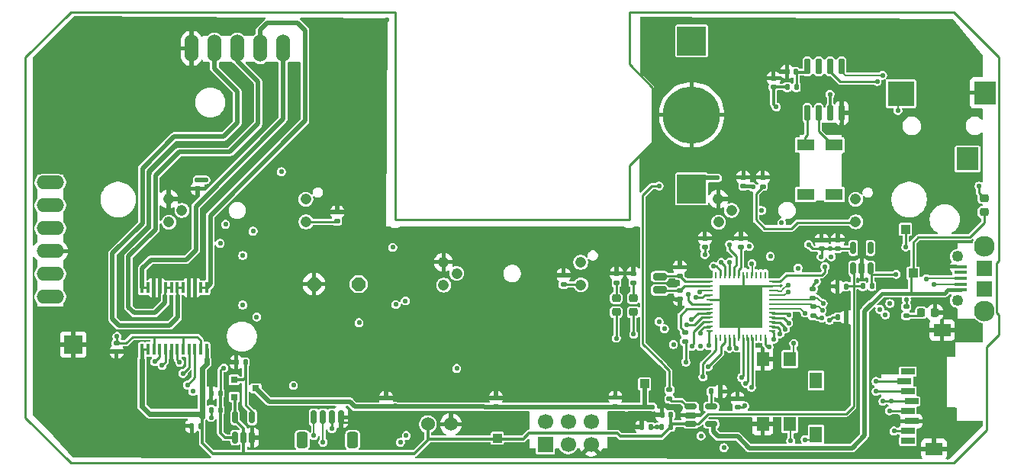
<source format=gbr>
%TF.GenerationSoftware,KiCad,Pcbnew,9.0.2*%
%TF.CreationDate,2025-06-25T14:48:31+01:00*%
%TF.ProjectId,FED3,46454433-2e6b-4696-9361-645f70636258,rev?*%
%TF.SameCoordinates,Original*%
%TF.FileFunction,Copper,L1,Top*%
%TF.FilePolarity,Positive*%
%FSLAX46Y46*%
G04 Gerber Fmt 4.6, Leading zero omitted, Abs format (unit mm)*
G04 Created by KiCad (PCBNEW 9.0.2) date 2025-06-25 14:48:31*
%MOMM*%
%LPD*%
G01*
G04 APERTURE LIST*
G04 Aperture macros list*
%AMRoundRect*
0 Rectangle with rounded corners*
0 $1 Rounding radius*
0 $2 $3 $4 $5 $6 $7 $8 $9 X,Y pos of 4 corners*
0 Add a 4 corners polygon primitive as box body*
4,1,4,$2,$3,$4,$5,$6,$7,$8,$9,$2,$3,0*
0 Add four circle primitives for the rounded corners*
1,1,$1+$1,$2,$3*
1,1,$1+$1,$4,$5*
1,1,$1+$1,$6,$7*
1,1,$1+$1,$8,$9*
0 Add four rect primitives between the rounded corners*
20,1,$1+$1,$2,$3,$4,$5,0*
20,1,$1+$1,$4,$5,$6,$7,0*
20,1,$1+$1,$6,$7,$8,$9,0*
20,1,$1+$1,$8,$9,$2,$3,0*%
%AMOutline5P*
0 Free polygon, 5 corners , with rotation*
0 The origin of the aperture is its center*
0 number of corners: always 5*
0 $1 to $10 corner X, Y*
0 $11 Rotation angle, in degrees counterclockwise*
0 create outline with 5 corners*
4,1,5,$1,$2,$3,$4,$5,$6,$7,$8,$9,$10,$1,$2,$11*%
%AMOutline6P*
0 Free polygon, 6 corners , with rotation*
0 The origin of the aperture is its center*
0 number of corners: always 6*
0 $1 to $12 corner X, Y*
0 $13 Rotation angle, in degrees counterclockwise*
0 create outline with 6 corners*
4,1,6,$1,$2,$3,$4,$5,$6,$7,$8,$9,$10,$11,$12,$1,$2,$13*%
%AMOutline7P*
0 Free polygon, 7 corners , with rotation*
0 The origin of the aperture is its center*
0 number of corners: always 7*
0 $1 to $14 corner X, Y*
0 $15 Rotation angle, in degrees counterclockwise*
0 create outline with 7 corners*
4,1,7,$1,$2,$3,$4,$5,$6,$7,$8,$9,$10,$11,$12,$13,$14,$1,$2,$15*%
%AMOutline8P*
0 Free polygon, 8 corners , with rotation*
0 The origin of the aperture is its center*
0 number of corners: always 8*
0 $1 to $16 corner X, Y*
0 $17 Rotation angle, in degrees counterclockwise*
0 create outline with 8 corners*
4,1,8,$1,$2,$3,$4,$5,$6,$7,$8,$9,$10,$11,$12,$13,$14,$15,$16,$1,$2,$17*%
G04 Aperture macros list end*
%TA.AperFunction,SMDPad,CuDef*%
%ADD10R,1.400000X1.600000*%
%TD*%
%TA.AperFunction,SMDPad,CuDef*%
%ADD11RoundRect,0.135000X-0.135000X-0.185000X0.135000X-0.185000X0.135000X0.185000X-0.135000X0.185000X0*%
%TD*%
%TA.AperFunction,ComponentPad*%
%ADD12O,3.048000X1.524000*%
%TD*%
%TA.AperFunction,SMDPad,CuDef*%
%ADD13R,1.000000X1.000000*%
%TD*%
%TA.AperFunction,SMDPad,CuDef*%
%ADD14RoundRect,0.140000X-0.170000X0.140000X-0.170000X-0.140000X0.170000X-0.140000X0.170000X0.140000X0*%
%TD*%
%TA.AperFunction,SMDPad,CuDef*%
%ADD15RoundRect,0.140000X0.170000X-0.140000X0.170000X0.140000X-0.170000X0.140000X-0.170000X-0.140000X0*%
%TD*%
%TA.AperFunction,SMDPad,CuDef*%
%ADD16RoundRect,0.135000X-0.185000X0.135000X-0.185000X-0.135000X0.185000X-0.135000X0.185000X0.135000X0*%
%TD*%
%TA.AperFunction,SMDPad,CuDef*%
%ADD17RoundRect,0.200000X-0.550000X0.200000X-0.550000X-0.200000X0.550000X-0.200000X0.550000X0.200000X0*%
%TD*%
%TA.AperFunction,SMDPad,CuDef*%
%ADD18RoundRect,0.135000X0.135000X0.185000X-0.135000X0.185000X-0.135000X-0.185000X0.135000X-0.185000X0*%
%TD*%
%TA.AperFunction,SMDPad,CuDef*%
%ADD19RoundRect,0.140000X0.140000X0.170000X-0.140000X0.170000X-0.140000X-0.170000X0.140000X-0.170000X0*%
%TD*%
%TA.AperFunction,SMDPad,CuDef*%
%ADD20R,3.200000X3.200000*%
%TD*%
%TA.AperFunction,SMDPad,CuDef*%
%ADD21RoundRect,3.175000X0.000010X-0.000010X0.000010X0.000010X-0.000010X0.000010X-0.000010X-0.000010X0*%
%TD*%
%TA.AperFunction,SMDPad,CuDef*%
%ADD22RoundRect,0.218750X0.218750X0.256250X-0.218750X0.256250X-0.218750X-0.256250X0.218750X-0.256250X0*%
%TD*%
%TA.AperFunction,SMDPad,CuDef*%
%ADD23RoundRect,0.218750X-0.256250X0.218750X-0.256250X-0.218750X0.256250X-0.218750X0.256250X0.218750X0*%
%TD*%
%TA.AperFunction,SMDPad,CuDef*%
%ADD24R,0.800000X0.700000*%
%TD*%
%TA.AperFunction,ComponentPad*%
%ADD25R,1.700000X1.700000*%
%TD*%
%TA.AperFunction,ComponentPad*%
%ADD26C,1.700000*%
%TD*%
%TA.AperFunction,SMDPad,CuDef*%
%ADD27RoundRect,0.135000X0.185000X-0.135000X0.185000X0.135000X-0.185000X0.135000X-0.185000X-0.135000X0*%
%TD*%
%TA.AperFunction,SMDPad,CuDef*%
%ADD28R,0.400000X1.200000*%
%TD*%
%TA.AperFunction,SMDPad,CuDef*%
%ADD29RoundRect,0.150000X-0.512500X-0.150000X0.512500X-0.150000X0.512500X0.150000X-0.512500X0.150000X0*%
%TD*%
%TA.AperFunction,SMDPad,CuDef*%
%ADD30R,1.900000X1.300000*%
%TD*%
%TA.AperFunction,SMDPad,CuDef*%
%ADD31RoundRect,0.150000X0.150000X-0.512500X0.150000X0.512500X-0.150000X0.512500X-0.150000X-0.512500X0*%
%TD*%
%TA.AperFunction,SMDPad,CuDef*%
%ADD32R,1.500000X0.700000*%
%TD*%
%TA.AperFunction,SMDPad,CuDef*%
%ADD33R,1.400000X1.800000*%
%TD*%
%TA.AperFunction,SMDPad,CuDef*%
%ADD34R,1.900000X1.400000*%
%TD*%
%TA.AperFunction,SMDPad,CuDef*%
%ADD35RoundRect,0.150000X0.150000X-0.725000X0.150000X0.725000X-0.150000X0.725000X-0.150000X-0.725000X0*%
%TD*%
%TA.AperFunction,SMDPad,CuDef*%
%ADD36RoundRect,0.150000X0.150000X0.625000X-0.150000X0.625000X-0.150000X-0.625000X0.150000X-0.625000X0*%
%TD*%
%TA.AperFunction,SMDPad,CuDef*%
%ADD37RoundRect,0.250000X0.350000X0.650000X-0.350000X0.650000X-0.350000X-0.650000X0.350000X-0.650000X0*%
%TD*%
%TA.AperFunction,SMDPad,CuDef*%
%ADD38R,0.750000X0.250000*%
%TD*%
%TA.AperFunction,SMDPad,CuDef*%
%ADD39R,0.250000X0.750000*%
%TD*%
%TA.AperFunction,SMDPad,CuDef*%
%ADD40R,4.700000X4.700000*%
%TD*%
%TA.AperFunction,SMDPad,CuDef*%
%ADD41RoundRect,0.140000X-0.140000X-0.170000X0.140000X-0.170000X0.140000X0.170000X-0.140000X0.170000X0*%
%TD*%
%TA.AperFunction,ComponentPad*%
%ADD42C,1.524000*%
%TD*%
%TA.AperFunction,SMDPad,CuDef*%
%ADD43R,1.350000X0.400000*%
%TD*%
%TA.AperFunction,SMDPad,CuDef*%
%ADD44R,1.800000X1.800000*%
%TD*%
%TA.AperFunction,ComponentPad*%
%ADD45C,2.300000*%
%TD*%
%TA.AperFunction,ComponentPad*%
%ADD46C,1.250000*%
%TD*%
%TA.AperFunction,ComponentPad*%
%ADD47R,2.000000X2.000000*%
%TD*%
%TA.AperFunction,ComponentPad*%
%ADD48Outline8P,-0.762000X0.315631X-0.315631X0.762000X0.315631X0.762000X0.762000X0.315631X0.762000X-0.315631X0.315631X-0.762000X-0.315631X-0.762000X-0.762000X-0.315631X180.000000*%
%TD*%
%TA.AperFunction,ComponentPad*%
%ADD49O,1.524000X3.048000*%
%TD*%
%TA.AperFunction,SMDPad,CuDef*%
%ADD50R,2.400000X2.550000*%
%TD*%
%TA.AperFunction,SMDPad,CuDef*%
%ADD51R,2.900000X2.750000*%
%TD*%
%TA.AperFunction,ComponentPad*%
%ADD52C,1.208000*%
%TD*%
%TA.AperFunction,ViaPad*%
%ADD53C,0.550000*%
%TD*%
%TA.AperFunction,ViaPad*%
%ADD54C,0.600000*%
%TD*%
%TA.AperFunction,ViaPad*%
%ADD55C,0.700000*%
%TD*%
%TA.AperFunction,Conductor*%
%ADD56C,0.220000*%
%TD*%
%TA.AperFunction,Conductor*%
%ADD57C,0.300000*%
%TD*%
%TA.AperFunction,Conductor*%
%ADD58C,0.250000*%
%TD*%
%TA.AperFunction,Conductor*%
%ADD59C,0.350000*%
%TD*%
%TA.AperFunction,Conductor*%
%ADD60C,0.304800*%
%TD*%
%TA.AperFunction,Conductor*%
%ADD61C,0.230000*%
%TD*%
%TA.AperFunction,Conductor*%
%ADD62C,0.500000*%
%TD*%
%TA.AperFunction,Conductor*%
%ADD63C,0.406400*%
%TD*%
%TA.AperFunction,Conductor*%
%ADD64C,0.260000*%
%TD*%
%TA.AperFunction,Conductor*%
%ADD65C,0.508000*%
%TD*%
%TA.AperFunction,Conductor*%
%ADD66C,0.254000*%
%TD*%
%TA.AperFunction,Conductor*%
%ADD67C,0.210000*%
%TD*%
%TA.AperFunction,Conductor*%
%ADD68C,0.450000*%
%TD*%
%TA.AperFunction,Conductor*%
%ADD69C,0.400000*%
%TD*%
%TA.AperFunction,Conductor*%
%ADD70C,0.609600*%
%TD*%
%TA.AperFunction,Profile*%
%ADD71C,0.250000*%
%TD*%
G04 APERTURE END LIST*
D10*
%TO.P,SW2,1,1*%
%TO.N,/controler stage/~{RESET}*%
X179300000Y-118525000D03*
X179300000Y-125725000D03*
%TO.P,SW2,2,2*%
%TO.N,GND*%
X176300000Y-118525000D03*
X176300000Y-125725000D03*
%TD*%
D11*
%TO.P,R16,1*%
%TO.N,D9*%
X165065168Y-126050000D03*
%TO.P,R16,2*%
%TO.N,VBat*%
X166085168Y-126050000D03*
%TD*%
D12*
%TO.P,SCREEN0,1,Pin_1*%
%TO.N,/controler stage/D10*%
X97251100Y-98903600D03*
%TO.P,SCREEN0,2,Pin_2*%
%TO.N,/controler stage/D11*%
X97251100Y-101443600D03*
%TO.P,SCREEN0,3,Pin_3*%
%TO.N,/controler stage/D12*%
X97251100Y-103983600D03*
%TO.P,SCREEN0,4,Pin_4*%
%TO.N,GND*%
X97251100Y-106523600D03*
%TO.P,SCREEN0,5,Pin_5*%
%TO.N,unconnected-(SCREEN0-Pin_5-Pad5)*%
X97251100Y-109063600D03*
%TO.P,SCREEN0,6,Pin_6*%
%TO.N,+3V3*%
X97251100Y-111603600D03*
%TD*%
D13*
%TO.P,TP4,1,1*%
%TO.N,VUSB*%
X193000000Y-108950000D03*
%TD*%
D14*
%TO.P,C18,1*%
%TO.N,Net-(U1-PA01{slash}EINT1{slash}SERCOM1.1)*%
X167110000Y-110907500D03*
%TO.P,C18,2*%
%TO.N,GND*%
X167110000Y-111867500D03*
%TD*%
D15*
%TO.P,C17,1*%
%TO.N,Net-(U1-PA00{slash}EINT0{slash}SERCOM1.0)*%
X167100000Y-109252500D03*
%TO.P,C17,2*%
%TO.N,GND*%
X167100000Y-108292500D03*
%TD*%
D16*
%TO.P,R10,1*%
%TO.N,Net-(CHG0-K)*%
X165950000Y-121940000D03*
%TO.P,R10,2*%
%TO.N,Net-(U3-STAT)*%
X165950000Y-122960000D03*
%TD*%
D17*
%TO.P,X2,1,1*%
%TO.N,Net-(U1-PA00{slash}EINT0{slash}SERCOM1.0)*%
X164870000Y-109347500D03*
%TO.P,X2,2,2*%
%TO.N,Net-(U1-PA01{slash}EINT1{slash}SERCOM1.1)*%
X164870000Y-110847500D03*
%TD*%
D11*
%TO.P,R6,1*%
%TO.N,+3V3*%
X179010000Y-88300000D03*
%TO.P,R6,2*%
%TO.N,Net-(IC4-VDD)*%
X180030000Y-88300000D03*
%TD*%
D18*
%TO.P,R14,1*%
%TO.N,GND*%
X171610000Y-122100000D03*
%TO.P,R14,2*%
%TO.N,Net-(U3-PROG)*%
X170590000Y-122100000D03*
%TD*%
D15*
%TO.P,C10,1*%
%TO.N,/IOs Interface/VCCNEO*%
X174155500Y-99292400D03*
%TO.P,C10,2*%
%TO.N,GND*%
X174155500Y-98332400D03*
%TD*%
D18*
%TO.P,R17,1*%
%TO.N,D9*%
X163887668Y-126050000D03*
%TO.P,R17,2*%
%TO.N,GND*%
X162867668Y-126050000D03*
%TD*%
D19*
%TO.P,C1,1*%
%TO.N,Net-(IC4-VDD)*%
X179980000Y-86600000D03*
%TO.P,C1,2*%
%TO.N,GND*%
X179020000Y-86600000D03*
%TD*%
D20*
%TO.P,B1,1,+*%
%TO.N,unconnected-(B1-+-Pad1)*%
X168415100Y-83170200D03*
%TO.P,B1,2,+*%
%TO.N,Net-(IC4-VBAT)*%
X168415100Y-99621000D03*
D21*
%TO.P,B1,3,-*%
%TO.N,GND*%
X168415100Y-91395600D03*
%TD*%
D22*
%TO.P,L2,1,K*%
%TO.N,GND*%
X195422500Y-113360000D03*
%TO.P,L2,2,A*%
%TO.N,Net-(L2-A)*%
X193847500Y-113360000D03*
%TD*%
D23*
%TO.P,L1,1,K*%
%TO.N,Net-(L1-K)*%
X161940000Y-111732500D03*
%TO.P,L1,2,A*%
%TO.N,D8*%
X161940000Y-113307500D03*
%TD*%
D16*
%TO.P,R5,1*%
%TO.N,/controler stage/SDA*%
X181900000Y-112690000D03*
%TO.P,R5,2*%
%TO.N,+3V3*%
X181900000Y-113710000D03*
%TD*%
D15*
%TO.P,C8,1*%
%TO.N,/IOs Interface/VCCNEO*%
X134500000Y-123780000D03*
%TO.P,C8,2*%
%TO.N,GND*%
X134500000Y-122820000D03*
%TD*%
D24*
%TO.P,Q2,P$1,G*%
%TO.N,Net-(IC1-P$4)*%
X117650000Y-120812500D03*
%TO.P,Q2,P$2,S*%
%TO.N,VBat*%
X117650000Y-122712500D03*
%TO.P,Q2,P$3,D*%
%TO.N,/IOs Interface/VCCNEO*%
X120050000Y-121762500D03*
%TD*%
D25*
%TO.P,J1,1,Pin_1*%
%TO.N,/controler stage/SWCLK*%
X152175000Y-128015000D03*
D26*
%TO.P,J1,2,Pin_2*%
%TO.N,+3V3*%
X152175000Y-125475000D03*
%TO.P,J1,3,Pin_3*%
%TO.N,/controler stage/SWDIO*%
X154715000Y-128015000D03*
%TO.P,J1,4,Pin_4*%
%TO.N,unconnected-(J1-Pin_4-Pad4)*%
X154715000Y-125475000D03*
%TO.P,J1,5,Pin_5*%
%TO.N,GND*%
X157255000Y-128015000D03*
%TO.P,J1,6,Pin_6*%
%TO.N,/controler stage/~{RESET}*%
X157255000Y-125475000D03*
%TD*%
D15*
%TO.P,C6,1*%
%TO.N,/IOs Interface/VCCNEO*%
X159950000Y-123730000D03*
%TO.P,C6,2*%
%TO.N,GND*%
X159950000Y-122770000D03*
%TD*%
D14*
%TO.P,C3,1*%
%TO.N,+3V3*%
X104600000Y-116720000D03*
%TO.P,C3,2*%
%TO.N,GND*%
X104600000Y-117680000D03*
%TD*%
D27*
%TO.P,R12,1*%
%TO.N,Net-(LED1-DI)*%
X167670000Y-116535000D03*
%TO.P,R12,2*%
%TO.N,A1*%
X167670000Y-115515000D03*
%TD*%
D28*
%TO.P,IC2,1,AOUT1@1*%
%TO.N,/PINK*%
X114586100Y-110581600D03*
%TO.P,IC2,2,AOUT1@2*%
X113936100Y-110581600D03*
%TO.P,IC2,3,PGND1@1*%
%TO.N,GND*%
X113286100Y-110581600D03*
%TO.P,IC2,4,PGND1@2*%
X112636100Y-110581600D03*
%TO.P,IC2,5,AOUT2@1*%
%TO.N,/ORANGE*%
X111986100Y-110581600D03*
%TO.P,IC2,6,AOUT2@2*%
X111336100Y-110581600D03*
%TO.P,IC2,7,BOUT2@1*%
%TO.N,/YELLOW*%
X110686100Y-110581600D03*
%TO.P,IC2,8,BOUT2@2*%
X110036100Y-110581600D03*
%TO.P,IC2,9,PGND2@1*%
%TO.N,GND*%
X109386100Y-110581600D03*
%TO.P,IC2,10,PGND2@2*%
X108736100Y-110581600D03*
%TO.P,IC2,11,BOUT1@1*%
%TO.N,/BLUE*%
X108086100Y-110581600D03*
%TO.P,IC2,12,BOUT1@2*%
X107436100Y-110581600D03*
%TO.P,IC2,13,VM@2*%
%TO.N,VBat*%
X107436100Y-117421600D03*
%TO.P,IC2,14,VM@3*%
X108086100Y-117421600D03*
%TO.P,IC2,15,PWMB*%
%TO.N,+3V3*%
X108736100Y-117421600D03*
%TO.P,IC2,16,BIN2*%
%TO.N,A5*%
X109386100Y-117421600D03*
%TO.P,IC2,17,BIN1*%
%TO.N,A4*%
X110036100Y-117421600D03*
%TO.P,IC2,18,GND@1*%
%TO.N,GND*%
X110686100Y-117421600D03*
%TO.P,IC2,19,STBY*%
%TO.N,D13*%
X111336100Y-117421600D03*
%TO.P,IC2,20,VCC*%
%TO.N,+3V3*%
X111986100Y-117421600D03*
%TO.P,IC2,21,AIN1*%
%TO.N,A3*%
X112636100Y-117421600D03*
%TO.P,IC2,22,AIN2*%
%TO.N,A2*%
X113286100Y-117421600D03*
%TO.P,IC2,23,PWMA*%
%TO.N,+3V3*%
X113936100Y-117421600D03*
%TO.P,IC2,24,VM@1*%
%TO.N,VBat*%
X114586100Y-117421600D03*
%TD*%
D29*
%TO.P,U3,1,STAT*%
%TO.N,Net-(U3-STAT)*%
X168312500Y-123800000D03*
%TO.P,U3,2,VSS*%
%TO.N,GND*%
X168312500Y-124750000D03*
%TO.P,U3,3,VBAT*%
%TO.N,VBat*%
X168312500Y-125700000D03*
%TO.P,U3,4,VDD*%
%TO.N,VUSB*%
X170587500Y-125700000D03*
%TO.P,U3,5,PROG*%
%TO.N,Net-(U3-PROG)*%
X170587500Y-123800000D03*
%TD*%
D30*
%TO.P,X1,1,1*%
%TO.N,Net-(IC4-XI)*%
X181039100Y-94741600D03*
%TO.P,X1,2,2*%
%TO.N,unconnected-(X1-Pad2)*%
X181039100Y-100241600D03*
%TO.P,X1,3,3*%
%TO.N,unconnected-(X1-Pad3)*%
X184239100Y-100241600D03*
%TO.P,X1,4,4*%
%TO.N,Net-(IC4-XO)*%
X184239100Y-94741600D03*
%TD*%
D11*
%TO.P,R8,1*%
%TO.N,GND*%
X115090000Y-122300000D03*
%TO.P,R8,2*%
%TO.N,D13*%
X116110000Y-122300000D03*
%TD*%
D31*
%TO.P,IC1,1,P$1*%
%TO.N,D13*%
X117750000Y-127237500D03*
%TO.P,IC1,2,P$2*%
%TO.N,VBat*%
X118700000Y-127237500D03*
%TO.P,IC1,3,P$3*%
%TO.N,GND*%
X119650000Y-127237500D03*
%TO.P,IC1,4,P$4*%
%TO.N,Net-(IC1-P$4)*%
X119650000Y-124962500D03*
%TO.P,IC1,5,P$5*%
%TO.N,VBat*%
X117750000Y-124962500D03*
%TD*%
D15*
%TO.P,C19,1*%
%TO.N,Net-(U1-VDDCORE)*%
X173880000Y-106067500D03*
%TO.P,C19,2*%
%TO.N,GND*%
X173880000Y-105107500D03*
%TD*%
D32*
%TO.P,X4,1,DAT2*%
%TO.N,unconnected-(X4-DAT2-Pad1)*%
X192410000Y-119900000D03*
%TO.P,X4,2,CS*%
%TO.N,/controler stage/SD_CS*%
X192010000Y-121000000D03*
%TO.P,X4,3,DATA_IN*%
%TO.N,/controler stage/MOSI*%
X192410000Y-122100000D03*
%TO.P,X4,4,SD_VDD*%
%TO.N,+3V3*%
X192810000Y-123200000D03*
%TO.P,X4,5,SCLK*%
%TO.N,/controler stage/SCK*%
X192410000Y-124300000D03*
%TO.P,X4,6,GND@3*%
%TO.N,GND*%
X192810000Y-125400000D03*
%TO.P,X4,7,DATA_OUT*%
%TO.N,/controler stage/MISO*%
X192410000Y-126500000D03*
%TO.P,X4,8,DAT1*%
%TO.N,unconnected-(X4-DAT1-Pad8)*%
X192410000Y-127600000D03*
D33*
%TO.P,X4,CD1,CARD_DETECT*%
%TO.N,/controler stage/D7*%
X182210000Y-126900000D03*
%TO.P,X4,CD2,CARD_DETECT1*%
%TO.N,unconnected-(X4-CARD_DETECT1-PadCD2)*%
X182210000Y-120900000D03*
D34*
%TO.P,X4,MT1,GND@2*%
%TO.N,GND*%
X195310000Y-128500000D03*
%TO.P,X4,MT2,GND@1*%
X196210000Y-115300000D03*
%TD*%
D27*
%TO.P,R15,1*%
%TO.N,Net-(L0-K)*%
X160080000Y-110030000D03*
%TO.P,R15,2*%
%TO.N,GND*%
X160080000Y-109010000D03*
%TD*%
D11*
%TO.P,R11,1*%
%TO.N,VBat*%
X187390000Y-110400000D03*
%TO.P,R11,2*%
%TO.N,/EN*%
X188410000Y-110400000D03*
%TD*%
D13*
%TO.P,TP2,1,1*%
%TO.N,/IOs Interface/VCCNEO*%
X163200000Y-121266000D03*
%TD*%
D23*
%TO.P,L0,1,K*%
%TO.N,Net-(L0-K)*%
X160050000Y-111732500D03*
%TO.P,L0,2,A*%
%TO.N,D13*%
X160050000Y-113307500D03*
%TD*%
D35*
%TO.P,IC4,1,XI*%
%TO.N,Net-(IC4-XI)*%
X181242100Y-91176600D03*
%TO.P,IC4,2,XO*%
%TO.N,Net-(IC4-XO)*%
X182512100Y-91176600D03*
%TO.P,IC4,3,VBAT*%
%TO.N,Net-(IC4-VBAT)*%
X183782100Y-91176600D03*
%TO.P,IC4,4,VSS*%
%TO.N,GND*%
X185052100Y-91176600D03*
%TO.P,IC4,5,SDA*%
%TO.N,/controler stage/SDA*%
X185052100Y-86026600D03*
%TO.P,IC4,6,SCL*%
%TO.N,/controler stage/SCL*%
X183782100Y-86026600D03*
%TO.P,IC4,7,~{INT1/CLK}*%
%TO.N,/controler stage/SQW*%
X182512100Y-86026600D03*
%TO.P,IC4,8,VDD*%
%TO.N,Net-(IC4-VDD)*%
X181242100Y-86026600D03*
%TD*%
D15*
%TO.P,C15,1*%
%TO.N,+3V3*%
X184625000Y-106230000D03*
%TO.P,C15,2*%
%TO.N,GND*%
X184625000Y-105270000D03*
%TD*%
%TO.P,C7,1*%
%TO.N,/IOs Interface/VCCNEO*%
X146700000Y-123780000D03*
%TO.P,C7,2*%
%TO.N,GND*%
X146700000Y-122820000D03*
%TD*%
D36*
%TO.P,AUX_I2C0,1,Pin_1*%
%TO.N,GND*%
X129500000Y-124975000D03*
%TO.P,AUX_I2C0,2,Pin_2*%
%TO.N,+3V3*%
X128500000Y-124975000D03*
%TO.P,AUX_I2C0,3,Pin_3*%
%TO.N,/controler stage/SDA*%
X127500000Y-124975000D03*
%TO.P,AUX_I2C0,4,Pin_4*%
%TO.N,/controler stage/SCL*%
X126500000Y-124975000D03*
D37*
%TO.P,AUX_I2C0,MP*%
%TO.N,N/C*%
X130800000Y-127500000D03*
X125200000Y-127500000D03*
%TD*%
D19*
%TO.P,C4,1*%
%TO.N,VBat*%
X113905000Y-125950000D03*
%TO.P,C4,2*%
%TO.N,GND*%
X112945000Y-125950000D03*
%TD*%
D15*
%TO.P,C12,1*%
%TO.N,/controler stage/AREF*%
X169880000Y-106067500D03*
%TO.P,C12,2*%
%TO.N,GND*%
X169880000Y-105107500D03*
%TD*%
D27*
%TO.P,R13,1*%
%TO.N,Net-(L1-K)*%
X161940000Y-110030000D03*
%TO.P,R13,2*%
%TO.N,GND*%
X161940000Y-109010000D03*
%TD*%
D13*
%TO.P,TP1,1,1*%
%TO.N,+3V3*%
X192150000Y-104100000D03*
%TD*%
D38*
%TO.P,U1,1,PA00/EINT0/SERCOM1.0*%
%TO.N,Net-(U1-PA00{slash}EINT0{slash}SERCOM1.0)*%
X170375000Y-109887500D03*
%TO.P,U1,2,PA01/EINT1/SERCOM1.1*%
%TO.N,Net-(U1-PA01{slash}EINT1{slash}SERCOM1.1)*%
X170375000Y-110387500D03*
%TO.P,U1,3,PA02/EINT2/AIN0/Y0/VOUT*%
%TO.N,A0*%
X170375000Y-110887500D03*
%TO.P,U1,4,PA03/EINT3/VREFA/AIN1*%
%TO.N,/controler stage/AREF*%
X170375000Y-111387500D03*
%TO.P,U1,5,GNDA*%
%TO.N,GND*%
X170375000Y-111887500D03*
%TO.P,U1,6,VDDA*%
%TO.N,+3V3*%
X170375000Y-112387500D03*
%TO.P,U1,7,PB08/I8/AIN2/SERCOM4.0*%
%TO.N,A1*%
X170375000Y-112887500D03*
%TO.P,U1,8,PB09/I9/AIN3/SERCOM4.1*%
%TO.N,A2*%
X170375000Y-113387500D03*
%TO.P,U1,9,PA04/EINT4/VREFB/AIN4/SERCOM0.0*%
%TO.N,A3*%
X170375000Y-113887500D03*
%TO.P,U1,10,PA05/EINT5/AIN5/SERCOM0.1*%
%TO.N,A4*%
X170375000Y-114387500D03*
%TO.P,U1,11,PA06/EINT6/AIN6/SERCOM0.2*%
%TO.N,D8*%
X170375000Y-114887500D03*
%TO.P,U1,12,PA07/I7/AIN7/SERCOM0.3/I2SD0*%
%TO.N,D9*%
X170375000Y-115387500D03*
D39*
%TO.P,U1,13,PA08/I2C/AIN16/SERCOM0+2.0/I2SD1*%
%TO.N,/controler stage/SD_CS*%
X171100000Y-116112500D03*
%TO.P,U1,14,PA09/I2C/I9/AIN17/SERCOM0+2.1/I2SMC*%
%TO.N,unconnected-(U1-PA09{slash}I2C{slash}I9{slash}AIN17{slash}SERCOM0+2.1{slash}I2SMC-Pad14)*%
X171600000Y-116112500D03*
%TO.P,U1,15,PA10/I10/AIN18/SERCOM0+2.2/I2SCK*%
%TO.N,TX*%
X172100000Y-116112500D03*
%TO.P,U1,16,PA11/I11/AIN19/SERCOM0+2.3/I2SF0*%
%TO.N,RX*%
X172600000Y-116112500D03*
%TO.P,U1,17,VDDIO*%
%TO.N,+3V3*%
X173100000Y-116112500D03*
%TO.P,U1,18,GND*%
%TO.N,GND*%
X173600000Y-116112500D03*
%TO.P,U1,19,PB10/I10/SERCOM4.2/I2SMC*%
%TO.N,/controler stage/MOSI*%
X174100000Y-116112500D03*
%TO.P,U1,20,PB11/I11/SERCOM4.3/I2SCL*%
%TO.N,/controler stage/SCK*%
X174600000Y-116112500D03*
%TO.P,U1,21,PA12/I12/I2C/SERCOM2+4.0*%
%TO.N,/controler stage/MISO*%
X175100000Y-116112500D03*
%TO.P,U1,22,PA13/I13/I2C/SERCOM2+4.1*%
%TO.N,unconnected-(U1-PA13{slash}I13{slash}I2C{slash}SERCOM2+4.1-Pad22)*%
X175600000Y-116112500D03*
%TO.P,U1,23,PA14/I14/SERCOM2+4.2*%
%TO.N,unconnected-(U1-PA14{slash}I14{slash}SERCOM2+4.2-Pad23)*%
X176100000Y-116112500D03*
%TO.P,U1,24,PA15/I15/SERCOM3+4.3*%
%TO.N,D5*%
X176600000Y-116112500D03*
D38*
%TO.P,U1,25,PA16/I2C/I0/SERCOM1+3.0*%
%TO.N,/controler stage/D11*%
X177325000Y-115387500D03*
%TO.P,U1,26,PA17/I2C/I1/SERCOM1+3.1*%
%TO.N,D13*%
X177325000Y-114887500D03*
%TO.P,U1,27,PA18/I2/SERCOM1+3.2*%
%TO.N,/controler stage/D10*%
X177325000Y-114387500D03*
%TO.P,U1,28,PA19/I3/SERCOM1+3.3/I2SD0*%
%TO.N,/controler stage/D12*%
X177325000Y-113887500D03*
%TO.P,U1,29,PA20/I4/SERCOM3+5.2/I2SSC*%
%TO.N,D6*%
X177325000Y-113387500D03*
%TO.P,U1,30,PA21/I5/SERCOM3+5.3/I2SFS0*%
%TO.N,/controler stage/D7*%
X177325000Y-112887500D03*
%TO.P,U1,31,PA22/I2C/I6/SERCOM3+5.0*%
%TO.N,/controler stage/SDA*%
X177325000Y-112387500D03*
%TO.P,U1,32,PA23/I2C/I7/SERCOM3+5.1/SOF*%
%TO.N,/controler stage/SCL*%
X177325000Y-111887500D03*
%TO.P,U1,33,PA24/I12/SERCOM3+5.2/D-*%
%TO.N,D-*%
X177325000Y-111387500D03*
%TO.P,U1,34,PA25/I13/SERCOM3+5.3/D+*%
%TO.N,D+*%
X177325000Y-110887500D03*
%TO.P,U1,35,GND*%
%TO.N,GND*%
X177325000Y-110387500D03*
%TO.P,U1,36,VDDIO*%
%TO.N,+3V3*%
X177325000Y-109887500D03*
D39*
%TO.P,U1,37,PB22/I6/SERCOM5.2*%
%TO.N,unconnected-(U1-PB22{slash}I6{slash}SERCOM5.2-Pad37)*%
X176600000Y-109162500D03*
%TO.P,U1,38,PB23/I7/SERCOM5.3*%
%TO.N,unconnected-(U1-PB23{slash}I7{slash}SERCOM5.3-Pad38)*%
X176100000Y-109162500D03*
%TO.P,U1,39,PA27/I15*%
%TO.N,unconnected-(U1-PA27{slash}I15-Pad39)*%
X175600000Y-109162500D03*
%TO.P,U1,40,/RESET*%
%TO.N,/controler stage/~{RESET}*%
X175100000Y-109162500D03*
%TO.P,U1,41,PA28/I8*%
%TO.N,unconnected-(U1-PA28{slash}I8-Pad41)*%
X174600000Y-109162500D03*
%TO.P,U1,42,GND*%
%TO.N,GND*%
X174100000Y-109162500D03*
%TO.P,U1,43,VDDCORE*%
%TO.N,Net-(U1-VDDCORE)*%
X173600000Y-109162500D03*
%TO.P,U1,44,VDDIN*%
%TO.N,+3V3*%
X173100000Y-109162500D03*
%TO.P,U1,45,PA30/I10/SECOM1.2/SWCLK*%
%TO.N,/controler stage/SWCLK*%
X172600000Y-109162500D03*
%TO.P,U1,46,PA31/I11/SECOM1.3/SWDIO*%
%TO.N,/controler stage/SWDIO*%
X172100000Y-109162500D03*
%TO.P,U1,47,PB02/I2/AIN10/SERCOM5.0*%
%TO.N,A5*%
X171600000Y-109162500D03*
%TO.P,U1,48,PB03/I3/AIN11/SERCOM5.1*%
%TO.N,unconnected-(U1-PB03{slash}I3{slash}AIN11{slash}SERCOM5.1-Pad48)*%
X171100000Y-109162500D03*
D40*
%TO.P,U1,49,GND*%
%TO.N,GND*%
X173850000Y-112637500D03*
%TD*%
D15*
%TO.P,C2,1*%
%TO.N,+3V3*%
X177500000Y-88280000D03*
%TO.P,C2,2*%
%TO.N,GND*%
X177500000Y-87320000D03*
%TD*%
D16*
%TO.P,R19,1*%
%TO.N,+3V3*%
X192230000Y-112680000D03*
%TO.P,R19,2*%
%TO.N,Net-(L2-A)*%
X192230000Y-113700000D03*
%TD*%
D41*
%TO.P,C14,1*%
%TO.N,+3V3*%
X184620000Y-113850000D03*
%TO.P,C14,2*%
%TO.N,GND*%
X185580000Y-113850000D03*
%TD*%
D42*
%TO.P,X5,1,Pin_1*%
%TO.N,GND*%
X141694300Y-125736400D03*
%TO.P,X5,2,Pin_2*%
%TO.N,VBat*%
X139154300Y-125736400D03*
%TD*%
D15*
%TO.P,C13,1*%
%TO.N,+3V3*%
X182825000Y-106280000D03*
%TO.P,C13,2*%
%TO.N,GND*%
X182825000Y-105320000D03*
%TD*%
D16*
%TO.P,R4,1*%
%TO.N,+3V3*%
X181850000Y-110690000D03*
%TO.P,R4,2*%
%TO.N,/controler stage/SCL*%
X181850000Y-111710000D03*
%TD*%
D43*
%TO.P,USB0,P$1,1*%
%TO.N,VUSB*%
X198225000Y-110850000D03*
%TO.P,USB0,P$2,2*%
%TO.N,D-*%
X198225000Y-110200000D03*
%TO.P,USB0,P$3,3*%
%TO.N,D+*%
X198225000Y-109550000D03*
%TO.P,USB0,P$4,4*%
%TO.N,unconnected-(USB0-4-PadP$4)*%
X198225000Y-108900000D03*
%TO.P,USB0,P$5,5*%
%TO.N,GND*%
X198225000Y-108250000D03*
D44*
%TO.P,USB0,P$6,P$5*%
%TO.N,unconnected-(USB0-P$5-PadP$6)*%
X200900000Y-110700000D03*
%TO.P,USB0,P$7,P$6*%
%TO.N,unconnected-(USB0-P$6-PadP$7)*%
X200900000Y-108400000D03*
D45*
%TO.P,USB0,SHIELD_1,P$2*%
%TO.N,unconnected-(USB0-P$2-PadSHIELD_1)*%
X200900000Y-113150000D03*
%TO.P,USB0,SHIELD_2,P$3*%
%TO.N,unconnected-(USB0-P$3-PadSHIELD_2)*%
X200900000Y-105950000D03*
D46*
%TO.P,USB0,SHIELD_3,P$1*%
%TO.N,unconnected-(USB0-P$1-PadSHIELD_3)*%
X197900000Y-107125000D03*
%TO.P,USB0,SHIELD_4,P$4*%
%TO.N,unconnected-(USB0-P$4-PadSHIELD_4)*%
X197900000Y-111975000D03*
%TD*%
D11*
%TO.P,R9,1*%
%TO.N,GND*%
X117880000Y-118870000D03*
%TO.P,R9,2*%
%TO.N,Net-(IC1-P$4)*%
X118900000Y-118870000D03*
%TD*%
D27*
%TO.P,R1,1*%
%TO.N,Net-(PI3-Pad2)*%
X129100000Y-103210000D03*
%TO.P,R1,2*%
%TO.N,GND*%
X129100000Y-102190000D03*
%TD*%
%TO.P,R3,1*%
%TO.N,Net-(PI1-Pad2)*%
X176309100Y-99353600D03*
%TO.P,R3,2*%
%TO.N,GND*%
X176309100Y-98333600D03*
%TD*%
D19*
%TO.P,C11,1*%
%TO.N,VBat*%
X185530000Y-110450000D03*
%TO.P,C11,2*%
%TO.N,GND*%
X184570000Y-110450000D03*
%TD*%
D47*
%TO.P,TP5,1,1*%
%TO.N,GND*%
X99800000Y-116900000D03*
%TD*%
D48*
%TO.P,BZ1,1,+*%
%TO.N,RX*%
X131459200Y-110180000D03*
%TO.P,BZ1,2,-*%
%TO.N,GND*%
X126510000Y-110180000D03*
%TD*%
D49*
%TO.P,MOTOR0,1,Pin_1*%
%TO.N,GND*%
X112921100Y-84003600D03*
%TO.P,MOTOR0,2,Pin_2*%
%TO.N,/ORANGE*%
X115461100Y-84003600D03*
%TO.P,MOTOR0,3,Pin_3*%
%TO.N,/YELLOW*%
X118001100Y-84003600D03*
%TO.P,MOTOR0,4,Pin_4*%
%TO.N,/PINK*%
X120541100Y-84003600D03*
%TO.P,MOTOR0,5,Pin_5*%
%TO.N,/BLUE*%
X123081100Y-84003600D03*
%TD*%
D19*
%TO.P,C16,1*%
%TO.N,VBat*%
X166095168Y-124700000D03*
%TO.P,C16,2*%
%TO.N,GND*%
X165135168Y-124700000D03*
%TD*%
D13*
%TO.P,TP3,1,1*%
%TO.N,VBat*%
X146850000Y-127300000D03*
%TD*%
D15*
%TO.P,C5,1*%
%TO.N,/IOs Interface/VCCNEO*%
X173500000Y-123880000D03*
%TO.P,C5,2*%
%TO.N,GND*%
X173500000Y-122920000D03*
%TD*%
D27*
%TO.P,R2,1*%
%TO.N,Net-(PI2-Pad2)*%
X154200000Y-110210000D03*
%TO.P,R2,2*%
%TO.N,GND*%
X154200000Y-109190000D03*
%TD*%
D14*
%TO.P,C9,1*%
%TO.N,/IOs Interface/VCCNEO*%
X113600000Y-98620000D03*
%TO.P,C9,2*%
%TO.N,GND*%
X113600000Y-99580000D03*
%TD*%
D18*
%TO.P,R7,1*%
%TO.N,D13*%
X116110000Y-124150000D03*
%TO.P,R7,2*%
%TO.N,+3V3*%
X115090000Y-124150000D03*
%TD*%
D50*
%TO.P,EXT0,1,1*%
%TO.N,unconnected-(EXT0-Pad1)*%
X199044300Y-96289800D03*
D51*
%TO.P,EXT0,4,4*%
%TO.N,A0*%
X191644300Y-89039800D03*
D50*
%TO.P,EXT0,5,5*%
%TO.N,GND*%
X200944300Y-88939800D03*
%TD*%
D31*
%TO.P,U2,1,IN*%
%TO.N,VBat*%
X186350000Y-108437500D03*
%TO.P,U2,2,GND*%
%TO.N,GND*%
X187300000Y-108437500D03*
%TO.P,U2,3,EN*%
%TO.N,/EN*%
X188250000Y-108437500D03*
%TO.P,U2,4,P4*%
%TO.N,unconnected-(U2-P4-Pad4)*%
X188250000Y-106162500D03*
%TO.P,U2,5,OUT*%
%TO.N,+3V3*%
X186350000Y-106162500D03*
%TD*%
D23*
%TO.P,CHG0,1,K*%
%TO.N,Net-(CHG0-K)*%
X200850000Y-100612500D03*
%TO.P,CHG0,2,A*%
%TO.N,VUSB*%
X200850000Y-102187500D03*
%TD*%
D52*
%TO.P,PI3,1,1*%
%TO.N,+3V3*%
X125601100Y-100763600D03*
%TO.P,PI3,2,2*%
%TO.N,Net-(PI3-Pad2)*%
X125621100Y-103273600D03*
%TO.P,PI3,3,3*%
%TO.N,+3V3*%
X110401100Y-103303600D03*
%TO.P,PI3,4,4*%
%TO.N,D5*%
X111851100Y-102003600D03*
%TO.P,PI3,5,5*%
%TO.N,GND*%
X110381100Y-100733600D03*
%TD*%
%TO.P,PI1,1,1*%
%TO.N,+3V3*%
X186601100Y-100763600D03*
%TO.P,PI1,2,2*%
%TO.N,Net-(PI1-Pad2)*%
X186621100Y-103273600D03*
%TO.P,PI1,3,3*%
%TO.N,+3V3*%
X171401100Y-103303600D03*
%TO.P,PI1,4,4*%
%TO.N,D6*%
X172851100Y-102003600D03*
%TO.P,PI1,5,5*%
%TO.N,GND*%
X171381100Y-100733600D03*
%TD*%
%TO.P,PI2,1,1*%
%TO.N,+3V3*%
X156101100Y-107763600D03*
%TO.P,PI2,2,2*%
%TO.N,Net-(PI2-Pad2)*%
X156121100Y-110273600D03*
%TO.P,PI2,3,3*%
%TO.N,+3V3*%
X140901100Y-110303600D03*
%TO.P,PI2,4,4*%
%TO.N,TX*%
X142351100Y-109003600D03*
%TO.P,PI2,5,5*%
%TO.N,GND*%
X140881100Y-107733600D03*
%TD*%
D53*
%TO.N,GND*%
X197034500Y-90526000D03*
X181700000Y-104150000D03*
X185100000Y-118550000D03*
X163750000Y-86250000D03*
X161000000Y-108922500D03*
X138025000Y-111225000D03*
X128150000Y-122200000D03*
X117300000Y-86600000D03*
X108825000Y-94375000D03*
X197410000Y-124400000D03*
X178500000Y-104700000D03*
X185700000Y-127350000D03*
X174625000Y-126850000D03*
X110525000Y-112900000D03*
X109000000Y-108700000D03*
X187300000Y-106300000D03*
X188975000Y-127500000D03*
X199075000Y-126750000D03*
X161850000Y-120805000D03*
X145300000Y-119500000D03*
X128083100Y-94833000D03*
X193750000Y-115300000D03*
X173350000Y-118700000D03*
X174925000Y-114575000D03*
X114300000Y-102000000D03*
D54*
X155050000Y-111000000D03*
D53*
X114550000Y-112050000D03*
X112075000Y-114975000D03*
X145100000Y-125800000D03*
X173150000Y-114500000D03*
X160300000Y-129050000D03*
X112225000Y-108875000D03*
X137400000Y-120600000D03*
X187900000Y-89425000D03*
X164500000Y-119500000D03*
D54*
X158600000Y-115000000D03*
D53*
X185250000Y-89350000D03*
X200050000Y-115400000D03*
X97025000Y-86825000D03*
X193600000Y-128500000D03*
X103725000Y-88225000D03*
X177875000Y-123125000D03*
X179951900Y-91029400D03*
X196700000Y-105900000D03*
X185950000Y-98200000D03*
X177050000Y-95825000D03*
X112675000Y-123250000D03*
X122000000Y-98750000D03*
X182275000Y-115400000D03*
X152700000Y-108700000D03*
X133283100Y-86415600D03*
X175735500Y-91029400D03*
X143050000Y-111400000D03*
X158550000Y-111650000D03*
X182300000Y-122900000D03*
X103725000Y-98300000D03*
X166700000Y-103700000D03*
X161125000Y-122900000D03*
X98815300Y-96778800D03*
X105475000Y-83975000D03*
X129175000Y-100975000D03*
X174000000Y-96000000D03*
X122225000Y-112425000D03*
X113800000Y-129000000D03*
X196340000Y-120170000D03*
X125041765Y-120429854D03*
X169360000Y-108997500D03*
X149650000Y-120850000D03*
X194350000Y-125375000D03*
X121600000Y-126000000D03*
X126600000Y-86600000D03*
X196100000Y-108650000D03*
X194100000Y-107000000D03*
X126250000Y-80900000D03*
X132500000Y-124650000D03*
X134600000Y-80800000D03*
X110775000Y-120000000D03*
X167100000Y-122350000D03*
X133750000Y-103050000D03*
X163400000Y-81300000D03*
X173200000Y-110700000D03*
X196750000Y-117700000D03*
X197799100Y-82351600D03*
X185800000Y-104650000D03*
X119750000Y-99750000D03*
X159210000Y-108947500D03*
X100263100Y-81589600D03*
X131025000Y-106900000D03*
X111800000Y-97900000D03*
X113325000Y-80800000D03*
X191000000Y-97200000D03*
X111900000Y-126000000D03*
X131000000Y-98000000D03*
X161950000Y-126100000D03*
X189400000Y-119550000D03*
X152025000Y-119475000D03*
X196530000Y-113360000D03*
X166300000Y-111650000D03*
X99550000Y-105450000D03*
X124300000Y-86400000D03*
X137395300Y-109245800D03*
X95713900Y-117221400D03*
X115200000Y-126350000D03*
X132500000Y-119600000D03*
X155075000Y-122900000D03*
X119400000Y-108400000D03*
X186800000Y-81300000D03*
X178925000Y-107200000D03*
X116700000Y-128100000D03*
X144700000Y-122250000D03*
X148550000Y-129125000D03*
X165785000Y-106972500D03*
X133050000Y-111550000D03*
X105400000Y-122800000D03*
X141875000Y-122500000D03*
X154925000Y-119475000D03*
X107600000Y-128800000D03*
X193800000Y-121050000D03*
X129400000Y-114700000D03*
X174150000Y-103275000D03*
X187150000Y-112350000D03*
X176250000Y-129200000D03*
X144761300Y-108509200D03*
X108000000Y-112300000D03*
X104600000Y-118900000D03*
X122100000Y-107900000D03*
X111693100Y-87050600D03*
X186700000Y-124450000D03*
X120800000Y-127237500D03*
X192660000Y-117600000D03*
X101725000Y-110225000D03*
X184627690Y-109543265D03*
X114400000Y-115200000D03*
X117900000Y-109900000D03*
X189950000Y-115200000D03*
X157550000Y-121500000D03*
X111693100Y-91495600D03*
X184969500Y-93142200D03*
X115050000Y-123100000D03*
X134650000Y-128355000D03*
X97977100Y-126547600D03*
X134000000Y-94500000D03*
X117000000Y-113800000D03*
X121300000Y-86600000D03*
X109050000Y-122525000D03*
X95691100Y-94289600D03*
X163500000Y-96500000D03*
X98253900Y-122047400D03*
X175251800Y-111062165D03*
X173000000Y-121250000D03*
X115950000Y-103100000D03*
X149875000Y-125650000D03*
X130716405Y-125548435D03*
X176903900Y-84171400D03*
X173691900Y-84455400D03*
X117050000Y-118700000D03*
X169400000Y-122100000D03*
X163350000Y-98650000D03*
X190900000Y-125400000D03*
X101475000Y-92175000D03*
%TO.N,+3V3*%
X174800000Y-106000000D03*
X183900000Y-107150000D03*
X183200000Y-108250000D03*
X116100000Y-105655000D03*
X177800000Y-90500000D03*
X183700000Y-114200000D03*
X181400000Y-105800000D03*
X192230000Y-111945000D03*
X104650000Y-116000000D03*
X128500000Y-126250000D03*
X168005000Y-111350000D03*
X182250000Y-109900000D03*
X173400000Y-117299813D03*
D55*
X192150000Y-104100000D03*
D53*
X190525000Y-123200000D03*
X115100000Y-125000000D03*
X182850000Y-113950000D03*
X172625000Y-105775000D03*
X135250000Y-106100000D03*
X189625000Y-123200000D03*
X182800000Y-107150000D03*
X183800000Y-106230000D03*
X192170000Y-106050000D03*
%TO.N,/IOs Interface/VCCNEO*%
X152159100Y-123816200D03*
X114500000Y-98620000D03*
X148095100Y-123816200D03*
X135500000Y-123716000D03*
X139400000Y-123800000D03*
X164100000Y-123841600D03*
X121193750Y-122906250D03*
X129500000Y-123250000D03*
X175200000Y-99400000D03*
X161200000Y-123850000D03*
X174300000Y-123716000D03*
%TO.N,/EN*%
X191100000Y-109100000D03*
%TO.N,Net-(LED1-DI)*%
X167775000Y-118850000D03*
%TO.N,Net-(LED8-DO)*%
X122900000Y-97700000D03*
X124228175Y-121428176D03*
%TO.N,Net-(LED10-DI)*%
X116700000Y-103550000D03*
X178400000Y-103378000D03*
%TO.N,/controler stage/SCL*%
X136650000Y-112050000D03*
X189300000Y-113000000D03*
X183000000Y-112350000D03*
X126500000Y-127000000D03*
X189000000Y-87700000D03*
X136750000Y-127000000D03*
%TO.N,Net-(CHG0-K)*%
X200300000Y-99300000D03*
X164800000Y-99300000D03*
%TO.N,/controler stage/SDA*%
X127500000Y-127750000D03*
X182898234Y-113113248D03*
X136101000Y-127750000D03*
X135600000Y-112450000D03*
X189900000Y-113600000D03*
X189600000Y-87000000D03*
%TO.N,/controler stage/~{RESET}*%
X179750000Y-116775000D03*
X180225000Y-108400000D03*
X179400000Y-127600000D03*
X175100000Y-107900000D03*
D55*
%TO.N,VUSB*%
X193000000Y-108950000D03*
D53*
%TO.N,RX*%
X172615854Y-117309459D03*
X164800000Y-114350000D03*
X131505030Y-114475628D03*
%TO.N,A0*%
X191300000Y-90900000D03*
X190403067Y-112333007D03*
X169300000Y-111025000D03*
%TO.N,TX*%
X142350000Y-119550000D03*
X170250000Y-119350000D03*
%TO.N,D6*%
X176172000Y-102003600D03*
X179178408Y-113644953D03*
%TO.N,D5*%
X113075000Y-122100000D03*
X177000000Y-117147512D03*
%TO.N,D13*%
X178205779Y-115700000D03*
X116500000Y-119495000D03*
X111600000Y-118875000D03*
X160060000Y-116200000D03*
%TO.N,/controler stage/D10*%
X120150000Y-113830000D03*
X178809985Y-115174790D03*
X119750000Y-104300000D03*
%TO.N,/controler stage/AREF*%
X168900000Y-111687500D03*
X169885000Y-106897500D03*
%TO.N,D8*%
X169365000Y-115645000D03*
X161977136Y-115748717D03*
%TO.N,/controler stage/D11*%
X177550000Y-116300000D03*
X177150000Y-107100000D03*
%TO.N,/controler stage/SWCLK*%
X172650000Y-107750000D03*
X172000000Y-128350000D03*
%TO.N,/controler stage/SWDIO*%
X169450000Y-127050000D03*
X171712500Y-107787500D03*
%TO.N,/controler stage/D12*%
X118600000Y-112500000D03*
X179174262Y-114496407D03*
X118600000Y-107000000D03*
%TO.N,/controler stage/SD_CS*%
X169665300Y-120484700D03*
X188865168Y-121000000D03*
%TO.N,/controler stage/D7*%
X181000000Y-113400000D03*
X181000000Y-127450000D03*
%TO.N,D+*%
X194450000Y-109600000D03*
X179100448Y-110287271D03*
%TO.N,D-*%
X195300000Y-110200000D03*
X179091310Y-111057219D03*
%TO.N,/controler stage/SCK*%
X190350000Y-124250000D03*
X174400000Y-121200000D03*
%TO.N,/controler stage/MISO*%
X175050000Y-121650000D03*
X190875000Y-126500000D03*
%TO.N,A2*%
X168399824Y-114134000D03*
X169356276Y-117097000D03*
X112475000Y-121400000D03*
%TO.N,A5*%
X165405000Y-115143717D03*
X108850000Y-118800000D03*
X170850000Y-108200000D03*
%TO.N,A4*%
X168461636Y-117097000D03*
X109650000Y-119225000D03*
%TO.N,A3*%
X166400000Y-116900000D03*
X167855300Y-114739000D03*
X111975000Y-120100000D03*
%TO.N,D9*%
X170300000Y-117000000D03*
X164550000Y-126050000D03*
%TO.N,Net-(IC4-VBAT)*%
X183759600Y-89109600D03*
X171259900Y-98406000D03*
D55*
%TO.N,VBat*%
X146850000Y-127350000D03*
D53*
%TO.N,/controler stage/MOSI*%
X188875000Y-122100000D03*
X173972880Y-120559319D03*
%TD*%
D56*
%TO.N,GND*%
X184627690Y-110392310D02*
X184570000Y-110450000D01*
D57*
X112636100Y-109286100D02*
X112636100Y-110581600D01*
D56*
X173600000Y-116092500D02*
X173620000Y-116112500D01*
X172437927Y-114640889D02*
X173600000Y-114640889D01*
X168100000Y-108282500D02*
X168110000Y-108272500D01*
X159235000Y-108972500D02*
X159210000Y-108947500D01*
D58*
X120800000Y-127237500D02*
X119650000Y-127237500D01*
X111900000Y-126000000D02*
X112895000Y-126000000D01*
D56*
X170432500Y-111925000D02*
X171553333Y-111925000D01*
D57*
X109000000Y-108700000D02*
X109386100Y-109086100D01*
D58*
X162867668Y-126050000D02*
X162000000Y-126050000D01*
D56*
X166643514Y-111993514D02*
X166983986Y-111993514D01*
X175251800Y-111062165D02*
X175254753Y-111062165D01*
X173600000Y-114640889D02*
X173600000Y-116092500D01*
X173000000Y-121250000D02*
X173040000Y-121290000D01*
D59*
X187300000Y-108300000D02*
X187350000Y-108350000D01*
X187300000Y-106300000D02*
X187300000Y-108300000D01*
D56*
X167110000Y-106972500D02*
X167110000Y-108282500D01*
D57*
X112225000Y-108875000D02*
X112636100Y-109286100D01*
D56*
X171553333Y-111925000D02*
X171570000Y-111908333D01*
X130716405Y-125548435D02*
X129548435Y-125548435D01*
D58*
X190907836Y-125407836D02*
X191367332Y-125407836D01*
D56*
X175926918Y-110390000D02*
X177310000Y-110390000D01*
X129548435Y-125548435D02*
X129500000Y-125500000D01*
X174120000Y-110404720D02*
X174120000Y-109200000D01*
D57*
X109386100Y-109086100D02*
X109386100Y-110581600D01*
D56*
X129500000Y-125500000D02*
X129500000Y-124975000D01*
X160060000Y-108972500D02*
X159235000Y-108972500D01*
X195422500Y-113360000D02*
X196530000Y-113360000D01*
X175254753Y-111062165D02*
X175926918Y-110390000D01*
X117710000Y-118700000D02*
X117880000Y-118870000D01*
X166300000Y-111650000D02*
X166643514Y-111993514D01*
X161000000Y-108922500D02*
X161970000Y-108922500D01*
D58*
X162000000Y-126050000D02*
X161950000Y-126100000D01*
D56*
X165785000Y-106972500D02*
X167110000Y-106972500D01*
D58*
X190900000Y-125400000D02*
X194325000Y-125400000D01*
D56*
X184627690Y-109543265D02*
X184627690Y-110392310D01*
D58*
X194325000Y-125400000D02*
X194350000Y-125375000D01*
X115050000Y-122450000D02*
X115200000Y-122300000D01*
X104600000Y-117680000D02*
X104600000Y-118900000D01*
X115050000Y-123100000D02*
X115050000Y-122450000D01*
D56*
X167110000Y-108282500D02*
X168100000Y-108282500D01*
X195310000Y-128500000D02*
X193600000Y-128500000D01*
D58*
X190900000Y-125400000D02*
X190907836Y-125407836D01*
D56*
X117050000Y-118700000D02*
X117710000Y-118700000D01*
D60*
%TO.N,Net-(IC4-VDD)*%
X181242100Y-86651600D02*
X180031600Y-86651600D01*
D56*
X180030000Y-88300000D02*
X180030000Y-86650000D01*
%TO.N,Net-(U1-VDDCORE)*%
X173600000Y-109200000D02*
X173600000Y-108642500D01*
X173600000Y-108642500D02*
X173880000Y-108362500D01*
X173880000Y-108362500D02*
X173880000Y-106067500D01*
D58*
%TO.N,+3V3*%
X172625000Y-105775000D02*
X172625000Y-106325000D01*
D61*
X178222500Y-109890000D02*
X177340000Y-109890000D01*
D56*
X184050000Y-113850000D02*
X184620000Y-113850000D01*
D58*
X111986100Y-117421600D02*
X111986100Y-116033600D01*
D61*
X181400000Y-105800000D02*
X181880000Y-106280000D01*
X178932500Y-109180000D02*
X178222500Y-109890000D01*
D58*
X168005000Y-111966102D02*
X168428898Y-112390000D01*
D56*
X192230000Y-112680000D02*
X192230000Y-111945000D01*
X192170000Y-104120000D02*
X192170000Y-106050000D01*
X115100000Y-125000000D02*
X115100000Y-124545000D01*
D58*
X104600000Y-116720000D02*
X105680000Y-116720000D01*
X105680000Y-116720000D02*
X106366400Y-116033600D01*
D56*
X183700000Y-114200000D02*
X184050000Y-113850000D01*
X182347864Y-113950000D02*
X182107864Y-113710000D01*
D58*
X192810000Y-123200000D02*
X190500000Y-123200000D01*
D56*
X173400000Y-117299813D02*
X173400000Y-117255000D01*
X181850000Y-110690000D02*
X181850000Y-110300000D01*
D58*
X168428898Y-112390000D02*
X170390000Y-112390000D01*
D61*
X182950000Y-106230000D02*
X186282500Y-106230000D01*
X182870000Y-109180000D02*
X178932500Y-109180000D01*
D57*
X177800000Y-90500000D02*
X177500000Y-90200000D01*
D56*
X192150000Y-104100000D02*
X192170000Y-104120000D01*
X128500000Y-126250000D02*
X128500000Y-124975000D01*
D58*
X172625000Y-106325000D02*
X173400000Y-107100000D01*
D61*
X183200000Y-108250000D02*
X183200000Y-108850000D01*
D56*
X173120000Y-116975000D02*
X173120000Y-116112500D01*
D61*
X181880000Y-106280000D02*
X182650000Y-106280000D01*
D58*
X113936100Y-116418600D02*
X113551100Y-116033600D01*
D56*
X182107864Y-113710000D02*
X181900000Y-113710000D01*
X181850000Y-110300000D02*
X182250000Y-109900000D01*
D58*
X108736100Y-116033600D02*
X108736100Y-117421600D01*
D61*
X186282500Y-106230000D02*
X186350000Y-106162500D01*
D58*
X190500000Y-123200000D02*
X189600000Y-123200000D01*
X173400000Y-107100000D02*
X173400000Y-108050000D01*
D61*
X183200000Y-108850000D02*
X182870000Y-109180000D01*
D57*
X177500000Y-90200000D02*
X177500000Y-88280000D01*
D58*
X173120000Y-108330000D02*
X173120000Y-109237500D01*
D56*
X182850000Y-113950000D02*
X182347864Y-113950000D01*
D58*
X104650000Y-116000000D02*
X104650000Y-116670000D01*
D57*
X177500000Y-88280000D02*
X178990000Y-88280000D01*
D56*
X115090000Y-124535000D02*
X115090000Y-124150000D01*
X115100000Y-124545000D02*
X115090000Y-124535000D01*
D58*
X106366400Y-116033600D02*
X111986100Y-116033600D01*
X173400000Y-108050000D02*
X173120000Y-108330000D01*
D61*
X182825000Y-107125000D02*
X182800000Y-107150000D01*
X182825000Y-106280000D02*
X182825000Y-107125000D01*
D58*
X168005000Y-111350000D02*
X168005000Y-111966102D01*
D56*
X173400000Y-117255000D02*
X173120000Y-116975000D01*
D58*
X113936100Y-117421600D02*
X113936100Y-116418600D01*
X113551100Y-116033600D02*
X111986100Y-116033600D01*
D62*
%TO.N,/IOs Interface/VCCNEO*%
X135500000Y-123716000D02*
X135574800Y-123790800D01*
X121537500Y-123250000D02*
X121193750Y-122906250D01*
X135574800Y-123790800D02*
X139390800Y-123790800D01*
X145377300Y-123790800D02*
X145402700Y-123816200D01*
D56*
X173668000Y-123880000D02*
X173504000Y-123716000D01*
X174136000Y-123880000D02*
X173668000Y-123880000D01*
D62*
X114500000Y-98620000D02*
X113600000Y-98620000D01*
D63*
X175200000Y-99400000D02*
X175092400Y-99292400D01*
D62*
X158102700Y-123816200D02*
X152159100Y-123816200D01*
X129500000Y-123250000D02*
X121537500Y-123250000D01*
X163350000Y-123841600D02*
X164100000Y-123841600D01*
X130500000Y-123250000D02*
X131050000Y-123800000D01*
X139390800Y-123790800D02*
X139400000Y-123800000D01*
X129500000Y-123250000D02*
X130500000Y-123250000D01*
X120050000Y-121762500D02*
X121193750Y-122906250D01*
X139400000Y-123800000D02*
X139409200Y-123790800D01*
X163200000Y-123691600D02*
X163350000Y-123841600D01*
D63*
X175092400Y-99292400D02*
X174155500Y-99292400D01*
D62*
X145402700Y-123816200D02*
X148095100Y-123816200D01*
X158128100Y-123841600D02*
X158102700Y-123816200D01*
X164100000Y-123841600D02*
X158128100Y-123841600D01*
X131050000Y-123800000D02*
X135416000Y-123800000D01*
X135416000Y-123800000D02*
X135500000Y-123716000D01*
X163200000Y-121266000D02*
X163200000Y-123691600D01*
D56*
X174300000Y-123716000D02*
X174136000Y-123880000D01*
D62*
X139409200Y-123790800D02*
X145377300Y-123790800D01*
X152159100Y-123816200D02*
X148095100Y-123816200D01*
D56*
%TO.N,Net-(U1-PA00{slash}EINT0{slash}SERCOM1.0)*%
X170412500Y-109887500D02*
X167735000Y-109887500D01*
X167735000Y-109887500D02*
X167100000Y-109252500D01*
X167100000Y-109252500D02*
X164965000Y-109252500D01*
%TO.N,Net-(U1-PA01{slash}EINT1{slash}SERCOM1.1)*%
X167110000Y-110907500D02*
X167630000Y-110387500D01*
X167630000Y-110387500D02*
X170412500Y-110387500D01*
X165165000Y-110907500D02*
X167110000Y-110907500D01*
D64*
%TO.N,/EN*%
X188330000Y-110320000D02*
X188410000Y-110400000D01*
D61*
X191100000Y-109100000D02*
X190750000Y-109100000D01*
D64*
X188330000Y-109100000D02*
X188330000Y-110320000D01*
X191100000Y-109100000D02*
X188330000Y-109100000D01*
D65*
%TO.N,/BLUE*%
X113400000Y-106400000D02*
X112300000Y-107500000D01*
X107436100Y-108463900D02*
X107436100Y-110581600D01*
X123081100Y-84003600D02*
X123081100Y-91861800D01*
X123081100Y-91861800D02*
X113400000Y-101542900D01*
D66*
X108086100Y-110581600D02*
X107436100Y-110581600D01*
D65*
X112300000Y-107500000D02*
X108400000Y-107500000D01*
X108400000Y-107500000D02*
X107436100Y-108463900D01*
X113400000Y-101542900D02*
X113400000Y-106400000D01*
%TO.N,/ORANGE*%
X111000000Y-93800000D02*
X107475000Y-97325000D01*
X115461100Y-86261100D02*
X118000000Y-88800000D01*
X107475000Y-103425000D02*
X104153100Y-106746900D01*
X110503100Y-114763600D02*
X111265100Y-114001600D01*
X115461100Y-84003600D02*
X115461100Y-86261100D01*
X104153100Y-114053100D02*
X104863600Y-114763600D01*
X107475000Y-97325000D02*
X107475000Y-103425000D01*
X111366700Y-113900000D02*
X111366700Y-111512400D01*
X104153100Y-106746900D02*
X104153100Y-114053100D01*
X118000000Y-92300000D02*
X116500000Y-93800000D01*
X118000000Y-88800000D02*
X118000000Y-92300000D01*
X104863600Y-114763600D02*
X110503100Y-114763600D01*
X116500000Y-93800000D02*
X111000000Y-93800000D01*
D66*
X111986100Y-110581600D02*
X111336100Y-110581600D01*
X111336100Y-111481800D02*
X111336100Y-110581600D01*
D65*
X111265100Y-114001600D02*
G75*
G03*
X111366700Y-113900000I0J101600D01*
G01*
D66*
X111366700Y-111512400D02*
G75*
G02*
X111336100Y-111481800I0J30600D01*
G01*
D65*
%TO.N,/PINK*%
X125501100Y-82003600D02*
X124697500Y-81200000D01*
X120541100Y-81963600D02*
X120541100Y-84003600D01*
X115000000Y-102558300D02*
X125501100Y-92057200D01*
X114586100Y-110581600D02*
X115000000Y-110167700D01*
X125501100Y-92057200D02*
X125501100Y-82003600D01*
X115000000Y-110167700D02*
X115000000Y-102558300D01*
D66*
X113936100Y-110581600D02*
X114586100Y-110581600D01*
D65*
X121304700Y-81200000D02*
X120541100Y-81963600D01*
X124697500Y-81200000D02*
X121304700Y-81200000D01*
%TO.N,/YELLOW*%
X105925000Y-107100000D02*
X108928300Y-104096700D01*
D66*
X109995100Y-111461600D02*
X109995100Y-110622600D01*
D65*
X106592000Y-113392000D02*
X105925000Y-112725000D01*
X109995100Y-112223600D02*
X108826700Y-113392000D01*
D66*
X110036100Y-110581600D02*
X110686100Y-110581600D01*
D65*
X108928300Y-104096700D02*
X108928300Y-98101200D01*
X120300000Y-87700000D02*
X118001100Y-85401100D01*
X108928300Y-98101200D02*
X111529500Y-95500000D01*
X118001100Y-85401100D02*
X118001100Y-84003600D01*
X105925000Y-112725000D02*
X105925000Y-107100000D01*
X117182700Y-95500000D02*
X120300000Y-92382700D01*
X109995100Y-111461600D02*
X109995100Y-112223600D01*
X120300000Y-92382700D02*
X120300000Y-87700000D01*
X111529500Y-95500000D02*
X117182700Y-95500000D01*
X108826700Y-113392000D02*
X106592000Y-113392000D01*
D66*
%TO.N,Net-(IC4-XI)*%
X181001100Y-93903600D02*
X181001100Y-94703600D01*
X181242100Y-93662600D02*
X181001100Y-93903600D01*
X181242100Y-91176600D02*
X181242100Y-93662600D01*
%TO.N,Net-(IC4-XO)*%
X184039100Y-94741600D02*
X182512100Y-93214600D01*
X182512100Y-93214600D02*
X182512100Y-91176600D01*
%TO.N,Net-(LED1-DI)*%
X167775000Y-118850000D02*
X167775000Y-116440000D01*
D67*
%TO.N,/controler stage/SCL*%
X181635000Y-111925000D02*
X177345000Y-111925000D01*
X126500000Y-127000000D02*
X126500000Y-124975000D01*
X181850000Y-111710000D02*
X181635000Y-111925000D01*
D56*
X183782100Y-86582100D02*
X183782100Y-86026600D01*
D67*
X182989694Y-112339694D02*
X182360000Y-111710000D01*
D56*
X184900000Y-87700000D02*
X183782100Y-86582100D01*
D67*
X182360000Y-111710000D02*
X181850000Y-111710000D01*
D56*
X189000000Y-87700000D02*
X184900000Y-87700000D01*
D67*
X183000000Y-112350000D02*
X182989694Y-112360306D01*
X182989694Y-112360306D02*
X182989694Y-112339694D01*
D66*
%TO.N,Net-(PI1-Pad2)*%
X180166400Y-103333600D02*
X179500000Y-104000000D01*
X179500000Y-104000000D02*
X176500000Y-104000000D01*
X186561100Y-103333600D02*
X180166400Y-103333600D01*
X175550000Y-100112700D02*
X176309100Y-99353600D01*
X175550000Y-103050000D02*
X175550000Y-100112700D01*
X176500000Y-104000000D02*
X175550000Y-103050000D01*
D56*
%TO.N,Net-(PI2-Pad2)*%
X154200000Y-110210000D02*
X156057500Y-110210000D01*
D66*
%TO.N,Net-(PI3-Pad2)*%
X125621100Y-103273600D02*
X129036400Y-103273600D01*
D56*
%TO.N,Net-(CHG0-K)*%
X165406000Y-119248986D02*
X165051014Y-118894000D01*
X165051014Y-118894000D02*
X165044000Y-118894000D01*
X163000000Y-100300000D02*
X164000000Y-99300000D01*
X165950000Y-119800000D02*
X165406000Y-119256000D01*
X165950000Y-121940000D02*
X165950000Y-119800000D01*
X165406000Y-119256000D02*
X165406000Y-119248986D01*
X164000000Y-99300000D02*
X164800000Y-99300000D01*
X200300000Y-100062500D02*
X200300000Y-99300000D01*
X165044000Y-118894000D02*
X163000000Y-116850000D01*
X163000000Y-116850000D02*
X163000000Y-100300000D01*
X200850000Y-100612500D02*
X200300000Y-100062500D01*
%TO.N,Net-(U3-STAT)*%
X167300000Y-123150000D02*
X167950000Y-123800000D01*
X167950000Y-123800000D02*
X168312500Y-123800000D01*
X166060000Y-123150000D02*
X167300000Y-123150000D01*
%TO.N,Net-(U3-PROG)*%
X170587500Y-122102500D02*
X170590000Y-122100000D01*
X170587500Y-123800000D02*
X170587500Y-122102500D01*
%TO.N,Net-(L1-K)*%
X161940000Y-111732500D02*
X161940000Y-110030000D01*
D67*
%TO.N,/controler stage/SDA*%
X189600000Y-87000000D02*
X185500000Y-87000000D01*
X185052100Y-86552100D02*
X185052100Y-86026600D01*
X127500000Y-127750000D02*
X127500000Y-124975000D01*
X185500000Y-87000000D02*
X185052100Y-86552100D01*
X181635000Y-112425000D02*
X177345000Y-112425000D01*
X182898234Y-113113248D02*
X182898234Y-113098234D01*
X181900000Y-112690000D02*
X181635000Y-112425000D01*
X182490000Y-112690000D02*
X182160000Y-112690000D01*
X182898234Y-113098234D02*
X182490000Y-112690000D01*
%TO.N,/controler stage/~{RESET}*%
X179750000Y-118075000D02*
X179750000Y-116775000D01*
X175120000Y-107920000D02*
X175120000Y-109200000D01*
X175100000Y-107900000D02*
X175120000Y-107920000D01*
X179400000Y-127600000D02*
X179400000Y-125825000D01*
D56*
%TO.N,VUSB*%
X200850000Y-102187500D02*
X200850000Y-103400000D01*
D68*
X196500000Y-111200000D02*
X192800000Y-111200000D01*
D56*
X193000000Y-108950000D02*
X192750000Y-109200000D01*
D68*
X196850000Y-110850000D02*
X196500000Y-111200000D01*
D62*
X187600000Y-113150000D02*
X188350000Y-112400000D01*
X186200000Y-128400000D02*
X187600000Y-127000000D01*
X174800000Y-128400000D02*
X186200000Y-128400000D01*
X171357836Y-127107836D02*
X173507836Y-127107836D01*
D56*
X192750000Y-111150000D02*
X192800000Y-111200000D01*
D62*
X187600000Y-127000000D02*
X187600000Y-113150000D01*
D68*
X189550000Y-111200000D02*
X188350000Y-112400000D01*
D62*
X170800168Y-126550168D02*
X171357836Y-127107836D01*
D56*
X199250000Y-105000000D02*
X193550000Y-105000000D01*
X193000000Y-105550000D02*
X193000000Y-108950000D01*
D62*
X170587500Y-125700000D02*
X170800168Y-125912668D01*
D56*
X200850000Y-103400000D02*
X199250000Y-105000000D01*
D68*
X198250000Y-110850000D02*
X196850000Y-110850000D01*
D62*
X170800168Y-125912668D02*
X170800168Y-126550168D01*
D68*
X192800000Y-111200000D02*
X189550000Y-111200000D01*
D62*
X173507836Y-127107836D02*
X174800000Y-128400000D01*
D56*
X193550000Y-105000000D02*
X193000000Y-105550000D01*
X192750000Y-109200000D02*
X192750000Y-111150000D01*
%TO.N,Net-(L0-K)*%
X160050000Y-111632500D02*
X160050000Y-110040000D01*
%TO.N,RX*%
X131505030Y-114475628D02*
X131500000Y-114470598D01*
X172620000Y-117305313D02*
X172620000Y-116112500D01*
X172615854Y-117309459D02*
X172620000Y-117305313D01*
D67*
%TO.N,A0*%
X191300000Y-90900000D02*
X191300000Y-89384100D01*
X169300000Y-111025000D02*
X169435000Y-110890000D01*
X169435000Y-110890000D02*
X170360000Y-110890000D01*
D56*
%TO.N,TX*%
X172120000Y-116675000D02*
X172120000Y-116112500D01*
X170250000Y-119350000D02*
X171700000Y-117900000D01*
X171700000Y-117095000D02*
X172120000Y-116675000D01*
X171700000Y-117900000D02*
X171700000Y-117095000D01*
%TO.N,D6*%
X179178408Y-113644953D02*
X178958455Y-113425000D01*
X178958455Y-113425000D02*
X177325000Y-113425000D01*
%TO.N,D5*%
X176847512Y-117147512D02*
X176620000Y-116920000D01*
X177000000Y-117147512D02*
X176847512Y-117147512D01*
X176620000Y-116920000D02*
X176620000Y-116150000D01*
D57*
%TO.N,D13*%
X116110000Y-126710000D02*
X116110000Y-124150000D01*
D56*
X160060000Y-116200000D02*
X160050000Y-116190000D01*
D57*
X117750000Y-127237500D02*
X116637500Y-127237500D01*
X116637500Y-127237500D02*
X116110000Y-126710000D01*
D56*
X177925000Y-114925000D02*
X177325000Y-114925000D01*
X116110000Y-119735000D02*
X116110000Y-122300000D01*
D57*
X116110000Y-122300000D02*
X116110000Y-124150000D01*
D56*
X116350000Y-119495000D02*
X116110000Y-119735000D01*
X160050000Y-116190000D02*
X160050000Y-113307500D01*
X111600000Y-118875000D02*
X111336100Y-118611100D01*
X111336100Y-118611100D02*
X111336100Y-117421600D01*
X116500000Y-119495000D02*
X116350000Y-119495000D01*
X178205779Y-115205779D02*
X177925000Y-114925000D01*
X178205779Y-115700000D02*
X178205779Y-115205779D01*
D64*
%TO.N,Net-(IC1-P$4)*%
X119650000Y-124962500D02*
X119650000Y-124350000D01*
D57*
X118900000Y-118872500D02*
X118900000Y-120400000D01*
X118900000Y-120550000D02*
X118637500Y-120812500D01*
X118900000Y-120400000D02*
X118900000Y-120550000D01*
D64*
X118900000Y-123600000D02*
X118900000Y-120400000D01*
D57*
X118637500Y-120812500D02*
X117650000Y-120812500D01*
D64*
X119650000Y-124350000D02*
X118900000Y-123600000D01*
D56*
%TO.N,A1*%
X167150000Y-113650000D02*
X167910000Y-112890000D01*
X167910000Y-112890000D02*
X170390000Y-112890000D01*
X167670000Y-115515000D02*
X167150000Y-114995000D01*
X167770000Y-115515000D02*
X167670000Y-115515000D01*
X167150000Y-114995000D02*
X167150000Y-113650000D01*
%TO.N,/controler stage/D10*%
X178225000Y-114425000D02*
X177325000Y-114425000D01*
X178809985Y-115009985D02*
X178225000Y-114425000D01*
X178809985Y-115174790D02*
X178809985Y-115009985D01*
%TO.N,/controler stage/AREF*%
X169875244Y-111387500D02*
X170412500Y-111387500D01*
X169575244Y-111687500D02*
X169875244Y-111387500D01*
X169885000Y-106897500D02*
X169885000Y-106072500D01*
X168900000Y-111687500D02*
X169575244Y-111687500D01*
%TO.N,D8*%
X169365000Y-115645000D02*
X169350000Y-115630000D01*
X169350000Y-115630000D02*
X169350000Y-115400000D01*
X169825000Y-114925000D02*
X170432500Y-114925000D01*
X161977136Y-115748717D02*
X161940000Y-115711581D01*
X161940000Y-115711581D02*
X161940000Y-113307500D01*
X169350000Y-115400000D02*
X169825000Y-114925000D01*
%TO.N,/controler stage/D11*%
X177550000Y-115600000D02*
X177375000Y-115425000D01*
X177375000Y-115425000D02*
X177325000Y-115425000D01*
X177550000Y-116300000D02*
X177550000Y-115600000D01*
%TO.N,/controler stage/SWCLK*%
X172620000Y-107780000D02*
X172620000Y-109200000D01*
X172650000Y-107750000D02*
X172620000Y-107780000D01*
%TO.N,/controler stage/SWDIO*%
X172120000Y-108195000D02*
X172120000Y-109200000D01*
X171712500Y-107787500D02*
X172120000Y-108195000D01*
%TO.N,/controler stage/D12*%
X178602855Y-113925000D02*
X177325000Y-113925000D01*
X179174262Y-114496407D02*
X178602855Y-113925000D01*
%TO.N,/controler stage/SD_CS*%
X169665300Y-119077686D02*
X169665300Y-118984700D01*
X169665300Y-120484700D02*
X169665300Y-119622314D01*
X169665300Y-119622314D02*
X169644000Y-119601014D01*
X171120000Y-117530000D02*
X171120000Y-116112500D01*
D58*
X188865168Y-121000000D02*
X192010000Y-121000000D01*
D56*
X169665300Y-118984700D02*
X171120000Y-117530000D01*
X169644000Y-119601014D02*
X169644000Y-119098986D01*
X169644000Y-119098986D02*
X169665300Y-119077686D01*
D67*
%TO.N,/controler stage/D7*%
X181000000Y-127450000D02*
X181660000Y-127450000D01*
X180525000Y-112925000D02*
X177325000Y-112925000D01*
X181000000Y-113400000D02*
X180525000Y-112925000D01*
%TO.N,D+*%
X178350000Y-110950000D02*
X178026000Y-110950000D01*
X178490310Y-110809690D02*
X178350000Y-110950000D01*
X177907501Y-110925000D02*
X177345000Y-110925000D01*
X177919001Y-110936500D02*
X177907501Y-110925000D01*
X179100448Y-110287271D02*
X179011315Y-110287271D01*
X194500000Y-109550000D02*
X198288500Y-109550000D01*
X178490310Y-110808276D02*
X178490310Y-110809690D01*
X178026000Y-110950000D02*
X178026000Y-110936500D01*
X179011315Y-110287271D02*
X178490310Y-110808276D01*
X194450000Y-109600000D02*
X194500000Y-109550000D01*
X178026000Y-110936500D02*
X177919001Y-110936500D01*
%TO.N,D-*%
X179091310Y-111057219D02*
X178748529Y-111400000D01*
X177907501Y-111425000D02*
X177345000Y-111425000D01*
X195300000Y-110200000D02*
X198288500Y-110200000D01*
X178748529Y-111400000D02*
X177932501Y-111400000D01*
X177932501Y-111400000D02*
X177907501Y-111425000D01*
D58*
%TO.N,/controler stage/SCK*%
X190400000Y-124300000D02*
X190350000Y-124250000D01*
X192410000Y-124300000D02*
X190400000Y-124300000D01*
D56*
X174620000Y-120980000D02*
X174620000Y-116112500D01*
X174400000Y-121200000D02*
X174620000Y-120980000D01*
D58*
%TO.N,/controler stage/MISO*%
X192410000Y-126500000D02*
X190875000Y-126500000D01*
D56*
X175050000Y-121650000D02*
X175120000Y-121580000D01*
X175120000Y-121580000D02*
X175120000Y-116112500D01*
%TO.N,A2*%
X168399824Y-114134000D02*
X169108824Y-113425000D01*
X169108824Y-113425000D02*
X170432500Y-113425000D01*
X112475000Y-121400000D02*
X113286100Y-120588900D01*
X113286100Y-120588900D02*
X113286100Y-117421600D01*
%TO.N,A5*%
X108850000Y-118800000D02*
X109386100Y-118263900D01*
X171620000Y-108685000D02*
X171620000Y-109200000D01*
X171135000Y-108200000D02*
X171620000Y-108685000D01*
X109386100Y-118263900D02*
X109386100Y-117421600D01*
X170850000Y-108200000D02*
X171135000Y-108200000D01*
%TO.N,A4*%
X109650000Y-119225000D02*
X110036100Y-118838900D01*
X169707500Y-114387500D02*
X170375000Y-114387500D01*
X168600000Y-115495000D02*
X169707500Y-114387500D01*
X110036100Y-118838900D02*
X110036100Y-117421600D01*
X168600000Y-116830314D02*
X168600000Y-115495000D01*
X168461636Y-117097000D02*
X168461636Y-116968678D01*
X168461636Y-116968678D02*
X168600000Y-116830314D01*
%TO.N,A3*%
X168711000Y-114739000D02*
X169560000Y-113890000D01*
X112636100Y-119438900D02*
X112636100Y-117421600D01*
X169560000Y-113890000D02*
X170390000Y-113890000D01*
X167855300Y-114739000D02*
X168711000Y-114739000D01*
X111975000Y-120100000D02*
X112636100Y-119438900D01*
X167855300Y-114739000D02*
X167999717Y-114739000D01*
%TO.N,D9*%
X170300000Y-115557500D02*
X170432500Y-115425000D01*
D58*
X163887668Y-126050000D02*
X165065168Y-126050000D01*
D56*
X170300000Y-117000000D02*
X170300000Y-115557500D01*
D60*
%TO.N,Net-(IC4-VBAT)*%
X183782100Y-89267900D02*
X183782100Y-91176600D01*
D65*
X169630100Y-98406000D02*
X171259900Y-98406000D01*
D60*
X183759600Y-89245400D02*
X183782100Y-89267900D01*
X183759600Y-89109600D02*
X183759600Y-89245400D01*
D56*
%TO.N,Net-(L2-A)*%
X193507500Y-113700000D02*
X193847500Y-113360000D01*
X192230000Y-113700000D02*
X193507500Y-113700000D01*
D69*
%TO.N,VBat*%
X107436100Y-118575000D02*
X107436100Y-117421600D01*
D57*
X115250000Y-129000000D02*
X114100000Y-127850000D01*
D56*
X186369000Y-108456500D02*
X186369000Y-110350000D01*
X186350000Y-108437500D02*
X186369000Y-108456500D01*
D57*
X139275000Y-127375000D02*
X149725000Y-127375000D01*
X118700000Y-127237500D02*
X118700000Y-129000000D01*
X118700000Y-126200000D02*
X117750000Y-125250000D01*
D70*
X114100000Y-119525000D02*
X114100000Y-124925000D01*
D57*
X149725000Y-127375000D02*
X150350000Y-126750000D01*
X114100000Y-127850000D02*
X114100000Y-124925000D01*
D56*
X186419000Y-110400000D02*
X185580000Y-110400000D01*
D70*
X107436100Y-118575000D02*
X107436100Y-123761100D01*
D56*
X185580000Y-110400000D02*
X185530000Y-110450000D01*
D70*
X113750000Y-124575000D02*
X114100000Y-124925000D01*
D57*
X166085168Y-126069334D02*
X166085168Y-124710000D01*
D56*
X169150000Y-125700000D02*
X168312500Y-125700000D01*
D57*
X137650000Y-129000000D02*
X115250000Y-129000000D01*
D56*
X186369000Y-123781000D02*
X185556000Y-124594000D01*
D57*
X139154300Y-127145700D02*
X139154300Y-127495700D01*
D56*
X186419000Y-110400000D02*
X186369000Y-110350000D01*
D57*
X139154300Y-127495700D02*
X139275000Y-127375000D01*
X166085168Y-124710000D02*
X166095168Y-124700000D01*
D56*
X186369000Y-110350000D02*
X186369000Y-123781000D01*
D57*
X139154300Y-127495700D02*
X137650000Y-129000000D01*
D70*
X108250000Y-124575000D02*
X113750000Y-124575000D01*
D66*
X108086100Y-117421600D02*
X107436100Y-117421600D01*
D57*
X117750000Y-124962500D02*
X117750000Y-122812500D01*
X150350000Y-126750000D02*
X160167164Y-126750000D01*
D70*
X107436100Y-123761100D02*
X108250000Y-124575000D01*
D57*
X165046666Y-127107836D02*
X166085168Y-126069334D01*
X160167164Y-126750000D02*
X160525000Y-127107836D01*
X118700000Y-126200000D02*
X118700000Y-127237500D01*
D56*
X187390000Y-110400000D02*
X186419000Y-110400000D01*
X185556000Y-124594000D02*
X170256000Y-124594000D01*
D70*
X114586100Y-119038900D02*
X114100000Y-119525000D01*
X114586100Y-118513900D02*
X114586100Y-119038900D01*
D57*
X166300000Y-125700000D02*
X168312500Y-125700000D01*
D69*
X114586100Y-118513900D02*
X114586100Y-117421600D01*
D57*
X160525000Y-127107836D02*
X165046666Y-127107836D01*
X139154300Y-125736400D02*
X139154300Y-127145700D01*
D56*
X170256000Y-124594000D02*
X169150000Y-125700000D01*
%TO.N,/controler stage/MOSI*%
X174120000Y-120412199D02*
X174120000Y-116112500D01*
D58*
X188875000Y-122100000D02*
X192410000Y-122100000D01*
D56*
X173972880Y-120559319D02*
X174120000Y-120412199D01*
%TD*%
%TA.AperFunction,Conductor*%
%TO.N,GND*%
G36*
X197208075Y-111314713D02*
G01*
X197244620Y-111365013D01*
X197244620Y-111427187D01*
X197232590Y-111451988D01*
X197226669Y-111460851D01*
X197150730Y-111574501D01*
X197150726Y-111574509D01*
X197086991Y-111728378D01*
X197054500Y-111891726D01*
X197054500Y-112058273D01*
X197086991Y-112221621D01*
X197150726Y-112375490D01*
X197150730Y-112375498D01*
X197165930Y-112398246D01*
X197243257Y-112513975D01*
X197361025Y-112631743D01*
X197450088Y-112691252D01*
X197499501Y-112724269D01*
X197499503Y-112724270D01*
X197499506Y-112724272D01*
X197653377Y-112788008D01*
X197816726Y-112820500D01*
X197824400Y-112820500D01*
X197883531Y-112839713D01*
X197920076Y-112890013D01*
X197925000Y-112921100D01*
X197925000Y-113975000D01*
X197950000Y-114000000D01*
X199772271Y-114000000D01*
X199831402Y-114019213D01*
X199852036Y-114039846D01*
X199852073Y-114039815D01*
X199852471Y-114040281D01*
X199853656Y-114041466D01*
X199854639Y-114042819D01*
X200007180Y-114195360D01*
X200025943Y-114208992D01*
X200181701Y-114322157D01*
X200181707Y-114322160D01*
X200181713Y-114322164D01*
X200364386Y-114415239D01*
X200373911Y-114420092D01*
X200490012Y-114457815D01*
X200579064Y-114486751D01*
X200579067Y-114486751D01*
X200579074Y-114486754D01*
X200579079Y-114486754D01*
X200579080Y-114486755D01*
X200652545Y-114498391D01*
X200707943Y-114526617D01*
X200736169Y-114582015D01*
X200737408Y-114597640D01*
X200739084Y-116104890D01*
X200739623Y-116590135D01*
X200739628Y-116594062D01*
X200720481Y-116653215D01*
X200670221Y-116689816D01*
X200639028Y-116694774D01*
X197672463Y-116694774D01*
X197672463Y-118142579D01*
X197653250Y-118201710D01*
X197602950Y-118238255D01*
X197571643Y-118243179D01*
X196750000Y-118241385D01*
X196750000Y-123878177D01*
X197710217Y-123878177D01*
X197769348Y-123897390D01*
X197805893Y-123947690D01*
X197810817Y-123978777D01*
X197810817Y-125394423D01*
X200648922Y-125394423D01*
X200708053Y-125413636D01*
X200744598Y-125463936D01*
X200749521Y-125494910D01*
X200749642Y-125602879D01*
X200749953Y-125882870D01*
X200730806Y-125942023D01*
X200720012Y-125954590D01*
X197004456Y-129620933D01*
X196948872Y-129648789D01*
X196933616Y-129649925D01*
X196694594Y-129649495D01*
X196635497Y-129630176D01*
X196599043Y-129579810D01*
X196599155Y-129517636D01*
X196613833Y-129489157D01*
X196668067Y-129415672D01*
X196668067Y-129415671D01*
X196713507Y-129285808D01*
X196716400Y-129254963D01*
X196716400Y-128728200D01*
X193903600Y-128728200D01*
X193903600Y-129254963D01*
X193906492Y-129285808D01*
X193951931Y-129415669D01*
X194002482Y-129484164D01*
X194022136Y-129543150D01*
X194003366Y-129602423D01*
X193953340Y-129639343D01*
X193921358Y-129644502D01*
X137817084Y-129543500D01*
X137757987Y-129524181D01*
X137721533Y-129473815D01*
X137721645Y-129411641D01*
X137758280Y-129361407D01*
X137771464Y-129353331D01*
X137780944Y-129348483D01*
X137793008Y-129345251D01*
X137835250Y-129320862D01*
X137877493Y-129296474D01*
X139381790Y-127792175D01*
X139381793Y-127792174D01*
X139399006Y-127774960D01*
X139432759Y-127757765D01*
X139454399Y-127746739D01*
X139454401Y-127746738D01*
X139454405Y-127746738D01*
X139470136Y-127745500D01*
X146031780Y-127745500D01*
X146090911Y-127764713D01*
X146127456Y-127815013D01*
X146130445Y-127826469D01*
X146142293Y-127886035D01*
X146191028Y-127958972D01*
X146263965Y-128007707D01*
X146328281Y-128020500D01*
X147371718Y-128020499D01*
X147436035Y-128007707D01*
X147508972Y-127958972D01*
X147557707Y-127886035D01*
X147569554Y-127826475D01*
X147599933Y-127772228D01*
X147656396Y-127746197D01*
X147668221Y-127745500D01*
X149773776Y-127745500D01*
X149773778Y-127745500D01*
X149847903Y-127725638D01*
X149868008Y-127720251D01*
X149929470Y-127684766D01*
X149952493Y-127671474D01*
X150228265Y-127395700D01*
X150283663Y-127367475D01*
X150345071Y-127377201D01*
X150389035Y-127421164D01*
X150400000Y-127466836D01*
X150400000Y-128400000D01*
X151003901Y-128400000D01*
X151063032Y-128419213D01*
X151099577Y-128469513D01*
X151104501Y-128500600D01*
X151104501Y-128886718D01*
X151117293Y-128951035D01*
X151166028Y-129023972D01*
X151238965Y-129072707D01*
X151303281Y-129085500D01*
X153046718Y-129085499D01*
X153111035Y-129072707D01*
X153183972Y-129023972D01*
X153232707Y-128951035D01*
X153245500Y-128886719D01*
X153245500Y-128500600D01*
X153264713Y-128441469D01*
X153315013Y-128404924D01*
X153346100Y-128400000D01*
X153648552Y-128400000D01*
X153707683Y-128419213D01*
X153741494Y-128462102D01*
X153766333Y-128522067D01*
X153766337Y-128522076D01*
X153883486Y-128697402D01*
X154032597Y-128846513D01*
X154207923Y-128963662D01*
X154207925Y-128963663D01*
X154207928Y-128963665D01*
X154305337Y-129004013D01*
X154402744Y-129044361D01*
X154402745Y-129044361D01*
X154402747Y-129044362D01*
X154609565Y-129085500D01*
X154609566Y-129085500D01*
X154820434Y-129085500D01*
X154820435Y-129085500D01*
X155027253Y-129044362D01*
X155222072Y-128963665D01*
X155397404Y-128846512D01*
X155546512Y-128697404D01*
X155663665Y-128522072D01*
X155685436Y-128469513D01*
X155688506Y-128462102D01*
X155706255Y-128441320D01*
X155722317Y-128419213D01*
X155726219Y-128417945D01*
X155728885Y-128414824D01*
X155781448Y-128400000D01*
X155933373Y-128400000D01*
X155992504Y-128419213D01*
X156029049Y-128469513D01*
X156044310Y-128516484D01*
X156137666Y-128699704D01*
X156137667Y-128699705D01*
X156183914Y-128763359D01*
X156183915Y-128763359D01*
X156517811Y-128429465D01*
X156573209Y-128401239D01*
X156588946Y-128400000D01*
X156932894Y-128400000D01*
X156947993Y-128415099D01*
X157045530Y-128471412D01*
X157045530Y-128531687D01*
X157020989Y-128571735D01*
X156506639Y-129086083D01*
X156570294Y-129132331D01*
X156570305Y-129132338D01*
X156753515Y-129225689D01*
X156949074Y-129289229D01*
X156949088Y-129289232D01*
X157152179Y-129321399D01*
X157152182Y-129321400D01*
X157357818Y-129321400D01*
X157357820Y-129321399D01*
X157560911Y-129289232D01*
X157560925Y-129289229D01*
X157756484Y-129225689D01*
X157939700Y-129132335D01*
X158003359Y-129086084D01*
X157489011Y-128571735D01*
X157460785Y-128516337D01*
X157468245Y-128469232D01*
X157562007Y-128415099D01*
X157577106Y-128400000D01*
X157921054Y-128400000D01*
X157980185Y-128419213D01*
X157992189Y-128429465D01*
X158326084Y-128763359D01*
X158372335Y-128699700D01*
X158465689Y-128516484D01*
X158480951Y-128469513D01*
X158517496Y-128419213D01*
X158576627Y-128400000D01*
X159097000Y-128400000D01*
X159095848Y-128284760D01*
X171504500Y-128284760D01*
X171504500Y-128415239D01*
X171538265Y-128541252D01*
X171538265Y-128541253D01*
X171538267Y-128541256D01*
X171603501Y-128654244D01*
X171695756Y-128746499D01*
X171808744Y-128811733D01*
X171808746Y-128811734D01*
X171934760Y-128845499D01*
X171934764Y-128845499D01*
X171934766Y-128845500D01*
X171934768Y-128845500D01*
X172065232Y-128845500D01*
X172065234Y-128845500D01*
X172065236Y-128845499D01*
X172065239Y-128845499D01*
X172191252Y-128811734D01*
X172191253Y-128811734D01*
X172191253Y-128811733D01*
X172191256Y-128811733D01*
X172304244Y-128746499D01*
X172396499Y-128654244D01*
X172461733Y-128541256D01*
X172476508Y-128486115D01*
X172495499Y-128415239D01*
X172495500Y-128415232D01*
X172495500Y-128284767D01*
X172495499Y-128284760D01*
X172461734Y-128158747D01*
X172461734Y-128158746D01*
X172454663Y-128146499D01*
X172396499Y-128045756D01*
X172304244Y-127953501D01*
X172209465Y-127898780D01*
X172191253Y-127888265D01*
X172065239Y-127854500D01*
X172065234Y-127854500D01*
X171934766Y-127854500D01*
X171934760Y-127854500D01*
X171808747Y-127888265D01*
X171808746Y-127888265D01*
X171695753Y-127953503D01*
X171603503Y-128045753D01*
X171603501Y-128045755D01*
X171603501Y-128045756D01*
X171597691Y-128055819D01*
X171538265Y-128158746D01*
X171538265Y-128158747D01*
X171504500Y-128284760D01*
X159095848Y-128284760D01*
X159095792Y-128279178D01*
X159085958Y-127295756D01*
X159085221Y-127222105D01*
X159103842Y-127162786D01*
X159153774Y-127125739D01*
X159185816Y-127120500D01*
X159972027Y-127120500D01*
X160031158Y-127139713D01*
X160043162Y-127149965D01*
X160297508Y-127404310D01*
X160297510Y-127404311D01*
X160297511Y-127404312D01*
X160381991Y-127453087D01*
X160381997Y-127453090D01*
X160458663Y-127473631D01*
X160476223Y-127478336D01*
X160476224Y-127478336D01*
X165095442Y-127478336D01*
X165095444Y-127478336D01*
X165145244Y-127464992D01*
X165189674Y-127453087D01*
X165240440Y-127423777D01*
X165266474Y-127408747D01*
X165274156Y-127404312D01*
X165274156Y-127404311D01*
X165274159Y-127404310D01*
X165693708Y-126984760D01*
X168954500Y-126984760D01*
X168954500Y-127115239D01*
X168988265Y-127241252D01*
X168988265Y-127241253D01*
X168995753Y-127254222D01*
X169053501Y-127354244D01*
X169145756Y-127446499D01*
X169258436Y-127511555D01*
X169258746Y-127511734D01*
X169384760Y-127545499D01*
X169384764Y-127545499D01*
X169384766Y-127545500D01*
X169384768Y-127545500D01*
X169515232Y-127545500D01*
X169515234Y-127545500D01*
X169515236Y-127545499D01*
X169515239Y-127545499D01*
X169641252Y-127511734D01*
X169641253Y-127511734D01*
X169641253Y-127511733D01*
X169641256Y-127511733D01*
X169754244Y-127446499D01*
X169846499Y-127354244D01*
X169911733Y-127241256D01*
X169917623Y-127219270D01*
X169945499Y-127115239D01*
X169945500Y-127115232D01*
X169945500Y-126984767D01*
X169945499Y-126984760D01*
X169911734Y-126858747D01*
X169911734Y-126858746D01*
X169908421Y-126853008D01*
X169846499Y-126745756D01*
X169754244Y-126653501D01*
X169659541Y-126598824D01*
X169641253Y-126588265D01*
X169515239Y-126554500D01*
X169515234Y-126554500D01*
X169384766Y-126554500D01*
X169384760Y-126554500D01*
X169258747Y-126588265D01*
X169258746Y-126588265D01*
X169189265Y-126628381D01*
X169167485Y-126640956D01*
X169145753Y-126653503D01*
X169053503Y-126745753D01*
X169053501Y-126745755D01*
X169053501Y-126745756D01*
X169048992Y-126753566D01*
X168988265Y-126858746D01*
X168988265Y-126858747D01*
X168954500Y-126984760D01*
X165693708Y-126984760D01*
X166058503Y-126619964D01*
X166113901Y-126591739D01*
X166129638Y-126590500D01*
X166253911Y-126590500D01*
X166253911Y-126590499D01*
X166306338Y-126582861D01*
X166323003Y-126580434D01*
X166323004Y-126580433D01*
X166323008Y-126580433D01*
X166429597Y-126528324D01*
X166513492Y-126444429D01*
X166565601Y-126337840D01*
X166575668Y-126268742D01*
X166575668Y-126171100D01*
X166594881Y-126111969D01*
X166645181Y-126075424D01*
X166676268Y-126070500D01*
X167454864Y-126070500D01*
X167513995Y-126089713D01*
X167525999Y-126099965D01*
X167581734Y-126155700D01*
X167692821Y-126210007D01*
X167764839Y-126220500D01*
X168860160Y-126220499D01*
X168860161Y-126220499D01*
X168860161Y-126220498D01*
X168932179Y-126210007D01*
X169043266Y-126155700D01*
X169130700Y-126068266D01*
X169130700Y-126068265D01*
X169136594Y-126062372D01*
X169138299Y-126064077D01*
X169178520Y-126034332D01*
X169187176Y-126032335D01*
X169187142Y-126032207D01*
X169277561Y-126007979D01*
X169277561Y-126007978D01*
X169277568Y-126007977D01*
X169352932Y-125964466D01*
X169532768Y-125784629D01*
X169588162Y-125756405D01*
X169649571Y-125766130D01*
X169693535Y-125810094D01*
X169704500Y-125855763D01*
X169704500Y-125885159D01*
X169704501Y-125885161D01*
X169714992Y-125957176D01*
X169714994Y-125957183D01*
X169769299Y-126068265D01*
X169769300Y-126068266D01*
X169856734Y-126155700D01*
X169967821Y-126210007D01*
X170039839Y-126220500D01*
X170229068Y-126220499D01*
X170288199Y-126239712D01*
X170324744Y-126290011D01*
X170329668Y-126321099D01*
X170329668Y-126612115D01*
X170361729Y-126731767D01*
X170361731Y-126731772D01*
X170361732Y-126731774D01*
X170377323Y-126758778D01*
X170423446Y-126838668D01*
X170423674Y-126839062D01*
X170477617Y-126893005D01*
X170517005Y-126932393D01*
X170517011Y-126932398D01*
X170977824Y-127393211D01*
X170977829Y-127393217D01*
X170981341Y-127396729D01*
X170981342Y-127396730D01*
X171068942Y-127484330D01*
X171127273Y-127518007D01*
X171176226Y-127546270D01*
X171176230Y-127546272D01*
X171295894Y-127578337D01*
X171425940Y-127578337D01*
X171425956Y-127578336D01*
X173271279Y-127578336D01*
X173330410Y-127597549D01*
X173342414Y-127607801D01*
X174419988Y-128685375D01*
X174419993Y-128685381D01*
X174423505Y-128688893D01*
X174423506Y-128688894D01*
X174511106Y-128776494D01*
X174618394Y-128838436D01*
X174618397Y-128838436D01*
X174618400Y-128838438D01*
X174738052Y-128870499D01*
X174738054Y-128870499D01*
X174738057Y-128870500D01*
X174738058Y-128870500D01*
X174738059Y-128870500D01*
X186261941Y-128870500D01*
X186261943Y-128870500D01*
X186351463Y-128846513D01*
X186381599Y-128838438D01*
X186381599Y-128838437D01*
X186381606Y-128838436D01*
X186488894Y-128776494D01*
X186576494Y-128688894D01*
X186576495Y-128688891D01*
X187888891Y-127376495D01*
X187888894Y-127376494D01*
X187976494Y-127288894D01*
X188038436Y-127181606D01*
X188043164Y-127163963D01*
X188070499Y-127061947D01*
X188070500Y-127061941D01*
X188070500Y-126434760D01*
X190379500Y-126434760D01*
X190379500Y-126565239D01*
X190413265Y-126691252D01*
X190413265Y-126691253D01*
X190426378Y-126713965D01*
X190478501Y-126804244D01*
X190570756Y-126896499D01*
X190671218Y-126954501D01*
X190683746Y-126961734D01*
X190809760Y-126995499D01*
X190809764Y-126995499D01*
X190809766Y-126995500D01*
X190809768Y-126995500D01*
X190940232Y-126995500D01*
X190940234Y-126995500D01*
X190940236Y-126995499D01*
X190940239Y-126995499D01*
X191066252Y-126961734D01*
X191066253Y-126961734D01*
X191066253Y-126961733D01*
X191066256Y-126961733D01*
X191179244Y-126896499D01*
X191200778Y-126874965D01*
X191208011Y-126871279D01*
X191212782Y-126864713D01*
X191235187Y-126857433D01*
X191256176Y-126846739D01*
X191271913Y-126845500D01*
X191351724Y-126845500D01*
X191410855Y-126864713D01*
X191447400Y-126915013D01*
X191450391Y-126926476D01*
X191452291Y-126936031D01*
X191452293Y-126936037D01*
X191491097Y-126994110D01*
X191507973Y-127053949D01*
X191491097Y-127105890D01*
X191452293Y-127163963D01*
X191439500Y-127228281D01*
X191439500Y-127971714D01*
X191439501Y-127971718D01*
X191452293Y-128036035D01*
X191501028Y-128108972D01*
X191573965Y-128157707D01*
X191638281Y-128170500D01*
X193181718Y-128170499D01*
X193246035Y-128157707D01*
X193318972Y-128108972D01*
X193367707Y-128036035D01*
X193380500Y-127971719D01*
X193380499Y-127745036D01*
X193903600Y-127745036D01*
X193903600Y-128271800D01*
X195081800Y-128271800D01*
X195538200Y-128271800D01*
X196716400Y-128271800D01*
X196716400Y-127745036D01*
X196713507Y-127714191D01*
X196668068Y-127584330D01*
X196586368Y-127473631D01*
X196475669Y-127391931D01*
X196345807Y-127346492D01*
X196345808Y-127346492D01*
X196314963Y-127343600D01*
X195538200Y-127343600D01*
X195538200Y-128271800D01*
X195081800Y-128271800D01*
X195081800Y-127343600D01*
X194305037Y-127343600D01*
X194274191Y-127346492D01*
X194144330Y-127391931D01*
X194033631Y-127473631D01*
X193951931Y-127584330D01*
X193906492Y-127714191D01*
X193903600Y-127745036D01*
X193380499Y-127745036D01*
X193380499Y-127597549D01*
X193380499Y-127228285D01*
X193380499Y-127228282D01*
X193367707Y-127163965D01*
X193328902Y-127105890D01*
X193312026Y-127046052D01*
X193328903Y-126994109D01*
X193331508Y-126990210D01*
X193367707Y-126936035D01*
X193380500Y-126871719D01*
X193380499Y-126306999D01*
X193399712Y-126247869D01*
X193450012Y-126211324D01*
X193481099Y-126206400D01*
X193614963Y-126206400D01*
X193645808Y-126203507D01*
X193775669Y-126158068D01*
X193886368Y-126076368D01*
X193968068Y-125965669D01*
X194013507Y-125835808D01*
X194016400Y-125804963D01*
X194016400Y-125628200D01*
X191603600Y-125628200D01*
X191603600Y-125804963D01*
X191606492Y-125835808D01*
X191607798Y-125841784D01*
X191605053Y-125842383D01*
X191606163Y-125893142D01*
X191570727Y-125944229D01*
X191565721Y-125947800D01*
X191501029Y-125991026D01*
X191452293Y-126063965D01*
X191450391Y-126073527D01*
X191447400Y-126078867D01*
X191447400Y-126084987D01*
X191432445Y-126105570D01*
X191420011Y-126127773D01*
X191414452Y-126130335D01*
X191410855Y-126135287D01*
X191386655Y-126143150D01*
X191363547Y-126153803D01*
X191351724Y-126154500D01*
X191271913Y-126154500D01*
X191212782Y-126135287D01*
X191200778Y-126125035D01*
X191179246Y-126103503D01*
X191179244Y-126103501D01*
X191083668Y-126048320D01*
X191066253Y-126038265D01*
X190940239Y-126004500D01*
X190940234Y-126004500D01*
X190809766Y-126004500D01*
X190809760Y-126004500D01*
X190683747Y-126038265D01*
X190683746Y-126038265D01*
X190617751Y-126076368D01*
X190576881Y-126099965D01*
X190570753Y-126103503D01*
X190478503Y-126195753D01*
X190478501Y-126195755D01*
X190478501Y-126195756D01*
X190473681Y-126204104D01*
X190413265Y-126308746D01*
X190413265Y-126308747D01*
X190379500Y-126434760D01*
X188070500Y-126434760D01*
X188070500Y-120934760D01*
X188369668Y-120934760D01*
X188369668Y-121065239D01*
X188403433Y-121191252D01*
X188403433Y-121191253D01*
X188413532Y-121208744D01*
X188468669Y-121304244D01*
X188560924Y-121396499D01*
X188673912Y-121461733D01*
X188673913Y-121461733D01*
X188679623Y-121465030D01*
X188678209Y-121467478D01*
X188716473Y-121500147D01*
X188730997Y-121560601D01*
X188707214Y-121618047D01*
X188681007Y-121639847D01*
X188570754Y-121703502D01*
X188478503Y-121795753D01*
X188413265Y-121908746D01*
X188413265Y-121908747D01*
X188379500Y-122034760D01*
X188379500Y-122165239D01*
X188413265Y-122291252D01*
X188413265Y-122291253D01*
X188413267Y-122291256D01*
X188478501Y-122404244D01*
X188570756Y-122496499D01*
X188683744Y-122561733D01*
X188683746Y-122561734D01*
X188809760Y-122595499D01*
X188809764Y-122595499D01*
X188809766Y-122595500D01*
X188809768Y-122595500D01*
X188940232Y-122595500D01*
X188940234Y-122595500D01*
X188940236Y-122595499D01*
X188940239Y-122595499D01*
X189066252Y-122561734D01*
X189066253Y-122561734D01*
X189066253Y-122561733D01*
X189066256Y-122561733D01*
X189179244Y-122496499D01*
X189200778Y-122474965D01*
X189208011Y-122471279D01*
X189212782Y-122464713D01*
X189235187Y-122457433D01*
X189256176Y-122446739D01*
X189271913Y-122445500D01*
X189399400Y-122445500D01*
X189458531Y-122464713D01*
X189495076Y-122515013D01*
X189500000Y-122546100D01*
X189500000Y-122643603D01*
X189480787Y-122702734D01*
X189437905Y-122736542D01*
X189433752Y-122738262D01*
X189395604Y-122760287D01*
X189324072Y-122801587D01*
X189320753Y-122803503D01*
X189228503Y-122895753D01*
X189163265Y-123008746D01*
X189163265Y-123008747D01*
X189129500Y-123134760D01*
X189129500Y-123265239D01*
X189163265Y-123391252D01*
X189163265Y-123391253D01*
X189163267Y-123391256D01*
X189228501Y-123504244D01*
X189320756Y-123596499D01*
X189423948Y-123656077D01*
X189433746Y-123661734D01*
X189559760Y-123695499D01*
X189559764Y-123695499D01*
X189559766Y-123695500D01*
X189559768Y-123695500D01*
X189690232Y-123695500D01*
X189690234Y-123695500D01*
X189690236Y-123695499D01*
X189690239Y-123695499D01*
X189816252Y-123661734D01*
X189816253Y-123661734D01*
X189816253Y-123661733D01*
X189816256Y-123661733D01*
X189929244Y-123596499D01*
X189950778Y-123574965D01*
X189958011Y-123571279D01*
X189962782Y-123564713D01*
X189985187Y-123557433D01*
X190006176Y-123546739D01*
X190021913Y-123545500D01*
X190128087Y-123545500D01*
X190187218Y-123564713D01*
X190199222Y-123574965D01*
X190220755Y-123596498D01*
X190225985Y-123600511D01*
X190224549Y-123602381D01*
X190259228Y-123640886D01*
X190265735Y-123702719D01*
X190234655Y-123756568D01*
X190193370Y-123778988D01*
X190158745Y-123788266D01*
X190112079Y-123815209D01*
X190050423Y-123850807D01*
X190045753Y-123853503D01*
X189953503Y-123945753D01*
X189953501Y-123945755D01*
X189953501Y-123945756D01*
X189943049Y-123963859D01*
X189888265Y-124058746D01*
X189888265Y-124058747D01*
X189854500Y-124184760D01*
X189854500Y-124315239D01*
X189888265Y-124441252D01*
X189888265Y-124441253D01*
X189889874Y-124444040D01*
X189953501Y-124554244D01*
X190045756Y-124646499D01*
X190158744Y-124711733D01*
X190158746Y-124711734D01*
X190284760Y-124745499D01*
X190284764Y-124745499D01*
X190284766Y-124745500D01*
X190284768Y-124745500D01*
X190415232Y-124745500D01*
X190415234Y-124745500D01*
X190415236Y-124745499D01*
X190415239Y-124745499D01*
X190541252Y-124711734D01*
X190541251Y-124711734D01*
X190541256Y-124711733D01*
X190632630Y-124658978D01*
X190682930Y-124645500D01*
X191351724Y-124645500D01*
X191410855Y-124664713D01*
X191447400Y-124715013D01*
X191450391Y-124726476D01*
X191452291Y-124736031D01*
X191452292Y-124736034D01*
X191458617Y-124745500D01*
X191501028Y-124808972D01*
X191528907Y-124827600D01*
X191565720Y-124852198D01*
X191604212Y-124901025D01*
X191606447Y-124957915D01*
X191607798Y-124958210D01*
X191606493Y-124964184D01*
X191603600Y-124995036D01*
X191603600Y-125171800D01*
X194016400Y-125171800D01*
X194016400Y-124995036D01*
X194013507Y-124964191D01*
X193968068Y-124834330D01*
X193886368Y-124723631D01*
X193775669Y-124641931D01*
X193645807Y-124596492D01*
X193645808Y-124596492D01*
X193614963Y-124593600D01*
X193481100Y-124593600D01*
X193421969Y-124574387D01*
X193385424Y-124524087D01*
X193380500Y-124493000D01*
X193380499Y-123928282D01*
X193373029Y-123890723D01*
X193380338Y-123828980D01*
X193422543Y-123783325D01*
X193471696Y-123770499D01*
X193581714Y-123770499D01*
X193581718Y-123770499D01*
X193646035Y-123757707D01*
X193718972Y-123708972D01*
X193767707Y-123636035D01*
X193780500Y-123571719D01*
X193780499Y-122828282D01*
X193767707Y-122763965D01*
X193718972Y-122691028D01*
X193646035Y-122642293D01*
X193646034Y-122642292D01*
X193591387Y-122631423D01*
X193581719Y-122629500D01*
X193581718Y-122629500D01*
X193471697Y-122629500D01*
X193412566Y-122610287D01*
X193376021Y-122559987D01*
X193373030Y-122509275D01*
X193375571Y-122496499D01*
X193380500Y-122471719D01*
X193380499Y-121728282D01*
X193367707Y-121663965D01*
X193318972Y-121591028D01*
X193246035Y-121542293D01*
X193246034Y-121542292D01*
X193194511Y-121532044D01*
X193181719Y-121529500D01*
X193181718Y-121529500D01*
X193071697Y-121529500D01*
X193012566Y-121510287D01*
X192976021Y-121459987D01*
X192973030Y-121409275D01*
X192974316Y-121402804D01*
X192980500Y-121371719D01*
X192980499Y-120628282D01*
X192973029Y-120590723D01*
X192980338Y-120528980D01*
X193022543Y-120483325D01*
X193071696Y-120470499D01*
X193181714Y-120470499D01*
X193181718Y-120470499D01*
X193246035Y-120457707D01*
X193318972Y-120408972D01*
X193367707Y-120336035D01*
X193380500Y-120271719D01*
X193380499Y-119528282D01*
X193367707Y-119463965D01*
X193318972Y-119391028D01*
X193252659Y-119346719D01*
X193246034Y-119342292D01*
X193191608Y-119331467D01*
X193181719Y-119329500D01*
X193181718Y-119329500D01*
X191638285Y-119329500D01*
X191573965Y-119342293D01*
X191501028Y-119391028D01*
X191452292Y-119463965D01*
X191448155Y-119484767D01*
X191439500Y-119528281D01*
X191439500Y-119854246D01*
X191439501Y-120099400D01*
X191420288Y-120158531D01*
X191369988Y-120195076D01*
X191338901Y-120200000D01*
X189500000Y-120200000D01*
X189500000Y-120553900D01*
X189495076Y-120569054D01*
X189495076Y-120584987D01*
X189485710Y-120597877D01*
X189480787Y-120613031D01*
X189467896Y-120622396D01*
X189458531Y-120635287D01*
X189443377Y-120640210D01*
X189430487Y-120649576D01*
X189399400Y-120654500D01*
X189262081Y-120654500D01*
X189202950Y-120635287D01*
X189190946Y-120625035D01*
X189169414Y-120603503D01*
X189169412Y-120603501D01*
X189083501Y-120553900D01*
X189056421Y-120538265D01*
X188930407Y-120504500D01*
X188930402Y-120504500D01*
X188799934Y-120504500D01*
X188799928Y-120504500D01*
X188673915Y-120538265D01*
X188673914Y-120538265D01*
X188592991Y-120584987D01*
X188569105Y-120598778D01*
X188560921Y-120603503D01*
X188468671Y-120695753D01*
X188403433Y-120808746D01*
X188403433Y-120808747D01*
X188369668Y-120934760D01*
X188070500Y-120934760D01*
X188070500Y-116054963D01*
X194803600Y-116054963D01*
X194806492Y-116085808D01*
X194851931Y-116215669D01*
X194933631Y-116326368D01*
X195044330Y-116408068D01*
X195174192Y-116453507D01*
X195174191Y-116453507D01*
X195205037Y-116456400D01*
X195981800Y-116456400D01*
X196438200Y-116456400D01*
X197214963Y-116456400D01*
X197245808Y-116453507D01*
X197375669Y-116408068D01*
X197486368Y-116326368D01*
X197568068Y-116215669D01*
X197613507Y-116085808D01*
X197616400Y-116054963D01*
X197616400Y-115528200D01*
X196438200Y-115528200D01*
X196438200Y-116456400D01*
X195981800Y-116456400D01*
X195981800Y-115528200D01*
X194803600Y-115528200D01*
X194803600Y-116054963D01*
X188070500Y-116054963D01*
X188070500Y-113386557D01*
X188089713Y-113327426D01*
X188099965Y-113315422D01*
X188394224Y-113021163D01*
X188657568Y-112757819D01*
X188712965Y-112729594D01*
X188774373Y-112739320D01*
X188818337Y-112783284D01*
X188828063Y-112844692D01*
X188825874Y-112854991D01*
X188804501Y-112934758D01*
X188804500Y-112934767D01*
X188804500Y-113065239D01*
X188838265Y-113191252D01*
X188838265Y-113191253D01*
X188838267Y-113191256D01*
X188903501Y-113304244D01*
X188995756Y-113396499D01*
X189094829Y-113453699D01*
X189108746Y-113461734D01*
X189234760Y-113495499D01*
X189234764Y-113495499D01*
X189234766Y-113495500D01*
X189234768Y-113495500D01*
X189303900Y-113495500D01*
X189363031Y-113514713D01*
X189399576Y-113565013D01*
X189404500Y-113596100D01*
X189404500Y-113665239D01*
X189438265Y-113791252D01*
X189438265Y-113791253D01*
X189441292Y-113796496D01*
X189503501Y-113904244D01*
X189595756Y-113996499D01*
X189705682Y-114059965D01*
X189708746Y-114061734D01*
X189834760Y-114095499D01*
X189834764Y-114095499D01*
X189834766Y-114095500D01*
X189834768Y-114095500D01*
X189965232Y-114095500D01*
X189965234Y-114095500D01*
X189965236Y-114095499D01*
X189965239Y-114095499D01*
X190091252Y-114061734D01*
X190091253Y-114061734D01*
X190091253Y-114061733D01*
X190091256Y-114061733D01*
X190204244Y-113996499D01*
X190296499Y-113904244D01*
X190361733Y-113791256D01*
X190376136Y-113737503D01*
X190395499Y-113665239D01*
X190395500Y-113665232D01*
X190395500Y-113534767D01*
X190395499Y-113534760D01*
X190361734Y-113408747D01*
X190361734Y-113408746D01*
X190354663Y-113396499D01*
X190296499Y-113295756D01*
X190204244Y-113203501D01*
X190091256Y-113138267D01*
X190091253Y-113138265D01*
X189965239Y-113104500D01*
X189965234Y-113104500D01*
X189896100Y-113104500D01*
X189836969Y-113085287D01*
X189800424Y-113034987D01*
X189795500Y-113003900D01*
X189795500Y-112934767D01*
X189795499Y-112934760D01*
X189761734Y-112808747D01*
X189761734Y-112808746D01*
X189753648Y-112794741D01*
X189696499Y-112695756D01*
X189604244Y-112603501D01*
X189496428Y-112541253D01*
X189491253Y-112538265D01*
X189365239Y-112504500D01*
X189365234Y-112504500D01*
X189234766Y-112504500D01*
X189234764Y-112504500D01*
X189234758Y-112504501D01*
X189106694Y-112538815D01*
X189044605Y-112535561D01*
X188996287Y-112496433D01*
X188980196Y-112436377D01*
X189002478Y-112378333D01*
X189009513Y-112370518D01*
X189705067Y-111674965D01*
X189760465Y-111646739D01*
X189776202Y-111645500D01*
X190290279Y-111645500D01*
X190349410Y-111664713D01*
X190385955Y-111715013D01*
X190385955Y-111777187D01*
X190349410Y-111827487D01*
X190316316Y-111843272D01*
X190211814Y-111871272D01*
X190211813Y-111871272D01*
X190098820Y-111936510D01*
X190006570Y-112028760D01*
X190006568Y-112028762D01*
X190006568Y-112028763D01*
X189990868Y-112055955D01*
X189941332Y-112141753D01*
X189941332Y-112141754D01*
X189907567Y-112267767D01*
X189907567Y-112398246D01*
X189941332Y-112524259D01*
X189941332Y-112524260D01*
X189947082Y-112534219D01*
X190006568Y-112637251D01*
X190098823Y-112729506D01*
X190211811Y-112794740D01*
X190211813Y-112794741D01*
X190337827Y-112828506D01*
X190337831Y-112828506D01*
X190337833Y-112828507D01*
X190337835Y-112828507D01*
X190468299Y-112828507D01*
X190468301Y-112828507D01*
X190468303Y-112828506D01*
X190468306Y-112828506D01*
X190594319Y-112794741D01*
X190594320Y-112794741D01*
X190594320Y-112794740D01*
X190594323Y-112794740D01*
X190707311Y-112729506D01*
X190799566Y-112637251D01*
X190864800Y-112524263D01*
X190875706Y-112483560D01*
X190898566Y-112398246D01*
X190898567Y-112398239D01*
X190898567Y-112267774D01*
X190898566Y-112267767D01*
X190864801Y-112141754D01*
X190864801Y-112141753D01*
X190862821Y-112138324D01*
X190799566Y-112028763D01*
X190707311Y-111936508D01*
X190609033Y-111879767D01*
X190594320Y-111871272D01*
X190489818Y-111843272D01*
X190437674Y-111809410D01*
X190415393Y-111751366D01*
X190431484Y-111691310D01*
X190479803Y-111652182D01*
X190515855Y-111645500D01*
X191666166Y-111645500D01*
X191725297Y-111664713D01*
X191761842Y-111715013D01*
X191763338Y-111772137D01*
X191734500Y-111879760D01*
X191734500Y-112010239D01*
X191768265Y-112136252D01*
X191768265Y-112136253D01*
X191771441Y-112141753D01*
X191796552Y-112185247D01*
X191809479Y-112246060D01*
X191784191Y-112302860D01*
X191780566Y-112306680D01*
X191751674Y-112335571D01*
X191699567Y-112442158D01*
X191699565Y-112442164D01*
X191689500Y-112511256D01*
X191689500Y-112848743D01*
X191699565Y-112917835D01*
X191699567Y-112917841D01*
X191751674Y-113024427D01*
X191841465Y-113114218D01*
X191840506Y-113115176D01*
X191872255Y-113158127D01*
X191872767Y-113220299D01*
X191840779Y-113265096D01*
X191841465Y-113265782D01*
X191837356Y-113269890D01*
X191836637Y-113270898D01*
X191835585Y-113271661D01*
X191751674Y-113355572D01*
X191699567Y-113462158D01*
X191699565Y-113462164D01*
X191689500Y-113531256D01*
X191689500Y-113868743D01*
X191699565Y-113937835D01*
X191699567Y-113937841D01*
X191751674Y-114044427D01*
X191835572Y-114128325D01*
X191883231Y-114151624D01*
X191942160Y-114180433D01*
X191942161Y-114180433D01*
X191942164Y-114180434D01*
X191967769Y-114184164D01*
X192011256Y-114190499D01*
X192011257Y-114190500D01*
X192011258Y-114190500D01*
X192448743Y-114190500D01*
X192448743Y-114190499D01*
X192501170Y-114182861D01*
X192517835Y-114180434D01*
X192517836Y-114180433D01*
X192517840Y-114180433D01*
X192624429Y-114128324D01*
X192692788Y-114059965D01*
X192748186Y-114031739D01*
X192763923Y-114030500D01*
X193463989Y-114030500D01*
X193465579Y-114030500D01*
X193498805Y-114036145D01*
X193513972Y-114041452D01*
X193546163Y-114052716D01*
X193546166Y-114052717D01*
X193575845Y-114055500D01*
X194119154Y-114055499D01*
X194148834Y-114052717D01*
X194273816Y-114008984D01*
X194380355Y-113930355D01*
X194414421Y-113884196D01*
X194464990Y-113848030D01*
X194527162Y-113848494D01*
X194577188Y-113885414D01*
X194581454Y-113891892D01*
X194668378Y-114035684D01*
X194668381Y-114035688D01*
X194784311Y-114151618D01*
X194784319Y-114151624D01*
X194855424Y-114194608D01*
X194896089Y-114241640D01*
X194901342Y-114303592D01*
X194884325Y-114340437D01*
X194851931Y-114384330D01*
X194806492Y-114514191D01*
X194803600Y-114545036D01*
X194803600Y-115071800D01*
X195981800Y-115071800D01*
X196438200Y-115071800D01*
X197616400Y-115071800D01*
X197616400Y-114545036D01*
X197613507Y-114514191D01*
X197568068Y-114384330D01*
X197486368Y-114273631D01*
X197375669Y-114191931D01*
X197245807Y-114146492D01*
X197245808Y-114146492D01*
X197214963Y-114143600D01*
X196438200Y-114143600D01*
X196438200Y-115071800D01*
X195981800Y-115071800D01*
X195981800Y-114137600D01*
X196001013Y-114078469D01*
X196051313Y-114041924D01*
X196061756Y-114039141D01*
X196190901Y-114012062D01*
X196261440Y-113895375D01*
X196310218Y-113738841D01*
X196316400Y-113670819D01*
X196316400Y-113588200D01*
X195523100Y-113588200D01*
X195463969Y-113568987D01*
X195427424Y-113518687D01*
X195422500Y-113487600D01*
X195422500Y-113360000D01*
X195294900Y-113360000D01*
X195235769Y-113340787D01*
X195199224Y-113290487D01*
X195194300Y-113259400D01*
X195194300Y-113131800D01*
X195650700Y-113131800D01*
X196316399Y-113131800D01*
X196316399Y-113049169D01*
X196310219Y-112981159D01*
X196261439Y-112824623D01*
X196176621Y-112684315D01*
X196176618Y-112684311D01*
X196060688Y-112568381D01*
X196060684Y-112568378D01*
X195920375Y-112483559D01*
X195763841Y-112434781D01*
X195695820Y-112428600D01*
X195650700Y-112428600D01*
X195650700Y-113131800D01*
X195194300Y-113131800D01*
X195194300Y-112428600D01*
X195194299Y-112428599D01*
X195149170Y-112428600D01*
X195081159Y-112434780D01*
X194924623Y-112483560D01*
X194784315Y-112568378D01*
X194784311Y-112568381D01*
X194668381Y-112684311D01*
X194668378Y-112684315D01*
X194581454Y-112828107D01*
X194534421Y-112868771D01*
X194472469Y-112874024D01*
X194419261Y-112841859D01*
X194414425Y-112835809D01*
X194380355Y-112789645D01*
X194273816Y-112711016D01*
X194273813Y-112711015D01*
X194273812Y-112711014D01*
X194148835Y-112667283D01*
X194148837Y-112667283D01*
X194139930Y-112666448D01*
X194119155Y-112664500D01*
X194119148Y-112664500D01*
X193575853Y-112664500D01*
X193575840Y-112664501D01*
X193546168Y-112667282D01*
X193421187Y-112711014D01*
X193421184Y-112711016D01*
X193314645Y-112789645D01*
X193236016Y-112896184D01*
X193236014Y-112896187D01*
X193192283Y-113021163D01*
X193192283Y-113021166D01*
X193189500Y-113050845D01*
X193189500Y-113209500D01*
X193189501Y-113268900D01*
X193170288Y-113328031D01*
X193119989Y-113364576D01*
X193088901Y-113369500D01*
X192763923Y-113369500D01*
X192756764Y-113367174D01*
X192749345Y-113368438D01*
X192728616Y-113358028D01*
X192704792Y-113350287D01*
X192693622Y-113340860D01*
X192693231Y-113340478D01*
X192624429Y-113271676D01*
X192621178Y-113270087D01*
X192612860Y-113261960D01*
X192601845Y-113240951D01*
X192587746Y-113221880D01*
X192587680Y-113213933D01*
X192583990Y-113206895D01*
X192587426Y-113183426D01*
X192587230Y-113159708D01*
X192591847Y-113153240D01*
X192592999Y-113145377D01*
X192609575Y-113128408D01*
X192619218Y-113114901D01*
X192618535Y-113114218D01*
X192622632Y-113110120D01*
X192623356Y-113109107D01*
X192624417Y-113108335D01*
X192624427Y-113108324D01*
X192624429Y-113108324D01*
X192708324Y-113024429D01*
X192760433Y-112917840D01*
X192770500Y-112848742D01*
X192770500Y-112511258D01*
X192769516Y-112504501D01*
X192760434Y-112442164D01*
X192760432Y-112442158D01*
X192708325Y-112335572D01*
X192679434Y-112306681D01*
X192651208Y-112251283D01*
X192660934Y-112189875D01*
X192663422Y-112185290D01*
X192691733Y-112136256D01*
X192709757Y-112068988D01*
X192725499Y-112010239D01*
X192725500Y-112010232D01*
X192725500Y-111879767D01*
X192725499Y-111879760D01*
X192696662Y-111772137D01*
X192699916Y-111710048D01*
X192739044Y-111661729D01*
X192793834Y-111645500D01*
X196558650Y-111645500D01*
X196558652Y-111645500D01*
X196624929Y-111627741D01*
X196671957Y-111615140D01*
X196742337Y-111574506D01*
X196773544Y-111556489D01*
X197005067Y-111324964D01*
X197012300Y-111321279D01*
X197017071Y-111314713D01*
X197039476Y-111307433D01*
X197060465Y-111296739D01*
X197076202Y-111295500D01*
X197148944Y-111295500D01*
X197208075Y-111314713D01*
G37*
%TD.AperFunction*%
%TA.AperFunction,Conductor*%
G36*
X178478916Y-110209623D02*
G01*
X178510004Y-110263467D01*
X178503507Y-110325300D01*
X178482738Y-110355520D01*
X178312214Y-110526044D01*
X178256816Y-110554270D01*
X178195408Y-110544544D01*
X178169944Y-110526044D01*
X178156400Y-110512500D01*
X177425600Y-110512500D01*
X177410446Y-110507576D01*
X177394513Y-110507576D01*
X177381622Y-110498210D01*
X177366469Y-110493287D01*
X177357103Y-110480396D01*
X177344213Y-110471031D01*
X177339289Y-110455877D01*
X177329924Y-110442987D01*
X177325000Y-110411900D01*
X177325000Y-110363100D01*
X177344213Y-110303969D01*
X177394513Y-110267424D01*
X177425600Y-110262500D01*
X178156400Y-110262500D01*
X178163935Y-110254965D01*
X178219333Y-110226739D01*
X178235070Y-110225500D01*
X178266667Y-110225500D01*
X178266669Y-110225500D01*
X178278261Y-110222394D01*
X178351991Y-110202638D01*
X178351991Y-110202637D01*
X178351998Y-110202636D01*
X178361303Y-110197263D01*
X178422116Y-110184336D01*
X178478916Y-110209623D01*
G37*
%TD.AperFunction*%
%TA.AperFunction,Conductor*%
G36*
X121040590Y-80588268D02*
G01*
X121099570Y-80607937D01*
X121135726Y-80658518D01*
X121135245Y-80720690D01*
X121098313Y-80770706D01*
X121090113Y-80775987D01*
X121013350Y-80820306D01*
X120161404Y-81672252D01*
X120098938Y-81780446D01*
X120066600Y-81901128D01*
X120066600Y-82323236D01*
X120047387Y-82382367D01*
X120021890Y-82406882D01*
X119914794Y-82478440D01*
X119914793Y-82478442D01*
X119822700Y-82570535D01*
X119767302Y-82598761D01*
X119751565Y-82600000D01*
X118790635Y-82600000D01*
X118731504Y-82580787D01*
X118719500Y-82570535D01*
X118627408Y-82478443D01*
X118581646Y-82447866D01*
X118574252Y-82442925D01*
X118466492Y-82370922D01*
X118466483Y-82370918D01*
X118287687Y-82296857D01*
X118161140Y-82271685D01*
X118097868Y-82259100D01*
X117904332Y-82259100D01*
X117856877Y-82268539D01*
X117714512Y-82296857D01*
X117535716Y-82370918D01*
X117535707Y-82370922D01*
X117420553Y-82447866D01*
X117374793Y-82478442D01*
X117374792Y-82478443D01*
X117374791Y-82478443D01*
X117282700Y-82570535D01*
X117227302Y-82598761D01*
X117211565Y-82600000D01*
X116250635Y-82600000D01*
X116191504Y-82580787D01*
X116179500Y-82570535D01*
X116087408Y-82478443D01*
X116041646Y-82447866D01*
X116034252Y-82442925D01*
X115926492Y-82370922D01*
X115926483Y-82370918D01*
X115747687Y-82296857D01*
X115621140Y-82271685D01*
X115557868Y-82259100D01*
X115364332Y-82259100D01*
X115316877Y-82268539D01*
X115174512Y-82296857D01*
X114995716Y-82370918D01*
X114995707Y-82370922D01*
X114880553Y-82447866D01*
X114834793Y-82478442D01*
X114834792Y-82478443D01*
X114834791Y-82478443D01*
X114742700Y-82570535D01*
X114687302Y-82598761D01*
X114671565Y-82600000D01*
X114200000Y-82600000D01*
X114200000Y-82648795D01*
X114180787Y-82707926D01*
X114130487Y-82744471D01*
X114068313Y-82744471D01*
X114018013Y-82707926D01*
X114009765Y-82694466D01*
X113963177Y-82603031D01*
X113963167Y-82603016D01*
X113850445Y-82447866D01*
X113714833Y-82312254D01*
X113559683Y-82199532D01*
X113559668Y-82199522D01*
X113388804Y-82112464D01*
X113388802Y-82112463D01*
X113206413Y-82053201D01*
X113206408Y-82053200D01*
X113149300Y-82044154D01*
X113149300Y-83548762D01*
X113117181Y-83530219D01*
X112987980Y-83495600D01*
X112854220Y-83495600D01*
X112725019Y-83530219D01*
X112692900Y-83548762D01*
X112692900Y-82044154D01*
X112635791Y-82053200D01*
X112635786Y-82053201D01*
X112453397Y-82112463D01*
X112453395Y-82112464D01*
X112282531Y-82199522D01*
X112282516Y-82199532D01*
X112127366Y-82312254D01*
X111991754Y-82447866D01*
X111879032Y-82603016D01*
X111879022Y-82603031D01*
X111791964Y-82773895D01*
X111791963Y-82773897D01*
X111732703Y-82956281D01*
X111732699Y-82956297D01*
X111702700Y-83145703D01*
X111702700Y-83775400D01*
X112466263Y-83775400D01*
X112447719Y-83807519D01*
X112413100Y-83936720D01*
X112413100Y-84070480D01*
X112447719Y-84199681D01*
X112466263Y-84231800D01*
X111702700Y-84231800D01*
X111702700Y-84861496D01*
X111732699Y-85050902D01*
X111732703Y-85050918D01*
X111791963Y-85233302D01*
X111791964Y-85233304D01*
X111879022Y-85404168D01*
X111879032Y-85404183D01*
X111991754Y-85559333D01*
X112127366Y-85694945D01*
X112282516Y-85807667D01*
X112282531Y-85807677D01*
X112453395Y-85894735D01*
X112453397Y-85894736D01*
X112635781Y-85953996D01*
X112635784Y-85953997D01*
X112692900Y-85963043D01*
X112692900Y-84458437D01*
X112725019Y-84476981D01*
X112854220Y-84511600D01*
X112987980Y-84511600D01*
X113117181Y-84476981D01*
X113149300Y-84458437D01*
X113149300Y-85963042D01*
X113206415Y-85953997D01*
X113206418Y-85953996D01*
X113388802Y-85894736D01*
X113388804Y-85894735D01*
X113559668Y-85807677D01*
X113559683Y-85807667D01*
X113714833Y-85694945D01*
X113850445Y-85559333D01*
X113963167Y-85404183D01*
X113963177Y-85404168D01*
X114009765Y-85312733D01*
X114053728Y-85268769D01*
X114115137Y-85259042D01*
X114170535Y-85287269D01*
X114198761Y-85342666D01*
X114200000Y-85358404D01*
X114200000Y-85500000D01*
X114764365Y-85500000D01*
X114821236Y-85517618D01*
X114828917Y-85522882D01*
X114834793Y-85528758D01*
X114942437Y-85600683D01*
X114942871Y-85600980D01*
X114961468Y-85625150D01*
X114980382Y-85649142D01*
X114980519Y-85649910D01*
X114980785Y-85650256D01*
X114980822Y-85651606D01*
X114986600Y-85683962D01*
X114986600Y-86323571D01*
X115018938Y-86444253D01*
X115053722Y-86504500D01*
X115081406Y-86552450D01*
X117496036Y-88967080D01*
X117524261Y-89022476D01*
X117525500Y-89038213D01*
X117525500Y-92061786D01*
X117506287Y-92120917D01*
X117496035Y-92132921D01*
X116332921Y-93296035D01*
X116277523Y-93324261D01*
X116261786Y-93325500D01*
X110937527Y-93325500D01*
X110816854Y-93357835D01*
X110816851Y-93357836D01*
X110708650Y-93420304D01*
X107183650Y-96945306D01*
X107095304Y-97033652D01*
X107032838Y-97141846D01*
X107000500Y-97262528D01*
X107000500Y-103186786D01*
X106981287Y-103245917D01*
X106971035Y-103257921D01*
X103773404Y-106455552D01*
X103710938Y-106563746D01*
X103678600Y-106684428D01*
X103678600Y-114115571D01*
X103699123Y-114192160D01*
X103708323Y-114226496D01*
X103710938Y-114236253D01*
X103773404Y-114344447D01*
X103773406Y-114344450D01*
X104572250Y-115143295D01*
X104665390Y-115197068D01*
X104669866Y-115199652D01*
X104680447Y-115205762D01*
X104680449Y-115205762D01*
X104680450Y-115205763D01*
X104801131Y-115238100D01*
X110565569Y-115238100D01*
X110686250Y-115205763D01*
X110794450Y-115143294D01*
X111509990Y-114427753D01*
X111537470Y-114408255D01*
X111573543Y-114390884D01*
X111580013Y-114385725D01*
X111624292Y-114350413D01*
X111675042Y-114309942D01*
X111731954Y-114238576D01*
X111755982Y-114208446D01*
X111755982Y-114208445D01*
X111755984Y-114208443D01*
X111800710Y-114115569D01*
X111812312Y-114091479D01*
X111841199Y-113964915D01*
X111841198Y-113964915D01*
X111841200Y-113964911D01*
X111841200Y-113900000D01*
X111841200Y-113837531D01*
X111841200Y-113764760D01*
X119654500Y-113764760D01*
X119654500Y-113895239D01*
X119688265Y-114021252D01*
X119688265Y-114021253D01*
X119693604Y-114030500D01*
X119753501Y-114134244D01*
X119845756Y-114226499D01*
X119958744Y-114291733D01*
X119958746Y-114291734D01*
X120084760Y-114325499D01*
X120084764Y-114325499D01*
X120084766Y-114325500D01*
X120084768Y-114325500D01*
X120215232Y-114325500D01*
X120215234Y-114325500D01*
X120215236Y-114325499D01*
X120215239Y-114325499D01*
X120285668Y-114306628D01*
X120341252Y-114291734D01*
X120341253Y-114291734D01*
X120341253Y-114291733D01*
X120341256Y-114291733D01*
X120454244Y-114226499D01*
X120546499Y-114134244D01*
X120611733Y-114021256D01*
X120626830Y-113964911D01*
X120645499Y-113895239D01*
X120645500Y-113895232D01*
X120645500Y-113764767D01*
X120645499Y-113764760D01*
X120611734Y-113638747D01*
X120611734Y-113638746D01*
X120594580Y-113609035D01*
X120546499Y-113525756D01*
X120454244Y-113433501D01*
X120368448Y-113383966D01*
X120341253Y-113368265D01*
X120215239Y-113334500D01*
X120215234Y-113334500D01*
X120084766Y-113334500D01*
X120084760Y-113334500D01*
X119958747Y-113368265D01*
X119958746Y-113368265D01*
X119845753Y-113433503D01*
X119753503Y-113525753D01*
X119753501Y-113525755D01*
X119753501Y-113525756D01*
X119744551Y-113541258D01*
X119688265Y-113638746D01*
X119688265Y-113638747D01*
X119654500Y-113764760D01*
X111841200Y-113764760D01*
X111841200Y-113035845D01*
X159354500Y-113035845D01*
X159354500Y-113035846D01*
X159354500Y-113035851D01*
X159354500Y-113579146D01*
X159354501Y-113579159D01*
X159357282Y-113608831D01*
X159401014Y-113733812D01*
X159401015Y-113733813D01*
X159401016Y-113733816D01*
X159479645Y-113840355D01*
X159586184Y-113918984D01*
X159652126Y-113942058D01*
X159701593Y-113979721D01*
X159719500Y-114037012D01*
X159719500Y-115798087D01*
X159700287Y-115857218D01*
X159690035Y-115869222D01*
X159663503Y-115895753D01*
X159598265Y-116008746D01*
X159598265Y-116008747D01*
X159564500Y-116134760D01*
X159564500Y-116265239D01*
X159598265Y-116391252D01*
X159598265Y-116391253D01*
X159598267Y-116391256D01*
X159663501Y-116504244D01*
X159755756Y-116596499D01*
X159864395Y-116659222D01*
X159868746Y-116661734D01*
X159994760Y-116695499D01*
X159994764Y-116695499D01*
X159994766Y-116695500D01*
X159994768Y-116695500D01*
X160125232Y-116695500D01*
X160125234Y-116695500D01*
X160125236Y-116695499D01*
X160125239Y-116695499D01*
X160251252Y-116661734D01*
X160251253Y-116661734D01*
X160251253Y-116661733D01*
X160251256Y-116661733D01*
X160364244Y-116596499D01*
X160456499Y-116504244D01*
X160521733Y-116391256D01*
X160538094Y-116330196D01*
X160555499Y-116265239D01*
X160555500Y-116265232D01*
X160555500Y-116134767D01*
X160555499Y-116134760D01*
X160521734Y-116008747D01*
X160521734Y-116008746D01*
X160512716Y-115993127D01*
X160456499Y-115895756D01*
X160409965Y-115849222D01*
X160381739Y-115793824D01*
X160380500Y-115778087D01*
X160380500Y-114037012D01*
X160399713Y-113977881D01*
X160447873Y-113942058D01*
X160513816Y-113918984D01*
X160620355Y-113840355D01*
X160698984Y-113733816D01*
X160742717Y-113608834D01*
X160745500Y-113579155D01*
X160745499Y-113035846D01*
X160742717Y-113006166D01*
X160698984Y-112881184D01*
X160620355Y-112774645D01*
X160513816Y-112696016D01*
X160513813Y-112696015D01*
X160513812Y-112696014D01*
X160388835Y-112652283D01*
X160388837Y-112652283D01*
X160379930Y-112651448D01*
X160359155Y-112649500D01*
X160359148Y-112649500D01*
X159740853Y-112649500D01*
X159740840Y-112649501D01*
X159711168Y-112652282D01*
X159586187Y-112696014D01*
X159586184Y-112696016D01*
X159479645Y-112774645D01*
X159401016Y-112881184D01*
X159401014Y-112881187D01*
X159357283Y-113006163D01*
X159357283Y-113006166D01*
X159354500Y-113035845D01*
X111841200Y-113035845D01*
X111841200Y-112434760D01*
X118104500Y-112434760D01*
X118104500Y-112565239D01*
X118138265Y-112691252D01*
X118138265Y-112691253D01*
X118153966Y-112718448D01*
X118203501Y-112804244D01*
X118295756Y-112896499D01*
X118408744Y-112961733D01*
X118408746Y-112961734D01*
X118534760Y-112995499D01*
X118534764Y-112995499D01*
X118534766Y-112995500D01*
X118534768Y-112995500D01*
X118665232Y-112995500D01*
X118665234Y-112995500D01*
X118665236Y-112995499D01*
X118665239Y-112995499D01*
X118791252Y-112961734D01*
X118791253Y-112961734D01*
X118791253Y-112961733D01*
X118791256Y-112961733D01*
X118904244Y-112896499D01*
X118996499Y-112804244D01*
X119061733Y-112691256D01*
X119085814Y-112601383D01*
X119095499Y-112565239D01*
X119095500Y-112565232D01*
X119095500Y-112434767D01*
X119095498Y-112434758D01*
X119087313Y-112404208D01*
X119082102Y-112384760D01*
X135104500Y-112384760D01*
X135104500Y-112515239D01*
X135138265Y-112641252D01*
X135138265Y-112641253D01*
X135138267Y-112641256D01*
X135203501Y-112754244D01*
X135295756Y-112846499D01*
X135408744Y-112911733D01*
X135408746Y-112911734D01*
X135534760Y-112945499D01*
X135534764Y-112945499D01*
X135534766Y-112945500D01*
X135534768Y-112945500D01*
X135665232Y-112945500D01*
X135665234Y-112945500D01*
X135665236Y-112945499D01*
X135665239Y-112945499D01*
X135699493Y-112936321D01*
X135791252Y-112911734D01*
X135791253Y-112911734D01*
X135791253Y-112911733D01*
X135791256Y-112911733D01*
X135904244Y-112846499D01*
X135996499Y-112754244D01*
X136061733Y-112641256D01*
X136081260Y-112568378D01*
X136095499Y-112515239D01*
X136095500Y-112515232D01*
X136095500Y-112439113D01*
X136114713Y-112379982D01*
X136165013Y-112343437D01*
X136227187Y-112343437D01*
X136267235Y-112367978D01*
X136345756Y-112446499D01*
X136458744Y-112511733D01*
X136458746Y-112511734D01*
X136584760Y-112545499D01*
X136584764Y-112545499D01*
X136584766Y-112545500D01*
X136584768Y-112545500D01*
X136715232Y-112545500D01*
X136715234Y-112545500D01*
X136715236Y-112545499D01*
X136715239Y-112545499D01*
X136829250Y-112514950D01*
X136841252Y-112511734D01*
X136841253Y-112511734D01*
X136841253Y-112511733D01*
X136841256Y-112511733D01*
X136954244Y-112446499D01*
X137046499Y-112354244D01*
X137111733Y-112241256D01*
X137128617Y-112178244D01*
X137145499Y-112115239D01*
X137145500Y-112115232D01*
X137145500Y-111984767D01*
X137145499Y-111984760D01*
X137111734Y-111858747D01*
X137111734Y-111858746D01*
X137102800Y-111843272D01*
X137046499Y-111745756D01*
X136954244Y-111653501D01*
X136859041Y-111598535D01*
X136841253Y-111588265D01*
X136715239Y-111554500D01*
X136715234Y-111554500D01*
X136584766Y-111554500D01*
X136584760Y-111554500D01*
X136458747Y-111588265D01*
X136458746Y-111588265D01*
X136381228Y-111633021D01*
X136353473Y-111649046D01*
X136345753Y-111653503D01*
X136253503Y-111745753D01*
X136188265Y-111858746D01*
X136188265Y-111858747D01*
X136154500Y-111984760D01*
X136154500Y-112060887D01*
X136135287Y-112120018D01*
X136084987Y-112156563D01*
X136022813Y-112156563D01*
X135982765Y-112132022D01*
X135904246Y-112053503D01*
X135904244Y-112053501D01*
X135791256Y-111988267D01*
X135791253Y-111988265D01*
X135665239Y-111954500D01*
X135665234Y-111954500D01*
X135534766Y-111954500D01*
X135534760Y-111954500D01*
X135408747Y-111988265D01*
X135408746Y-111988265D01*
X135329155Y-112034218D01*
X135315675Y-112042001D01*
X135295753Y-112053503D01*
X135203503Y-112145753D01*
X135138265Y-112258746D01*
X135138265Y-112258747D01*
X135104500Y-112384760D01*
X119082102Y-112384760D01*
X119061734Y-112308747D01*
X119061734Y-112308746D01*
X119058336Y-112302860D01*
X118996499Y-112195756D01*
X118904244Y-112103501D01*
X118817642Y-112053501D01*
X118791253Y-112038265D01*
X118665239Y-112004500D01*
X118665234Y-112004500D01*
X118534766Y-112004500D01*
X118534760Y-112004500D01*
X118408747Y-112038265D01*
X118408746Y-112038265D01*
X118322948Y-112087801D01*
X118302756Y-112099460D01*
X118295753Y-112103503D01*
X118203503Y-112195753D01*
X118203501Y-112195755D01*
X118203501Y-112195756D01*
X118195527Y-112209567D01*
X118138265Y-112308746D01*
X118138265Y-112308747D01*
X118104500Y-112434760D01*
X111841200Y-112434760D01*
X111841200Y-111502699D01*
X111846124Y-111487544D01*
X111846124Y-111471612D01*
X111855489Y-111458721D01*
X111860413Y-111443568D01*
X111873303Y-111434202D01*
X111882669Y-111421312D01*
X111897822Y-111416388D01*
X111910713Y-111407023D01*
X111941800Y-111402099D01*
X111980810Y-111402099D01*
X112039941Y-111421312D01*
X112061753Y-111442961D01*
X112109731Y-111507968D01*
X112220430Y-111589668D01*
X112350292Y-111635107D01*
X112350291Y-111635107D01*
X112381137Y-111638000D01*
X112436100Y-111638000D01*
X112836100Y-111638000D01*
X112891063Y-111638000D01*
X112921907Y-111635107D01*
X112927870Y-111633021D01*
X112990028Y-111631623D01*
X112994330Y-111633021D01*
X113000292Y-111635107D01*
X113000291Y-111635107D01*
X113031137Y-111638000D01*
X113086100Y-111638000D01*
X113086100Y-109525200D01*
X113031137Y-109525200D01*
X113000290Y-109528092D01*
X112994321Y-109530181D01*
X112932162Y-109531572D01*
X112927879Y-109530181D01*
X112921909Y-109528092D01*
X112891063Y-109525200D01*
X112836100Y-109525200D01*
X112836100Y-111638000D01*
X112436100Y-111638000D01*
X112436100Y-109525200D01*
X112381137Y-109525200D01*
X112350291Y-109528092D01*
X112220430Y-109573531D01*
X112109731Y-109655231D01*
X112061754Y-109720238D01*
X112011182Y-109756406D01*
X111980811Y-109761100D01*
X111764385Y-109761100D01*
X111700064Y-109773893D01*
X111699594Y-109774088D01*
X111698751Y-109774154D01*
X111690346Y-109775826D01*
X111690148Y-109774831D01*
X111637611Y-109778964D01*
X111622602Y-109774087D01*
X111622133Y-109773892D01*
X111572223Y-109763965D01*
X111557819Y-109761100D01*
X111557818Y-109761100D01*
X111114385Y-109761100D01*
X111050064Y-109773893D01*
X111049594Y-109774088D01*
X111048751Y-109774154D01*
X111040346Y-109775826D01*
X111040148Y-109774831D01*
X110987611Y-109778964D01*
X110972602Y-109774087D01*
X110972133Y-109773892D01*
X110922223Y-109763965D01*
X110907819Y-109761100D01*
X110907818Y-109761100D01*
X110464385Y-109761100D01*
X110400064Y-109773893D01*
X110399594Y-109774088D01*
X110398751Y-109774154D01*
X110390346Y-109775826D01*
X110390148Y-109774831D01*
X110337611Y-109778964D01*
X110322602Y-109774087D01*
X110322133Y-109773892D01*
X110272223Y-109763965D01*
X110257819Y-109761100D01*
X110257818Y-109761100D01*
X110041389Y-109761100D01*
X109982258Y-109741887D01*
X109960446Y-109720238D01*
X109912468Y-109655231D01*
X109801769Y-109573531D01*
X109671907Y-109528092D01*
X109671908Y-109528092D01*
X109641063Y-109525200D01*
X109586100Y-109525200D01*
X109586100Y-111194053D01*
X109572623Y-111244351D01*
X109552938Y-111278447D01*
X109552938Y-111278448D01*
X109552937Y-111278450D01*
X109543220Y-111314713D01*
X109520600Y-111399128D01*
X109520600Y-111985386D01*
X109501387Y-112044517D01*
X109491135Y-112056521D01*
X108659621Y-112888035D01*
X108604223Y-112916261D01*
X108588486Y-112917500D01*
X106830214Y-112917500D01*
X106771083Y-112898287D01*
X106759079Y-112888035D01*
X106428965Y-112557921D01*
X106400739Y-112502523D01*
X106399500Y-112486786D01*
X106399500Y-107338214D01*
X106418713Y-107279083D01*
X106428965Y-107267079D01*
X107853673Y-105842371D01*
X109307995Y-104388050D01*
X109370463Y-104279850D01*
X109382543Y-104234767D01*
X109384472Y-104227569D01*
X109384472Y-104227568D01*
X109402799Y-104159171D01*
X109402800Y-104159168D01*
X109402800Y-103532464D01*
X109422013Y-103473333D01*
X109472313Y-103436788D01*
X109534487Y-103436788D01*
X109584787Y-103473333D01*
X109602067Y-103512838D01*
X109608284Y-103544096D01*
X109670436Y-103694143D01*
X109670437Y-103694146D01*
X109670438Y-103694147D01*
X109760669Y-103829188D01*
X109875512Y-103944031D01*
X110010553Y-104034262D01*
X110160602Y-104096415D01*
X110319894Y-104128100D01*
X110319895Y-104128100D01*
X110482305Y-104128100D01*
X110482306Y-104128100D01*
X110641598Y-104096415D01*
X110791647Y-104034262D01*
X110926688Y-103944031D01*
X111041531Y-103829188D01*
X111131762Y-103694147D01*
X111193915Y-103544098D01*
X111225600Y-103384806D01*
X111225600Y-103222394D01*
X111193915Y-103063102D01*
X111131762Y-102913053D01*
X111041531Y-102778012D01*
X110926688Y-102663169D01*
X110791647Y-102572938D01*
X110791648Y-102572938D01*
X110791646Y-102572937D01*
X110791643Y-102572936D01*
X110703750Y-102536529D01*
X110641598Y-102510785D01*
X110641596Y-102510784D01*
X110641597Y-102510784D01*
X110513990Y-102485402D01*
X110482306Y-102479100D01*
X110319894Y-102479100D01*
X110288210Y-102485402D01*
X110160603Y-102510784D01*
X110010556Y-102572936D01*
X110010553Y-102572937D01*
X109875508Y-102663172D01*
X109760672Y-102778008D01*
X109670437Y-102913053D01*
X109670436Y-102913056D01*
X109608284Y-103063104D01*
X109602067Y-103094361D01*
X109571687Y-103148608D01*
X109515224Y-103174638D01*
X109454245Y-103162508D01*
X109412041Y-103116852D01*
X109402800Y-103074735D01*
X109402800Y-101497803D01*
X109422013Y-101438672D01*
X109472313Y-101402127D01*
X109534487Y-101402127D01*
X109574535Y-101426668D01*
X109705132Y-101557265D01*
X109878807Y-101673311D01*
X109878816Y-101673315D01*
X110071790Y-101753249D01*
X110152900Y-101769382D01*
X110152900Y-101000375D01*
X110166195Y-101013670D01*
X110246005Y-101059748D01*
X110335022Y-101083600D01*
X110427178Y-101083600D01*
X110516195Y-101059748D01*
X110596005Y-101013670D01*
X110609300Y-101000375D01*
X110609300Y-101769381D01*
X110690409Y-101753249D01*
X110690410Y-101753249D01*
X110883383Y-101673315D01*
X110883389Y-101673313D01*
X110903750Y-101659708D01*
X110963590Y-101642830D01*
X111021921Y-101664349D01*
X111056464Y-101716044D01*
X111058309Y-101762979D01*
X111031094Y-101899800D01*
X111026600Y-101922394D01*
X111026600Y-102084806D01*
X111032944Y-102116700D01*
X111058284Y-102244096D01*
X111120436Y-102394143D01*
X111120437Y-102394146D01*
X111120438Y-102394147D01*
X111210669Y-102529188D01*
X111325512Y-102644031D01*
X111460553Y-102734262D01*
X111610602Y-102796415D01*
X111769894Y-102828100D01*
X111769895Y-102828100D01*
X111932305Y-102828100D01*
X111932306Y-102828100D01*
X112091598Y-102796415D01*
X112241647Y-102734262D01*
X112376688Y-102644031D01*
X112491531Y-102529188D01*
X112581762Y-102394147D01*
X112643915Y-102244098D01*
X112675600Y-102084806D01*
X112675600Y-101922394D01*
X112643915Y-101763102D01*
X112581762Y-101613053D01*
X112491531Y-101478012D01*
X112376688Y-101363169D01*
X112266750Y-101289711D01*
X112241646Y-101272937D01*
X112241643Y-101272936D01*
X112123460Y-101223983D01*
X112091598Y-101210785D01*
X112091596Y-101210784D01*
X112091597Y-101210784D01*
X111963990Y-101185402D01*
X111932306Y-101179100D01*
X111769894Y-101179100D01*
X111747315Y-101183591D01*
X111610606Y-101210783D01*
X111497730Y-101257538D01*
X111435748Y-101262415D01*
X111382736Y-101229929D01*
X111358943Y-101172487D01*
X111366291Y-101126096D01*
X111400749Y-101042907D01*
X111416883Y-100961800D01*
X110647875Y-100961800D01*
X110661170Y-100948505D01*
X110707248Y-100868695D01*
X110731100Y-100779678D01*
X110731100Y-100687522D01*
X110707248Y-100598505D01*
X110661170Y-100518695D01*
X110647875Y-100505400D01*
X111416882Y-100505400D01*
X111416882Y-100505399D01*
X111400749Y-100424290D01*
X111320815Y-100231316D01*
X111320811Y-100231307D01*
X111204765Y-100057633D01*
X111204765Y-100057632D01*
X111057069Y-99909936D01*
X110982013Y-99859785D01*
X110982011Y-99859783D01*
X110904813Y-99808201D01*
X112840065Y-99808201D01*
X112848950Y-99875691D01*
X112909043Y-100020768D01*
X112909047Y-100020775D01*
X113004640Y-100145354D01*
X113004645Y-100145359D01*
X113129224Y-100240952D01*
X113129231Y-100240956D01*
X113274305Y-100301048D01*
X113274310Y-100301049D01*
X113371798Y-100313883D01*
X113371800Y-100313882D01*
X113371800Y-99808200D01*
X112840066Y-99808200D01*
X112840065Y-99808201D01*
X110904813Y-99808201D01*
X110883392Y-99793888D01*
X110883383Y-99793884D01*
X110690409Y-99713950D01*
X110609300Y-99697817D01*
X110609300Y-100466825D01*
X110596005Y-100453530D01*
X110516195Y-100407452D01*
X110427178Y-100383600D01*
X110335022Y-100383600D01*
X110246005Y-100407452D01*
X110166195Y-100453530D01*
X110152900Y-100466825D01*
X110152900Y-99697817D01*
X110152899Y-99697817D01*
X110071790Y-99713950D01*
X109878816Y-99793884D01*
X109878807Y-99793888D01*
X109705133Y-99909934D01*
X109705132Y-99909934D01*
X109574535Y-100040532D01*
X109519137Y-100068758D01*
X109457729Y-100059032D01*
X109413765Y-100015068D01*
X109402800Y-99969397D01*
X109402800Y-99351798D01*
X112840065Y-99351798D01*
X112840066Y-99351800D01*
X114359934Y-99351800D01*
X114359934Y-99351798D01*
X114351049Y-99284309D01*
X114338743Y-99254599D01*
X114333864Y-99192616D01*
X114366350Y-99139604D01*
X114423791Y-99115810D01*
X114431685Y-99115500D01*
X114565232Y-99115500D01*
X114565234Y-99115500D01*
X114565236Y-99115499D01*
X114565239Y-99115499D01*
X114691252Y-99081734D01*
X114691253Y-99081734D01*
X114691253Y-99081733D01*
X114691256Y-99081733D01*
X114804244Y-99016499D01*
X114896499Y-98924244D01*
X114961733Y-98811256D01*
X114971937Y-98773175D01*
X114995499Y-98685239D01*
X114995500Y-98685232D01*
X114995500Y-98554767D01*
X114995499Y-98554760D01*
X114961734Y-98428747D01*
X114961734Y-98428746D01*
X114961733Y-98428744D01*
X114896499Y-98315756D01*
X114804244Y-98223501D01*
X114697261Y-98161734D01*
X114691253Y-98158265D01*
X114565239Y-98124500D01*
X114565234Y-98124500D01*
X114434766Y-98124500D01*
X114434761Y-98124500D01*
X114354256Y-98146072D01*
X114328219Y-98149500D01*
X113938042Y-98149500D01*
X113893860Y-98139278D01*
X113874286Y-98129709D01*
X113874284Y-98129708D01*
X113874283Y-98129708D01*
X113804216Y-98119500D01*
X113395786Y-98119500D01*
X113395782Y-98119501D01*
X113325717Y-98129708D01*
X113325712Y-98129709D01*
X113217624Y-98182551D01*
X113132550Y-98267625D01*
X113079708Y-98375716D01*
X113069500Y-98445783D01*
X113069500Y-98794213D01*
X113069501Y-98794217D01*
X113079708Y-98864282D01*
X113082016Y-98871752D01*
X113078672Y-98872784D01*
X113085254Y-98919426D01*
X113056095Y-98974338D01*
X113047415Y-98981822D01*
X113004642Y-99014643D01*
X113004640Y-99014645D01*
X112909047Y-99139224D01*
X112909043Y-99139231D01*
X112848950Y-99284308D01*
X112840065Y-99351798D01*
X109402800Y-99351798D01*
X109402800Y-98339414D01*
X109422013Y-98280283D01*
X109432265Y-98268279D01*
X111696579Y-96003965D01*
X111751977Y-95975739D01*
X111767714Y-95974500D01*
X117245169Y-95974500D01*
X117365850Y-95942163D01*
X117474050Y-95879694D01*
X120679694Y-92674050D01*
X120742163Y-92565850D01*
X120774500Y-92445169D01*
X120774500Y-92320231D01*
X120774500Y-87637531D01*
X120742163Y-87516850D01*
X120737483Y-87508744D01*
X120679695Y-87408650D01*
X118942778Y-85671734D01*
X118914553Y-85616337D01*
X118924279Y-85554929D01*
X118968243Y-85510965D01*
X119013914Y-85500000D01*
X119844365Y-85500000D01*
X119903496Y-85519213D01*
X119911701Y-85526220D01*
X119914786Y-85528751D01*
X119914793Y-85528758D01*
X120022313Y-85600600D01*
X120075707Y-85636277D01*
X120075708Y-85636277D01*
X120075712Y-85636280D01*
X120145717Y-85665277D01*
X120254512Y-85710342D01*
X120254513Y-85710342D01*
X120254515Y-85710343D01*
X120444332Y-85748100D01*
X120444333Y-85748100D01*
X120637867Y-85748100D01*
X120637868Y-85748100D01*
X120827685Y-85710343D01*
X121006488Y-85636280D01*
X121167407Y-85528758D01*
X121167418Y-85528746D01*
X121171232Y-85525619D01*
X121172121Y-85526702D01*
X121222098Y-85501239D01*
X121237835Y-85500000D01*
X122384365Y-85500000D01*
X122441236Y-85517618D01*
X122448917Y-85522882D01*
X122454793Y-85528758D01*
X122562437Y-85600683D01*
X122562871Y-85600980D01*
X122581468Y-85625150D01*
X122600382Y-85649142D01*
X122600519Y-85649910D01*
X122600785Y-85650256D01*
X122600822Y-85651606D01*
X122606600Y-85683962D01*
X122606600Y-91623585D01*
X122587387Y-91682716D01*
X122577135Y-91694720D01*
X114484345Y-99787509D01*
X114428947Y-99815735D01*
X114381373Y-99808200D01*
X113828200Y-99808200D01*
X113828200Y-100323221D01*
X113848373Y-100357131D01*
X113842683Y-100419044D01*
X113821388Y-100450466D01*
X113108650Y-101163206D01*
X113020304Y-101251552D01*
X112957838Y-101359746D01*
X112925500Y-101480428D01*
X112925500Y-106161786D01*
X112906287Y-106220917D01*
X112896035Y-106232921D01*
X112132921Y-106996035D01*
X112077523Y-107024261D01*
X112061786Y-107025500D01*
X108337527Y-107025500D01*
X108219428Y-107057145D01*
X108219429Y-107057146D01*
X108216848Y-107057837D01*
X108108652Y-107120304D01*
X107056404Y-108172552D01*
X106993938Y-108280746D01*
X106961600Y-108401428D01*
X106961600Y-110644071D01*
X106975381Y-110695500D01*
X106993937Y-110764750D01*
X107002123Y-110778928D01*
X107015600Y-110829226D01*
X107015600Y-111203314D01*
X107018288Y-111216827D01*
X107028393Y-111267635D01*
X107077128Y-111340572D01*
X107150065Y-111389307D01*
X107214381Y-111402100D01*
X107657818Y-111402099D01*
X107722135Y-111389307D01*
X107722140Y-111389303D01*
X107722598Y-111389114D01*
X107723437Y-111389047D01*
X107731854Y-111387374D01*
X107732052Y-111388369D01*
X107784581Y-111384234D01*
X107799605Y-111389116D01*
X107800063Y-111389305D01*
X107800065Y-111389307D01*
X107864381Y-111402100D01*
X108080811Y-111402099D01*
X108139941Y-111421312D01*
X108161753Y-111442961D01*
X108209731Y-111507968D01*
X108320430Y-111589668D01*
X108450292Y-111635107D01*
X108450291Y-111635107D01*
X108481137Y-111638000D01*
X108536100Y-111638000D01*
X108936100Y-111638000D01*
X108991063Y-111638000D01*
X109021907Y-111635107D01*
X109027870Y-111633021D01*
X109090028Y-111631623D01*
X109094330Y-111633021D01*
X109100292Y-111635107D01*
X109100291Y-111635107D01*
X109131137Y-111638000D01*
X109186100Y-111638000D01*
X109186100Y-109525200D01*
X109131137Y-109525200D01*
X109100290Y-109528092D01*
X109094321Y-109530181D01*
X109032162Y-109531572D01*
X109027879Y-109530181D01*
X109021909Y-109528092D01*
X108991063Y-109525200D01*
X108936100Y-109525200D01*
X108936100Y-111638000D01*
X108536100Y-111638000D01*
X108536100Y-109525200D01*
X108481137Y-109525200D01*
X108450291Y-109528092D01*
X108320430Y-109573531D01*
X108209731Y-109655231D01*
X108161754Y-109720238D01*
X108149091Y-109729294D01*
X108139942Y-109741887D01*
X108124440Y-109746923D01*
X108111182Y-109756406D01*
X108080811Y-109761100D01*
X108011200Y-109761100D01*
X107952069Y-109741887D01*
X107915524Y-109691587D01*
X107910600Y-109660500D01*
X107910600Y-108702114D01*
X107929813Y-108642983D01*
X107940065Y-108630979D01*
X108567079Y-108003965D01*
X108622477Y-107975739D01*
X108638214Y-107974500D01*
X112362469Y-107974500D01*
X112483150Y-107942163D01*
X112591350Y-107879694D01*
X113779694Y-106691350D01*
X113842163Y-106583150D01*
X113874500Y-106462469D01*
X113874500Y-106337531D01*
X113874500Y-101781113D01*
X113893713Y-101721982D01*
X113903959Y-101709984D01*
X123460794Y-92153150D01*
X123523263Y-92044950D01*
X123555600Y-91924269D01*
X123555600Y-91799331D01*
X123555600Y-85683962D01*
X123560939Y-85667527D01*
X123561415Y-85650256D01*
X123570228Y-85638939D01*
X123574813Y-85624831D01*
X123599329Y-85600980D01*
X123599762Y-85600683D01*
X123707407Y-85528758D01*
X123713282Y-85522882D01*
X123720964Y-85517618D01*
X123742289Y-85511331D01*
X123762098Y-85501239D01*
X123777835Y-85500000D01*
X124926000Y-85500000D01*
X124985131Y-85519213D01*
X125021676Y-85569513D01*
X125026600Y-85600600D01*
X125026600Y-91818986D01*
X125007387Y-91878117D01*
X124997135Y-91890121D01*
X114620304Y-102266952D01*
X114557838Y-102375146D01*
X114525500Y-102495828D01*
X114525500Y-109660500D01*
X114522497Y-109669739D01*
X114523713Y-109679380D01*
X114513093Y-109698682D01*
X114506287Y-109719631D01*
X114498427Y-109725341D01*
X114493744Y-109733854D01*
X114478294Y-109739968D01*
X114455987Y-109756176D01*
X114437479Y-109760310D01*
X114431206Y-109761100D01*
X114364382Y-109761101D01*
X114300065Y-109773893D01*
X114293174Y-109778496D01*
X114273678Y-109780954D01*
X114255781Y-109777534D01*
X114237611Y-109778964D01*
X114222602Y-109774087D01*
X114222133Y-109773892D01*
X114172223Y-109763965D01*
X114157819Y-109761100D01*
X114157818Y-109761100D01*
X113941389Y-109761100D01*
X113882258Y-109741887D01*
X113860446Y-109720238D01*
X113812468Y-109655231D01*
X113701769Y-109573531D01*
X113571907Y-109528092D01*
X113571908Y-109528092D01*
X113541063Y-109525200D01*
X113486100Y-109525200D01*
X113486100Y-111638000D01*
X113541063Y-111638000D01*
X113571908Y-111635107D01*
X113701769Y-111589668D01*
X113812468Y-111507969D01*
X113860446Y-111442961D01*
X113911018Y-111406793D01*
X113941385Y-111402099D01*
X114157818Y-111402099D01*
X114222135Y-111389307D01*
X114222140Y-111389303D01*
X114222598Y-111389114D01*
X114223437Y-111389047D01*
X114231854Y-111387374D01*
X114232052Y-111388369D01*
X114284581Y-111384234D01*
X114299605Y-111389116D01*
X114300063Y-111389305D01*
X114300065Y-111389307D01*
X114364381Y-111402100D01*
X114807818Y-111402099D01*
X114872135Y-111389307D01*
X114945072Y-111340572D01*
X114993807Y-111267635D01*
X115006600Y-111203319D01*
X115006599Y-110873812D01*
X115025812Y-110814682D01*
X115036057Y-110802685D01*
X115379694Y-110459050D01*
X115409052Y-110408200D01*
X125291599Y-110408200D01*
X125291599Y-110537827D01*
X125300017Y-110606735D01*
X125352665Y-110733843D01*
X125395428Y-110788506D01*
X125395436Y-110788515D01*
X125901491Y-111294568D01*
X125901498Y-111294574D01*
X125956159Y-111337334D01*
X126083266Y-111389983D01*
X126152162Y-111398399D01*
X126152167Y-111398400D01*
X126281800Y-111398400D01*
X126281800Y-110634837D01*
X126313919Y-110653381D01*
X126443120Y-110688000D01*
X126576880Y-110688000D01*
X126706081Y-110653381D01*
X126738200Y-110634837D01*
X126738200Y-111398400D01*
X126867826Y-111398400D01*
X126936735Y-111389982D01*
X127063843Y-111337334D01*
X127118506Y-111294571D01*
X127118515Y-111294563D01*
X127624568Y-110788508D01*
X127624574Y-110788501D01*
X127667334Y-110733840D01*
X127719983Y-110606733D01*
X127728399Y-110537837D01*
X127728400Y-110537832D01*
X127728400Y-110408200D01*
X126964837Y-110408200D01*
X126983381Y-110376081D01*
X127018000Y-110246880D01*
X127018000Y-110113120D01*
X126983381Y-109983919D01*
X126964837Y-109951800D01*
X127728401Y-109951800D01*
X127728401Y-109842650D01*
X130476700Y-109842650D01*
X130476700Y-110517350D01*
X130489492Y-110581665D01*
X130507365Y-110608414D01*
X130525924Y-110636189D01*
X131003010Y-111113274D01*
X131057534Y-111149707D01*
X131121850Y-111162500D01*
X131121851Y-111162500D01*
X131796550Y-111162500D01*
X131796551Y-111162500D01*
X131860866Y-111149707D01*
X131915389Y-111113276D01*
X132392474Y-110636190D01*
X132428907Y-110581666D01*
X132441700Y-110517350D01*
X132441700Y-110222394D01*
X140076600Y-110222394D01*
X140076600Y-110384806D01*
X140081015Y-110407000D01*
X140108284Y-110544096D01*
X140170436Y-110694143D01*
X140170437Y-110694146D01*
X140170438Y-110694147D01*
X140260669Y-110829188D01*
X140375512Y-110944031D01*
X140510553Y-111034262D01*
X140660602Y-111096415D01*
X140819894Y-111128100D01*
X140819895Y-111128100D01*
X140982305Y-111128100D01*
X140982306Y-111128100D01*
X141141598Y-111096415D01*
X141291647Y-111034262D01*
X141426688Y-110944031D01*
X141541531Y-110829188D01*
X141631762Y-110694147D01*
X141693915Y-110544098D01*
X141725600Y-110384806D01*
X141725600Y-110222394D01*
X141693915Y-110063102D01*
X141631762Y-109913053D01*
X141541531Y-109778012D01*
X141426688Y-109663169D01*
X141303105Y-109580594D01*
X141291646Y-109572937D01*
X141291643Y-109572936D01*
X141191782Y-109531572D01*
X141141598Y-109510785D01*
X141141596Y-109510784D01*
X141141597Y-109510784D01*
X141013990Y-109485402D01*
X140982306Y-109479100D01*
X140819894Y-109479100D01*
X140788210Y-109485402D01*
X140660603Y-109510784D01*
X140510556Y-109572936D01*
X140510553Y-109572937D01*
X140427688Y-109628306D01*
X140379507Y-109660500D01*
X140375508Y-109663172D01*
X140260672Y-109778008D01*
X140260669Y-109778011D01*
X140260669Y-109778012D01*
X140251822Y-109791253D01*
X140170437Y-109913053D01*
X140170436Y-109913056D01*
X140108284Y-110063103D01*
X140085885Y-110175714D01*
X140076600Y-110222394D01*
X132441700Y-110222394D01*
X132441700Y-109842649D01*
X132428907Y-109778334D01*
X132392476Y-109723811D01*
X131915390Y-109246726D01*
X131860866Y-109210293D01*
X131860865Y-109210292D01*
X131809342Y-109200044D01*
X131796550Y-109197500D01*
X131121849Y-109197500D01*
X131111179Y-109199622D01*
X131057534Y-109210292D01*
X131003009Y-109246725D01*
X130525927Y-109723808D01*
X130489493Y-109778334D01*
X130489492Y-109778334D01*
X130476700Y-109842650D01*
X127728401Y-109842650D01*
X127728401Y-109822174D01*
X127728400Y-109822172D01*
X127719982Y-109753264D01*
X127667334Y-109626156D01*
X127624571Y-109571493D01*
X127624563Y-109571484D01*
X127118508Y-109065431D01*
X127118501Y-109065425D01*
X127063840Y-109022665D01*
X126936733Y-108970016D01*
X126867837Y-108961600D01*
X126867832Y-108961599D01*
X126738200Y-108961599D01*
X126738200Y-109725162D01*
X126706081Y-109706619D01*
X126576880Y-109672000D01*
X126443120Y-109672000D01*
X126313919Y-109706619D01*
X126281800Y-109725162D01*
X126281800Y-108961599D01*
X126152172Y-108961599D01*
X126083264Y-108970017D01*
X125956156Y-109022665D01*
X125901493Y-109065428D01*
X125901484Y-109065436D01*
X125395431Y-109571491D01*
X125395425Y-109571498D01*
X125352665Y-109626159D01*
X125300016Y-109753266D01*
X125291600Y-109822162D01*
X125291600Y-109951800D01*
X126055163Y-109951800D01*
X126036619Y-109983919D01*
X126002000Y-110113120D01*
X126002000Y-110246880D01*
X126036619Y-110376081D01*
X126055163Y-110408200D01*
X125291599Y-110408200D01*
X115409052Y-110408200D01*
X115442163Y-110350850D01*
X115474500Y-110230169D01*
X115474500Y-110105231D01*
X115474500Y-107505399D01*
X139845317Y-107505399D01*
X139845318Y-107505400D01*
X140614325Y-107505400D01*
X140601030Y-107518695D01*
X140554952Y-107598505D01*
X140531100Y-107687522D01*
X140531100Y-107779678D01*
X140554952Y-107868695D01*
X140601030Y-107948505D01*
X140614325Y-107961800D01*
X139845317Y-107961800D01*
X139861450Y-108042909D01*
X139941384Y-108235883D01*
X139941388Y-108235892D01*
X140057434Y-108409566D01*
X140057434Y-108409567D01*
X140205132Y-108557265D01*
X140378807Y-108673311D01*
X140378816Y-108673315D01*
X140571790Y-108753249D01*
X140652900Y-108769382D01*
X140652900Y-108000375D01*
X140666195Y-108013670D01*
X140746005Y-108059748D01*
X140835022Y-108083600D01*
X140927178Y-108083600D01*
X141016195Y-108059748D01*
X141096005Y-108013670D01*
X141109300Y-108000375D01*
X141109300Y-108769381D01*
X141190409Y-108753249D01*
X141190410Y-108753249D01*
X141383383Y-108673315D01*
X141383389Y-108673313D01*
X141403750Y-108659708D01*
X141463590Y-108642830D01*
X141521921Y-108664349D01*
X141556464Y-108716044D01*
X141558309Y-108762979D01*
X141526600Y-108922394D01*
X141526600Y-109084805D01*
X141558284Y-109244096D01*
X141620436Y-109394143D01*
X141620437Y-109394146D01*
X141627186Y-109404246D01*
X141710669Y-109529188D01*
X141825512Y-109644031D01*
X141960553Y-109734262D01*
X142110602Y-109796415D01*
X142269894Y-109828100D01*
X142269895Y-109828100D01*
X142432305Y-109828100D01*
X142432306Y-109828100D01*
X142591598Y-109796415D01*
X142741647Y-109734262D01*
X142876688Y-109644031D01*
X142991531Y-109529188D01*
X143081762Y-109394147D01*
X143143915Y-109244098D01*
X143175600Y-109084806D01*
X143175600Y-108922394D01*
X143172740Y-108908014D01*
X147530600Y-108908014D01*
X147530600Y-109099186D01*
X147535082Y-109121718D01*
X147567896Y-109286686D01*
X147641052Y-109463300D01*
X147641056Y-109463308D01*
X147673048Y-109511187D01*
X147747263Y-109622258D01*
X147882442Y-109757437D01*
X147984360Y-109825536D01*
X148041391Y-109863643D01*
X148041393Y-109863644D01*
X148041396Y-109863646D01*
X148079671Y-109879500D01*
X148218013Y-109936803D01*
X148218014Y-109936803D01*
X148218016Y-109936804D01*
X148405514Y-109974100D01*
X148405515Y-109974100D01*
X148596685Y-109974100D01*
X148596686Y-109974100D01*
X148784184Y-109936804D01*
X148960804Y-109863646D01*
X149119758Y-109757437D01*
X149254937Y-109622258D01*
X149361146Y-109463304D01*
X149379828Y-109418201D01*
X153430766Y-109418201D01*
X153438821Y-109479385D01*
X153498412Y-109623251D01*
X153593209Y-109746791D01*
X153663588Y-109800796D01*
X153698804Y-109852036D01*
X153697175Y-109914189D01*
X153692725Y-109924789D01*
X153669567Y-109972160D01*
X153669565Y-109972164D01*
X153659500Y-110041256D01*
X153659500Y-110378743D01*
X153669565Y-110447835D01*
X153669567Y-110447841D01*
X153721674Y-110554427D01*
X153805572Y-110638325D01*
X153883588Y-110676465D01*
X153912160Y-110690433D01*
X153912161Y-110690433D01*
X153912164Y-110690434D01*
X153937625Y-110694143D01*
X153981256Y-110700499D01*
X153981257Y-110700500D01*
X153981258Y-110700500D01*
X154418743Y-110700500D01*
X154418743Y-110700499D01*
X154471170Y-110692861D01*
X154487835Y-110690434D01*
X154487836Y-110690433D01*
X154487840Y-110690433D01*
X154594429Y-110638324D01*
X154662788Y-110569965D01*
X154718186Y-110541739D01*
X154733923Y-110540500D01*
X155272003Y-110540500D01*
X155331134Y-110559713D01*
X155364944Y-110602601D01*
X155368738Y-110611759D01*
X155390436Y-110664143D01*
X155390437Y-110664146D01*
X155398902Y-110676814D01*
X155480669Y-110799188D01*
X155595512Y-110914031D01*
X155730553Y-111004262D01*
X155880602Y-111066415D01*
X156039894Y-111098100D01*
X156039895Y-111098100D01*
X156202305Y-111098100D01*
X156202306Y-111098100D01*
X156361598Y-111066415D01*
X156511647Y-111004262D01*
X156646688Y-110914031D01*
X156761531Y-110799188D01*
X156851762Y-110664147D01*
X156913915Y-110514098D01*
X156945600Y-110354806D01*
X156945600Y-110192394D01*
X156913915Y-110033102D01*
X156851762Y-109883053D01*
X156761531Y-109748012D01*
X156646688Y-109633169D01*
X156539776Y-109561733D01*
X156511646Y-109542937D01*
X156511643Y-109542936D01*
X156423750Y-109506529D01*
X156361598Y-109480785D01*
X156361596Y-109480784D01*
X156361597Y-109480784D01*
X156209344Y-109450500D01*
X156202306Y-109449100D01*
X156039894Y-109449100D01*
X156032856Y-109450500D01*
X155880603Y-109480784D01*
X155730556Y-109542936D01*
X155730553Y-109542937D01*
X155643884Y-109600848D01*
X155597964Y-109631531D01*
X155595508Y-109633172D01*
X155480672Y-109748008D01*
X155480669Y-109748011D01*
X155480669Y-109748012D01*
X155422684Y-109834791D01*
X155373859Y-109873282D01*
X155339040Y-109879500D01*
X154908957Y-109879500D01*
X154849826Y-109860287D01*
X154813281Y-109809987D01*
X154813281Y-109747813D01*
X154829146Y-109717658D01*
X154901587Y-109623251D01*
X154961178Y-109479385D01*
X154969233Y-109418201D01*
X154969233Y-109418200D01*
X153430767Y-109418200D01*
X153430766Y-109418201D01*
X149379828Y-109418201D01*
X149434304Y-109286684D01*
X149443948Y-109238201D01*
X159310766Y-109238201D01*
X159318821Y-109299385D01*
X159378412Y-109443251D01*
X159473209Y-109566791D01*
X159543588Y-109620796D01*
X159578804Y-109672036D01*
X159577175Y-109734189D01*
X159572725Y-109744789D01*
X159549567Y-109792160D01*
X159549565Y-109792164D01*
X159539500Y-109861256D01*
X159539500Y-110198743D01*
X159549565Y-110267835D01*
X159549567Y-110267841D01*
X159601674Y-110374427D01*
X159690035Y-110462788D01*
X159718261Y-110518186D01*
X159719500Y-110533923D01*
X159719500Y-111002987D01*
X159700287Y-111062118D01*
X159652126Y-111097942D01*
X159586187Y-111121014D01*
X159586184Y-111121016D01*
X159479645Y-111199645D01*
X159401016Y-111306184D01*
X159401014Y-111306187D01*
X159357283Y-111431163D01*
X159357283Y-111431166D01*
X159354500Y-111460845D01*
X159354500Y-111460846D01*
X159354500Y-111460851D01*
X159354500Y-112004146D01*
X159354501Y-112004159D01*
X159357282Y-112033831D01*
X159401014Y-112158812D01*
X159401015Y-112158813D01*
X159401016Y-112158816D01*
X159479645Y-112265355D01*
X159586184Y-112343984D01*
X159711163Y-112387716D01*
X159711166Y-112387717D01*
X159740845Y-112390500D01*
X160359154Y-112390499D01*
X160388834Y-112387717D01*
X160513816Y-112343984D01*
X160620355Y-112265355D01*
X160698984Y-112158816D01*
X160742717Y-112033834D01*
X160745500Y-112004155D01*
X160745499Y-111460846D01*
X160742717Y-111431166D01*
X160698984Y-111306184D01*
X160620355Y-111199645D01*
X160513816Y-111121016D01*
X160513813Y-111121015D01*
X160513812Y-111121014D01*
X160447874Y-111097942D01*
X160398407Y-111060277D01*
X160380500Y-111002987D01*
X160380500Y-110567040D01*
X160399713Y-110507909D01*
X160436915Y-110476663D01*
X160474429Y-110458324D01*
X160558324Y-110374429D01*
X160610433Y-110267840D01*
X160620500Y-110198742D01*
X160620500Y-109861258D01*
X160619384Y-109853599D01*
X160610434Y-109792164D01*
X160610433Y-109792161D01*
X160610242Y-109791771D01*
X160587274Y-109744790D01*
X160578565Y-109683229D01*
X160607704Y-109628306D01*
X160616411Y-109620796D01*
X160686790Y-109566790D01*
X160781587Y-109443251D01*
X160841178Y-109299385D01*
X160849233Y-109238201D01*
X160849233Y-109238200D01*
X159310767Y-109238200D01*
X159310766Y-109238201D01*
X149443948Y-109238201D01*
X149471600Y-109099186D01*
X149471600Y-108961798D01*
X153430766Y-108961798D01*
X153430767Y-108961800D01*
X153971800Y-108961800D01*
X154428200Y-108961800D01*
X154969233Y-108961800D01*
X154969233Y-108961798D01*
X154961178Y-108900614D01*
X154941191Y-108852359D01*
X154911963Y-108781798D01*
X159310766Y-108781798D01*
X159310767Y-108781800D01*
X159851800Y-108781800D01*
X160308200Y-108781800D01*
X160849233Y-108781800D01*
X160849233Y-108781798D01*
X161170766Y-108781798D01*
X161170767Y-108781800D01*
X161711800Y-108781800D01*
X161711800Y-108284184D01*
X161711799Y-108284183D01*
X161600613Y-108298821D01*
X161456748Y-108358412D01*
X161333209Y-108453209D01*
X161238412Y-108576748D01*
X161178821Y-108720614D01*
X161170766Y-108781798D01*
X160849233Y-108781798D01*
X160841178Y-108720614D01*
X160781587Y-108576748D01*
X160686790Y-108453209D01*
X160563250Y-108358412D01*
X160563251Y-108358412D01*
X160419386Y-108298821D01*
X160308200Y-108284183D01*
X160308200Y-108781800D01*
X159851800Y-108781800D01*
X159851800Y-108284184D01*
X159851799Y-108284183D01*
X159740613Y-108298821D01*
X159596748Y-108358412D01*
X159473209Y-108453209D01*
X159378412Y-108576748D01*
X159318821Y-108720614D01*
X159310766Y-108781798D01*
X154911963Y-108781798D01*
X154901587Y-108756748D01*
X154806790Y-108633209D01*
X154683250Y-108538412D01*
X154683251Y-108538412D01*
X154539386Y-108478821D01*
X154428200Y-108464183D01*
X154428200Y-108961800D01*
X153971800Y-108961800D01*
X153971800Y-108464184D01*
X153971799Y-108464183D01*
X153860613Y-108478821D01*
X153716748Y-108538412D01*
X153593209Y-108633209D01*
X153498412Y-108756748D01*
X153438821Y-108900614D01*
X153430766Y-108961798D01*
X149471600Y-108961798D01*
X149471600Y-108908014D01*
X149434304Y-108720516D01*
X149431113Y-108712813D01*
X149382935Y-108596499D01*
X149361146Y-108543896D01*
X149355132Y-108534896D01*
X149334653Y-108504246D01*
X149254937Y-108384942D01*
X149119758Y-108249763D01*
X149004106Y-108172487D01*
X148960808Y-108143556D01*
X148960800Y-108143552D01*
X148784186Y-108070396D01*
X148645999Y-108042909D01*
X148596686Y-108033100D01*
X148405514Y-108033100D01*
X148358639Y-108042424D01*
X148218013Y-108070396D01*
X148041399Y-108143552D01*
X148041391Y-108143556D01*
X147940777Y-108210785D01*
X147882442Y-108249763D01*
X147882441Y-108249764D01*
X147882440Y-108249764D01*
X147747264Y-108384940D01*
X147747264Y-108384941D01*
X147747263Y-108384942D01*
X147730810Y-108409566D01*
X147641056Y-108543891D01*
X147641052Y-108543899D01*
X147567896Y-108720513D01*
X147532550Y-108898212D01*
X147530600Y-108908014D01*
X143172740Y-108908014D01*
X143143915Y-108763102D01*
X143081762Y-108613053D01*
X142991531Y-108478012D01*
X142876688Y-108363169D01*
X142768721Y-108291028D01*
X142741646Y-108272937D01*
X142741643Y-108272936D01*
X142636782Y-108229501D01*
X142591598Y-108210785D01*
X142591596Y-108210784D01*
X142591597Y-108210784D01*
X142460761Y-108184760D01*
X142432306Y-108179100D01*
X142269894Y-108179100D01*
X142247315Y-108183591D01*
X142110606Y-108210783D01*
X141997730Y-108257538D01*
X141935748Y-108262415D01*
X141882736Y-108229929D01*
X141858943Y-108172487D01*
X141866291Y-108126096D01*
X141900749Y-108042907D01*
X141916883Y-107961800D01*
X141147875Y-107961800D01*
X141161170Y-107948505D01*
X141207248Y-107868695D01*
X141231100Y-107779678D01*
X141231100Y-107687522D01*
X141229726Y-107682394D01*
X155276600Y-107682394D01*
X155276600Y-107844806D01*
X155278177Y-107852734D01*
X155308284Y-108004096D01*
X155370436Y-108154143D01*
X155370437Y-108154146D01*
X155392995Y-108187907D01*
X155460669Y-108289188D01*
X155575512Y-108404031D01*
X155710553Y-108494262D01*
X155860602Y-108556415D01*
X156019894Y-108588100D01*
X156019895Y-108588100D01*
X156182305Y-108588100D01*
X156182306Y-108588100D01*
X156341598Y-108556415D01*
X156491647Y-108494262D01*
X156626688Y-108404031D01*
X156741531Y-108289188D01*
X156831762Y-108154147D01*
X156893915Y-108004098D01*
X156925600Y-107844806D01*
X156925600Y-107682394D01*
X156893915Y-107523102D01*
X156893913Y-107523097D01*
X156892987Y-107520046D01*
X156893015Y-107518579D01*
X156892951Y-107518255D01*
X156893022Y-107518240D01*
X156894199Y-107457884D01*
X156931718Y-107408306D01*
X156991212Y-107390249D01*
X157049957Y-107410611D01*
X157060386Y-107419695D01*
X157100805Y-107460114D01*
X157213793Y-107525348D01*
X157230897Y-107535223D01*
X157375986Y-107574099D01*
X157375990Y-107574099D01*
X157375992Y-107574100D01*
X157375994Y-107574100D01*
X157526206Y-107574100D01*
X157526208Y-107574100D01*
X157526210Y-107574099D01*
X157526213Y-107574099D01*
X157671301Y-107535223D01*
X157671302Y-107535223D01*
X157671302Y-107535222D01*
X157671305Y-107535222D01*
X157801395Y-107460114D01*
X157907614Y-107353895D01*
X157982722Y-107223805D01*
X157996909Y-107170859D01*
X158021599Y-107078713D01*
X158021600Y-107078706D01*
X158021600Y-106928493D01*
X158021599Y-106928486D01*
X157982723Y-106783398D01*
X157982723Y-106783397D01*
X157979459Y-106777744D01*
X157907614Y-106653305D01*
X157801395Y-106547086D01*
X157702613Y-106490054D01*
X157671302Y-106471976D01*
X157526213Y-106433100D01*
X157526208Y-106433100D01*
X157375992Y-106433100D01*
X157375986Y-106433100D01*
X157230898Y-106471976D01*
X157230897Y-106471976D01*
X157162036Y-106511734D01*
X157116084Y-106538265D01*
X157100802Y-106547088D01*
X156994588Y-106653302D01*
X156994586Y-106653304D01*
X156994586Y-106653305D01*
X156986420Y-106667449D01*
X156919476Y-106783397D01*
X156919476Y-106783398D01*
X156880600Y-106928486D01*
X156880600Y-107078713D01*
X156892639Y-107123641D01*
X156889385Y-107185730D01*
X156850257Y-107234049D01*
X156790201Y-107250140D01*
X156732157Y-107227859D01*
X156724332Y-107220813D01*
X156626691Y-107123172D01*
X156626688Y-107123169D01*
X156525407Y-107055495D01*
X156491646Y-107032937D01*
X156491643Y-107032936D01*
X156376188Y-106985113D01*
X156341598Y-106970785D01*
X156341596Y-106970784D01*
X156341597Y-106970784D01*
X156204145Y-106943444D01*
X156182306Y-106939100D01*
X156019894Y-106939100D01*
X155998055Y-106943444D01*
X155860603Y-106970784D01*
X155710556Y-107032936D01*
X155710553Y-107032937D01*
X155575508Y-107123172D01*
X155460672Y-107238008D01*
X155460669Y-107238011D01*
X155460669Y-107238012D01*
X155449652Y-107254500D01*
X155370437Y-107373053D01*
X155370436Y-107373056D01*
X155308284Y-107523103D01*
X155281811Y-107656196D01*
X155276600Y-107682394D01*
X141229726Y-107682394D01*
X141207248Y-107598505D01*
X141161170Y-107518695D01*
X141147875Y-107505400D01*
X141916882Y-107505400D01*
X141916882Y-107505399D01*
X141900749Y-107424290D01*
X141820815Y-107231316D01*
X141820811Y-107231307D01*
X141704765Y-107057633D01*
X141704765Y-107057632D01*
X141557067Y-106909934D01*
X141383392Y-106793888D01*
X141383383Y-106793884D01*
X141190409Y-106713950D01*
X141109300Y-106697817D01*
X141109300Y-107466825D01*
X141096005Y-107453530D01*
X141016195Y-107407452D01*
X140927178Y-107383600D01*
X140835022Y-107383600D01*
X140746005Y-107407452D01*
X140666195Y-107453530D01*
X140652900Y-107466825D01*
X140652900Y-106697817D01*
X140652899Y-106697817D01*
X140571790Y-106713950D01*
X140378816Y-106793884D01*
X140378807Y-106793888D01*
X140205133Y-106909934D01*
X140205132Y-106909934D01*
X140057434Y-107057632D01*
X140057434Y-107057633D01*
X139941388Y-107231307D01*
X139941384Y-107231316D01*
X139861450Y-107424290D01*
X139845317Y-107505399D01*
X115474500Y-107505399D01*
X115474500Y-106934760D01*
X118104500Y-106934760D01*
X118104500Y-107065239D01*
X118138265Y-107191252D01*
X118138265Y-107191253D01*
X118138267Y-107191256D01*
X118203501Y-107304244D01*
X118295756Y-107396499D01*
X118408744Y-107461733D01*
X118408746Y-107461734D01*
X118534760Y-107495499D01*
X118534764Y-107495499D01*
X118534766Y-107495500D01*
X118534768Y-107495500D01*
X118665232Y-107495500D01*
X118665234Y-107495500D01*
X118665236Y-107495499D01*
X118665239Y-107495499D01*
X118791252Y-107461734D01*
X118791251Y-107461734D01*
X118791256Y-107461733D01*
X118904244Y-107396499D01*
X118996499Y-107304244D01*
X119061733Y-107191256D01*
X119081531Y-107117368D01*
X119095499Y-107065239D01*
X119095500Y-107065232D01*
X119095500Y-106934767D01*
X119095499Y-106934760D01*
X119061734Y-106808747D01*
X119061734Y-106808746D01*
X119061679Y-106808650D01*
X118996499Y-106695756D01*
X118904244Y-106603501D01*
X118808923Y-106548467D01*
X118791253Y-106538265D01*
X118665239Y-106504500D01*
X118665234Y-106504500D01*
X118534766Y-106504500D01*
X118534760Y-106504500D01*
X118408747Y-106538265D01*
X118408746Y-106538265D01*
X118295753Y-106603503D01*
X118203503Y-106695753D01*
X118203501Y-106695755D01*
X118203501Y-106695756D01*
X118189688Y-106719681D01*
X118138265Y-106808746D01*
X118138265Y-106808747D01*
X118104500Y-106934760D01*
X115474500Y-106934760D01*
X115474500Y-105938047D01*
X115493713Y-105878916D01*
X115544013Y-105842371D01*
X115606187Y-105842371D01*
X115656487Y-105878916D01*
X115662221Y-105887746D01*
X115703501Y-105959244D01*
X115795756Y-106051499D01*
X115908744Y-106116733D01*
X115908746Y-106116734D01*
X116034760Y-106150499D01*
X116034764Y-106150499D01*
X116034766Y-106150500D01*
X116034768Y-106150500D01*
X116165232Y-106150500D01*
X116165234Y-106150500D01*
X116165236Y-106150499D01*
X116165239Y-106150499D01*
X116291252Y-106116734D01*
X116291253Y-106116734D01*
X116291253Y-106116733D01*
X116291256Y-106116733D01*
X116404244Y-106051499D01*
X116420983Y-106034760D01*
X134754500Y-106034760D01*
X134754500Y-106165239D01*
X134788265Y-106291252D01*
X134788265Y-106291253D01*
X134790717Y-106295500D01*
X134853501Y-106404244D01*
X134945756Y-106496499D01*
X135058744Y-106561733D01*
X135058746Y-106561734D01*
X135184760Y-106595499D01*
X135184764Y-106595499D01*
X135184766Y-106595500D01*
X135184768Y-106595500D01*
X135315232Y-106595500D01*
X135315234Y-106595500D01*
X135315236Y-106595499D01*
X135315239Y-106595499D01*
X135441252Y-106561734D01*
X135441253Y-106561734D01*
X135441253Y-106561733D01*
X135441256Y-106561733D01*
X135554244Y-106496499D01*
X135646499Y-106404244D01*
X135711733Y-106291256D01*
X135725927Y-106238284D01*
X135745499Y-106165239D01*
X135745500Y-106165232D01*
X135745500Y-106034767D01*
X135745499Y-106034760D01*
X135711734Y-105908747D01*
X135711734Y-105908746D01*
X135711733Y-105908744D01*
X135646499Y-105795756D01*
X135554244Y-105703501D01*
X135461578Y-105650000D01*
X135441253Y-105638265D01*
X135315239Y-105604500D01*
X135315234Y-105604500D01*
X135184766Y-105604500D01*
X135184760Y-105604500D01*
X135058747Y-105638265D01*
X135058746Y-105638265D01*
X134981890Y-105682639D01*
X134956639Y-105697218D01*
X134945753Y-105703503D01*
X134853503Y-105795753D01*
X134853501Y-105795755D01*
X134853501Y-105795756D01*
X134846002Y-105808744D01*
X134788265Y-105908746D01*
X134788265Y-105908747D01*
X134754500Y-106034760D01*
X116420983Y-106034760D01*
X116496499Y-105959244D01*
X116561733Y-105846256D01*
X116588662Y-105745756D01*
X116595499Y-105720239D01*
X116595500Y-105720232D01*
X116595500Y-105589767D01*
X116595499Y-105589760D01*
X116561734Y-105463747D01*
X116561734Y-105463746D01*
X116550926Y-105445026D01*
X116496499Y-105350756D01*
X116404244Y-105258501D01*
X116291256Y-105193267D01*
X116291253Y-105193265D01*
X116165239Y-105159500D01*
X116165234Y-105159500D01*
X116034766Y-105159500D01*
X116034760Y-105159500D01*
X115908747Y-105193265D01*
X115908746Y-105193265D01*
X115795753Y-105258503D01*
X115703502Y-105350754D01*
X115662222Y-105422253D01*
X115616017Y-105463855D01*
X115554183Y-105470353D01*
X115500339Y-105439266D01*
X115475051Y-105382466D01*
X115474500Y-105371952D01*
X115474500Y-104234760D01*
X119254500Y-104234760D01*
X119254500Y-104365239D01*
X119288265Y-104491252D01*
X119288265Y-104491253D01*
X119296225Y-104505040D01*
X119353501Y-104604244D01*
X119445756Y-104696499D01*
X119553960Y-104758971D01*
X119558746Y-104761734D01*
X119684760Y-104795499D01*
X119684764Y-104795499D01*
X119684766Y-104795500D01*
X119684768Y-104795500D01*
X119815232Y-104795500D01*
X119815234Y-104795500D01*
X119815236Y-104795499D01*
X119815239Y-104795499D01*
X119941252Y-104761734D01*
X119941253Y-104761734D01*
X119941253Y-104761733D01*
X119941256Y-104761733D01*
X120054244Y-104696499D01*
X120146499Y-104604244D01*
X120211733Y-104491256D01*
X120217623Y-104469270D01*
X120245499Y-104365239D01*
X120245500Y-104365232D01*
X120245500Y-104234767D01*
X120245499Y-104234760D01*
X120211734Y-104108747D01*
X120211734Y-104108746D01*
X120210954Y-104107395D01*
X120146499Y-103995756D01*
X120054244Y-103903501D01*
X119941256Y-103838267D01*
X119941253Y-103838265D01*
X119815239Y-103804500D01*
X119815234Y-103804500D01*
X119684766Y-103804500D01*
X119684760Y-103804500D01*
X119558747Y-103838265D01*
X119558746Y-103838265D01*
X119474627Y-103886832D01*
X119451552Y-103900155D01*
X119445753Y-103903503D01*
X119353503Y-103995753D01*
X119353501Y-103995755D01*
X119353501Y-103995756D01*
X119344277Y-104011733D01*
X119288265Y-104108746D01*
X119288265Y-104108747D01*
X119254500Y-104234760D01*
X115474500Y-104234760D01*
X115474500Y-103484760D01*
X116204500Y-103484760D01*
X116204500Y-103615239D01*
X116238265Y-103741252D01*
X116238265Y-103741253D01*
X116238267Y-103741256D01*
X116303501Y-103854244D01*
X116395756Y-103946499D01*
X116495804Y-104004262D01*
X116508746Y-104011734D01*
X116634760Y-104045499D01*
X116634764Y-104045499D01*
X116634766Y-104045500D01*
X116634768Y-104045500D01*
X116765232Y-104045500D01*
X116765234Y-104045500D01*
X116765236Y-104045499D01*
X116765239Y-104045499D01*
X116891252Y-104011734D01*
X116891253Y-104011734D01*
X116891253Y-104011733D01*
X116891256Y-104011733D01*
X117004244Y-103946499D01*
X117096499Y-103854244D01*
X117161733Y-103741256D01*
X117172654Y-103700499D01*
X117195499Y-103615239D01*
X117195500Y-103615232D01*
X117195500Y-103484767D01*
X117195499Y-103484760D01*
X117161734Y-103358747D01*
X117161734Y-103358746D01*
X117147329Y-103333796D01*
X117096499Y-103245756D01*
X117043137Y-103192394D01*
X124796600Y-103192394D01*
X124796600Y-103354806D01*
X124797095Y-103357293D01*
X124828284Y-103514096D01*
X124890436Y-103664143D01*
X124890437Y-103664146D01*
X124902593Y-103682339D01*
X124980669Y-103799188D01*
X125095512Y-103914031D01*
X125230553Y-104004262D01*
X125380602Y-104066415D01*
X125539894Y-104098100D01*
X125539895Y-104098100D01*
X125702305Y-104098100D01*
X125702306Y-104098100D01*
X125861598Y-104066415D01*
X126011647Y-104004262D01*
X126146688Y-103914031D01*
X126261531Y-103799188D01*
X126350651Y-103665810D01*
X126399478Y-103627318D01*
X126434297Y-103621100D01*
X128649219Y-103621100D01*
X128697197Y-103636471D01*
X128698081Y-103634663D01*
X128793069Y-103681100D01*
X128812160Y-103690433D01*
X128812161Y-103690433D01*
X128812164Y-103690434D01*
X128837625Y-103694143D01*
X128881256Y-103700499D01*
X128881257Y-103700500D01*
X128881258Y-103700500D01*
X129318743Y-103700500D01*
X129318743Y-103700499D01*
X129371170Y-103692861D01*
X129387835Y-103690434D01*
X129387836Y-103690433D01*
X129387840Y-103690433D01*
X129494429Y-103638324D01*
X129578324Y-103554429D01*
X129630433Y-103447840D01*
X129631104Y-103443238D01*
X129632861Y-103431170D01*
X129640500Y-103378742D01*
X129640500Y-103041258D01*
X129639312Y-103033102D01*
X129630434Y-102972164D01*
X129630433Y-102972161D01*
X129613147Y-102936803D01*
X129607274Y-102924790D01*
X129598565Y-102863229D01*
X129627704Y-102808306D01*
X129636411Y-102800796D01*
X129706790Y-102746790D01*
X129801587Y-102623251D01*
X129861178Y-102479385D01*
X129869233Y-102418201D01*
X129869233Y-102418200D01*
X128330767Y-102418200D01*
X128330766Y-102418201D01*
X128338821Y-102479385D01*
X128398412Y-102623251D01*
X128493209Y-102746791D01*
X128497871Y-102751453D01*
X128496604Y-102752719D01*
X128526988Y-102796928D01*
X128525361Y-102859081D01*
X128487512Y-102908407D01*
X128430531Y-102926100D01*
X126434297Y-102926100D01*
X126375166Y-102906887D01*
X126350651Y-102881390D01*
X126336172Y-102859721D01*
X126261531Y-102748012D01*
X126146688Y-102633169D01*
X126011647Y-102542938D01*
X126011648Y-102542938D01*
X126011646Y-102542937D01*
X126011643Y-102542936D01*
X125897922Y-102495831D01*
X125861598Y-102480785D01*
X125861596Y-102480784D01*
X125861597Y-102480784D01*
X125733990Y-102455402D01*
X125702306Y-102449100D01*
X125539894Y-102449100D01*
X125508210Y-102455402D01*
X125380603Y-102480784D01*
X125230556Y-102542936D01*
X125230553Y-102542937D01*
X125128808Y-102610920D01*
X125110356Y-102623251D01*
X125095508Y-102633172D01*
X124980672Y-102748008D01*
X124980671Y-102748010D01*
X124980669Y-102748012D01*
X124960626Y-102778008D01*
X124890437Y-102883053D01*
X124890436Y-102883056D01*
X124828284Y-103033103D01*
X124804336Y-103153501D01*
X124796600Y-103192394D01*
X117043137Y-103192394D01*
X117004244Y-103153501D01*
X116910168Y-103099186D01*
X116891253Y-103088265D01*
X116765239Y-103054500D01*
X116765234Y-103054500D01*
X116634766Y-103054500D01*
X116634760Y-103054500D01*
X116508747Y-103088265D01*
X116508746Y-103088265D01*
X116395753Y-103153503D01*
X116303503Y-103245753D01*
X116303501Y-103245755D01*
X116303501Y-103245756D01*
X116293330Y-103263373D01*
X116238265Y-103358746D01*
X116238265Y-103358747D01*
X116204500Y-103484760D01*
X115474500Y-103484760D01*
X115474500Y-102796513D01*
X115493713Y-102737382D01*
X115503959Y-102725384D01*
X116321329Y-101908014D01*
X117030600Y-101908014D01*
X117030600Y-102099185D01*
X117067896Y-102286686D01*
X117141052Y-102463300D01*
X117141056Y-102463308D01*
X117183768Y-102527231D01*
X117247263Y-102622258D01*
X117382442Y-102757437D01*
X117479153Y-102822057D01*
X117541391Y-102863643D01*
X117541393Y-102863644D01*
X117541396Y-102863646D01*
X117607659Y-102891093D01*
X117718013Y-102936803D01*
X117718014Y-102936803D01*
X117718016Y-102936804D01*
X117905514Y-102974100D01*
X117905515Y-102974100D01*
X118096685Y-102974100D01*
X118096686Y-102974100D01*
X118284184Y-102936804D01*
X118460804Y-102863646D01*
X118619758Y-102757437D01*
X118754937Y-102622258D01*
X118861146Y-102463304D01*
X118934304Y-102286684D01*
X118971600Y-102099186D01*
X118971600Y-101961798D01*
X128330766Y-101961798D01*
X128330767Y-101961800D01*
X128871800Y-101961800D01*
X129328200Y-101961800D01*
X129869233Y-101961800D01*
X129869233Y-101961798D01*
X129861178Y-101900614D01*
X129801587Y-101756748D01*
X129706790Y-101633209D01*
X129583250Y-101538412D01*
X129583251Y-101538412D01*
X129439386Y-101478821D01*
X129328200Y-101464183D01*
X129328200Y-101961800D01*
X128871800Y-101961800D01*
X128871800Y-101464184D01*
X128871799Y-101464183D01*
X128760613Y-101478821D01*
X128616748Y-101538412D01*
X128493209Y-101633209D01*
X128398412Y-101756748D01*
X128338821Y-101900614D01*
X128330766Y-101961798D01*
X118971600Y-101961798D01*
X118971600Y-101908014D01*
X118934304Y-101720516D01*
X118907019Y-101654645D01*
X118874450Y-101576016D01*
X118861146Y-101543896D01*
X118859790Y-101541867D01*
X118827982Y-101494262D01*
X118754937Y-101384942D01*
X118619758Y-101249763D01*
X118504106Y-101172487D01*
X118460808Y-101143556D01*
X118460800Y-101143552D01*
X118284186Y-101070396D01*
X118159185Y-101045532D01*
X118096686Y-101033100D01*
X117905514Y-101033100D01*
X117876798Y-101038812D01*
X117718013Y-101070396D01*
X117541399Y-101143552D01*
X117541391Y-101143556D01*
X117440777Y-101210785D01*
X117382442Y-101249763D01*
X117382441Y-101249764D01*
X117382440Y-101249764D01*
X117247264Y-101384940D01*
X117247264Y-101384941D01*
X117247263Y-101384942D01*
X117234511Y-101404027D01*
X117141056Y-101543891D01*
X117141052Y-101543899D01*
X117067896Y-101720513D01*
X117030600Y-101908014D01*
X116321329Y-101908014D01*
X117546949Y-100682394D01*
X124776600Y-100682394D01*
X124776600Y-100844805D01*
X124808284Y-101004096D01*
X124870436Y-101154143D01*
X124870437Y-101154146D01*
X124870438Y-101154147D01*
X124960669Y-101289188D01*
X125075512Y-101404031D01*
X125210553Y-101494262D01*
X125360602Y-101556415D01*
X125519894Y-101588100D01*
X125519895Y-101588100D01*
X125682305Y-101588100D01*
X125682306Y-101588100D01*
X125841598Y-101556415D01*
X125991647Y-101494262D01*
X126126688Y-101404031D01*
X126241531Y-101289188D01*
X126331762Y-101154147D01*
X126393915Y-101004098D01*
X126425600Y-100844806D01*
X126425600Y-100682394D01*
X126404059Y-100574099D01*
X126393916Y-100523107D01*
X126393915Y-100523103D01*
X126393915Y-100523102D01*
X126393913Y-100523097D01*
X126392987Y-100520046D01*
X126393015Y-100518579D01*
X126392951Y-100518255D01*
X126393022Y-100518240D01*
X126394199Y-100457884D01*
X126431718Y-100408306D01*
X126491212Y-100390249D01*
X126549957Y-100410611D01*
X126560386Y-100419695D01*
X126600805Y-100460114D01*
X126730895Y-100535222D01*
X126730897Y-100535223D01*
X126875986Y-100574099D01*
X126875990Y-100574099D01*
X126875992Y-100574100D01*
X126875994Y-100574100D01*
X127026206Y-100574100D01*
X127026208Y-100574100D01*
X127026210Y-100574099D01*
X127026213Y-100574099D01*
X127171301Y-100535223D01*
X127171302Y-100535223D01*
X127171302Y-100535222D01*
X127171305Y-100535222D01*
X127301395Y-100460114D01*
X127407614Y-100353895D01*
X127482722Y-100223805D01*
X127503743Y-100145354D01*
X127521599Y-100078713D01*
X127521600Y-100078706D01*
X127521600Y-99928493D01*
X127521599Y-99928486D01*
X127482723Y-99783398D01*
X127482723Y-99783397D01*
X127482722Y-99783395D01*
X127407614Y-99653305D01*
X127301395Y-99547086D01*
X127171305Y-99471978D01*
X127171302Y-99471976D01*
X127026213Y-99433100D01*
X127026208Y-99433100D01*
X126875992Y-99433100D01*
X126875986Y-99433100D01*
X126730898Y-99471976D01*
X126730897Y-99471976D01*
X126643661Y-99522343D01*
X126618817Y-99536687D01*
X126600802Y-99547088D01*
X126494588Y-99653302D01*
X126419476Y-99783397D01*
X126419476Y-99783398D01*
X126380600Y-99928486D01*
X126380600Y-100078713D01*
X126392639Y-100123641D01*
X126389385Y-100185730D01*
X126350257Y-100234049D01*
X126290201Y-100250140D01*
X126232157Y-100227859D01*
X126224332Y-100220813D01*
X126126691Y-100123172D01*
X126126688Y-100123169D01*
X126025407Y-100055495D01*
X125991646Y-100032937D01*
X125991643Y-100032936D01*
X125903750Y-99996529D01*
X125841598Y-99970785D01*
X125841596Y-99970784D01*
X125841597Y-99970784D01*
X125713990Y-99945402D01*
X125682306Y-99939100D01*
X125519894Y-99939100D01*
X125488210Y-99945402D01*
X125360603Y-99970784D01*
X125210556Y-100032936D01*
X125210553Y-100032937D01*
X125075508Y-100123172D01*
X124960672Y-100238008D01*
X124960669Y-100238011D01*
X124960669Y-100238012D01*
X124948323Y-100256489D01*
X124870437Y-100373053D01*
X124870436Y-100373056D01*
X124808284Y-100523103D01*
X124776600Y-100682394D01*
X117546949Y-100682394D01*
X120594583Y-97634760D01*
X122404500Y-97634760D01*
X122404500Y-97765239D01*
X122438265Y-97891252D01*
X122438265Y-97891253D01*
X122443516Y-97900348D01*
X122503501Y-98004244D01*
X122595756Y-98096499D01*
X122702741Y-98158267D01*
X122708746Y-98161734D01*
X122834760Y-98195499D01*
X122834764Y-98195499D01*
X122834766Y-98195500D01*
X122834768Y-98195500D01*
X122965232Y-98195500D01*
X122965234Y-98195500D01*
X122965236Y-98195499D01*
X122965239Y-98195499D01*
X123091252Y-98161734D01*
X123091253Y-98161734D01*
X123091253Y-98161733D01*
X123091256Y-98161733D01*
X123204244Y-98096499D01*
X123296499Y-98004244D01*
X123361733Y-97891256D01*
X123383545Y-97809852D01*
X123395499Y-97765239D01*
X123395500Y-97765232D01*
X123395500Y-97634767D01*
X123395499Y-97634760D01*
X123361734Y-97508747D01*
X123361734Y-97508746D01*
X123352111Y-97492079D01*
X123296499Y-97395756D01*
X123204244Y-97303501D01*
X123091256Y-97238267D01*
X123091253Y-97238265D01*
X122965239Y-97204500D01*
X122965234Y-97204500D01*
X122834766Y-97204500D01*
X122834760Y-97204500D01*
X122708747Y-97238265D01*
X122708746Y-97238265D01*
X122595753Y-97303503D01*
X122503503Y-97395753D01*
X122438265Y-97508746D01*
X122438265Y-97508747D01*
X122404500Y-97634760D01*
X120594583Y-97634760D01*
X125880794Y-92348550D01*
X125943263Y-92240350D01*
X125975600Y-92119669D01*
X125975600Y-91994731D01*
X125975600Y-81941131D01*
X125943263Y-81820450D01*
X125880794Y-81712250D01*
X125792450Y-81623906D01*
X124988850Y-80820306D01*
X124965268Y-80806691D01*
X124923667Y-80760488D01*
X124917167Y-80698655D01*
X124948254Y-80644810D01*
X125005053Y-80619521D01*
X125016343Y-80618973D01*
X134578699Y-80692823D01*
X134637680Y-80712492D01*
X134673836Y-80763073D01*
X134678519Y-80794201D01*
X134499999Y-103799999D01*
X134500000Y-103800000D01*
X134916272Y-103800369D01*
X134972067Y-103817322D01*
X134983450Y-103824928D01*
X135041389Y-103863642D01*
X135041393Y-103863644D01*
X135041396Y-103863646D01*
X135097372Y-103886832D01*
X135218013Y-103936803D01*
X135218014Y-103936803D01*
X135218016Y-103936804D01*
X135405514Y-103974100D01*
X135405515Y-103974100D01*
X135596685Y-103974100D01*
X135596686Y-103974100D01*
X135784184Y-103936804D01*
X135960804Y-103863646D01*
X136028579Y-103818360D01*
X136084556Y-103801407D01*
X160950874Y-103823491D01*
X161006671Y-103840443D01*
X161041396Y-103863646D01*
X161041397Y-103863646D01*
X161041398Y-103863647D01*
X161218013Y-103936803D01*
X161218014Y-103936803D01*
X161218016Y-103936804D01*
X161405514Y-103974100D01*
X161405515Y-103974100D01*
X161596685Y-103974100D01*
X161596686Y-103974100D01*
X161784184Y-103936804D01*
X161960804Y-103863646D01*
X161994065Y-103841422D01*
X162050044Y-103824467D01*
X162568989Y-103824928D01*
X162628103Y-103844193D01*
X162664604Y-103894526D01*
X162669500Y-103925528D01*
X162669500Y-108343369D01*
X162650287Y-108402500D01*
X162599987Y-108439045D01*
X162537813Y-108439045D01*
X162507659Y-108423180D01*
X162423255Y-108358414D01*
X162423251Y-108358412D01*
X162279386Y-108298821D01*
X162168200Y-108284183D01*
X162168200Y-108909400D01*
X162148987Y-108968531D01*
X162098687Y-109005076D01*
X162067600Y-109010000D01*
X161940000Y-109010000D01*
X161940000Y-109137600D01*
X161920787Y-109196731D01*
X161870487Y-109233276D01*
X161839400Y-109238200D01*
X161170767Y-109238200D01*
X161170766Y-109238201D01*
X161178821Y-109299385D01*
X161238412Y-109443251D01*
X161333209Y-109566791D01*
X161403588Y-109620796D01*
X161438804Y-109672036D01*
X161437175Y-109734189D01*
X161432725Y-109744789D01*
X161409567Y-109792160D01*
X161409565Y-109792164D01*
X161399500Y-109861256D01*
X161399500Y-110198743D01*
X161409565Y-110267835D01*
X161409567Y-110267841D01*
X161461674Y-110374427D01*
X161461676Y-110374429D01*
X161545571Y-110458324D01*
X161553081Y-110461995D01*
X161597766Y-110505224D01*
X161609500Y-110552374D01*
X161609500Y-111002987D01*
X161590287Y-111062118D01*
X161542126Y-111097942D01*
X161476187Y-111121014D01*
X161476184Y-111121016D01*
X161369645Y-111199645D01*
X161291016Y-111306184D01*
X161291014Y-111306187D01*
X161247283Y-111431163D01*
X161247283Y-111431166D01*
X161244500Y-111460845D01*
X161244500Y-111460846D01*
X161244500Y-111460851D01*
X161244500Y-112004146D01*
X161244501Y-112004159D01*
X161247282Y-112033831D01*
X161291014Y-112158812D01*
X161291015Y-112158813D01*
X161291016Y-112158816D01*
X161369645Y-112265355D01*
X161476184Y-112343984D01*
X161601163Y-112387716D01*
X161601166Y-112387717D01*
X161630845Y-112390500D01*
X162249154Y-112390499D01*
X162278834Y-112387717D01*
X162403816Y-112343984D01*
X162509163Y-112266234D01*
X162568148Y-112246581D01*
X162627421Y-112265351D01*
X162664341Y-112315377D01*
X162669500Y-112347178D01*
X162669500Y-112692821D01*
X162650287Y-112751952D01*
X162599987Y-112788497D01*
X162537813Y-112788497D01*
X162509163Y-112773764D01*
X162424140Y-112711016D01*
X162403816Y-112696016D01*
X162403813Y-112696015D01*
X162403812Y-112696014D01*
X162278835Y-112652283D01*
X162278837Y-112652283D01*
X162269930Y-112651448D01*
X162249155Y-112649500D01*
X162249148Y-112649500D01*
X161630853Y-112649500D01*
X161630840Y-112649501D01*
X161601168Y-112652282D01*
X161476187Y-112696014D01*
X161476184Y-112696016D01*
X161369645Y-112774645D01*
X161291016Y-112881184D01*
X161291014Y-112881187D01*
X161247283Y-113006163D01*
X161247283Y-113006166D01*
X161244500Y-113035845D01*
X161244500Y-113035846D01*
X161244500Y-113035851D01*
X161244500Y-113579146D01*
X161244501Y-113579159D01*
X161247282Y-113608831D01*
X161291014Y-113733812D01*
X161291015Y-113733813D01*
X161291016Y-113733816D01*
X161369645Y-113840355D01*
X161476184Y-113918984D01*
X161542126Y-113942058D01*
X161591593Y-113979721D01*
X161609500Y-114037012D01*
X161609500Y-115373940D01*
X161590287Y-115433071D01*
X161581414Y-115443459D01*
X161580640Y-115444468D01*
X161515401Y-115557463D01*
X161515401Y-115557464D01*
X161481636Y-115683477D01*
X161481636Y-115813956D01*
X161515401Y-115939969D01*
X161515401Y-115939970D01*
X161529517Y-115964419D01*
X161580637Y-116052961D01*
X161672892Y-116145216D01*
X161768515Y-116200424D01*
X161785882Y-116210451D01*
X161911896Y-116244216D01*
X161911900Y-116244216D01*
X161911902Y-116244217D01*
X161911904Y-116244217D01*
X162042368Y-116244217D01*
X162042370Y-116244217D01*
X162042372Y-116244216D01*
X162042375Y-116244216D01*
X162168388Y-116210451D01*
X162168389Y-116210451D01*
X162168389Y-116210450D01*
X162168392Y-116210450D01*
X162281380Y-116145216D01*
X162373635Y-116052961D01*
X162438869Y-115939973D01*
X162451158Y-115894108D01*
X162468300Y-115830134D01*
X162468300Y-115830133D01*
X162472636Y-115813951D01*
X162472636Y-115683483D01*
X162468300Y-115667300D01*
X162468300Y-115667298D01*
X162438870Y-115557464D01*
X162438870Y-115557463D01*
X162437926Y-115555828D01*
X162373635Y-115444473D01*
X162299965Y-115370803D01*
X162271739Y-115315405D01*
X162270500Y-115299668D01*
X162270500Y-114037012D01*
X162289713Y-113977881D01*
X162337873Y-113942058D01*
X162403816Y-113918984D01*
X162509163Y-113841234D01*
X162568148Y-113821581D01*
X162627421Y-113840351D01*
X162664341Y-113890377D01*
X162669500Y-113922178D01*
X162669500Y-116893515D01*
X162692020Y-116977561D01*
X162692022Y-116977566D01*
X162717697Y-117022038D01*
X162735534Y-117052932D01*
X164841068Y-119158466D01*
X164846190Y-119161423D01*
X164867027Y-119177411D01*
X165122588Y-119432972D01*
X165138576Y-119453808D01*
X165141534Y-119458932D01*
X165590035Y-119907433D01*
X165618261Y-119962831D01*
X165619500Y-119978568D01*
X165619500Y-121417625D01*
X165600287Y-121476756D01*
X165563088Y-121508001D01*
X165555570Y-121511676D01*
X165471674Y-121595572D01*
X165419567Y-121702158D01*
X165419565Y-121702164D01*
X165409500Y-121771256D01*
X165409500Y-122108743D01*
X165419565Y-122177835D01*
X165419567Y-122177841D01*
X165471674Y-122284427D01*
X165561465Y-122374218D01*
X165560506Y-122375176D01*
X165592255Y-122418127D01*
X165592767Y-122480299D01*
X165560779Y-122525096D01*
X165561465Y-122525782D01*
X165557356Y-122529890D01*
X165556637Y-122530898D01*
X165555585Y-122531661D01*
X165471674Y-122615572D01*
X165419567Y-122722158D01*
X165419565Y-122722164D01*
X165409500Y-122791256D01*
X165409500Y-123128743D01*
X165419565Y-123197835D01*
X165419567Y-123197841D01*
X165471674Y-123304427D01*
X165555572Y-123388325D01*
X165644366Y-123431734D01*
X165662160Y-123440433D01*
X165662161Y-123440433D01*
X165662164Y-123440434D01*
X165687769Y-123444164D01*
X165731256Y-123450499D01*
X165731257Y-123450500D01*
X165731258Y-123450500D01*
X165894370Y-123450500D01*
X165925927Y-123456777D01*
X165926063Y-123456271D01*
X166016484Y-123480499D01*
X166016486Y-123480499D01*
X166016489Y-123480500D01*
X167121432Y-123480500D01*
X167180563Y-123499713D01*
X167192567Y-123509965D01*
X167400035Y-123717433D01*
X167428261Y-123772831D01*
X167429500Y-123788567D01*
X167429500Y-123985161D01*
X167438655Y-124047997D01*
X167428167Y-124109281D01*
X167400350Y-124142310D01*
X167367511Y-124167509D01*
X167270309Y-124294184D01*
X167209207Y-124441698D01*
X167198661Y-124521799D01*
X167198662Y-124521800D01*
X169426338Y-124521800D01*
X169426338Y-124521799D01*
X169415792Y-124441698D01*
X169354690Y-124294184D01*
X169354688Y-124294180D01*
X169257492Y-124167512D01*
X169257488Y-124167508D01*
X169224650Y-124142310D01*
X169189435Y-124091071D01*
X169186344Y-124047999D01*
X169195500Y-123985161D01*
X169195499Y-123614840D01*
X169193691Y-123602432D01*
X169185007Y-123542823D01*
X169185007Y-123542821D01*
X169183087Y-123538894D01*
X169130700Y-123431734D01*
X169043265Y-123344299D01*
X168963686Y-123305396D01*
X168932179Y-123289993D01*
X168932177Y-123289992D01*
X168932176Y-123289992D01*
X168860162Y-123279500D01*
X168860161Y-123279500D01*
X167938568Y-123279500D01*
X167879437Y-123260287D01*
X167867433Y-123250035D01*
X167686630Y-123069232D01*
X167502932Y-122885534D01*
X167427568Y-122842023D01*
X167427567Y-122842022D01*
X167427566Y-122842022D01*
X167427561Y-122842020D01*
X167343515Y-122819500D01*
X167343511Y-122819500D01*
X166581620Y-122819500D01*
X166522489Y-122800287D01*
X166485944Y-122749987D01*
X166482071Y-122733401D01*
X166480434Y-122722164D01*
X166480432Y-122722158D01*
X166428325Y-122615572D01*
X166338535Y-122525782D01*
X166339493Y-122524823D01*
X166307746Y-122481880D01*
X166307230Y-122419708D01*
X166339218Y-122374901D01*
X166338535Y-122374218D01*
X166342632Y-122370120D01*
X166343356Y-122369107D01*
X166344417Y-122368335D01*
X166344427Y-122368324D01*
X166344429Y-122368324D01*
X166428324Y-122284429D01*
X166480433Y-122177840D01*
X166490500Y-122108742D01*
X166490500Y-121771258D01*
X166490500Y-121771256D01*
X166480434Y-121702164D01*
X166480432Y-121702158D01*
X166428325Y-121595572D01*
X166344429Y-121511676D01*
X166344430Y-121511676D01*
X166336912Y-121508001D01*
X166292230Y-121464768D01*
X166280500Y-121417625D01*
X166280500Y-119756491D01*
X166280499Y-119756485D01*
X166278724Y-119749861D01*
X166278723Y-119749857D01*
X166257978Y-119672435D01*
X166257978Y-119672433D01*
X166257977Y-119672431D01*
X166214466Y-119597068D01*
X165689411Y-119072013D01*
X165673423Y-119051176D01*
X165670466Y-119046054D01*
X165647055Y-119022643D01*
X165608932Y-118984519D01*
X165608932Y-118984520D01*
X165253946Y-118629534D01*
X165248819Y-118626574D01*
X165227986Y-118610588D01*
X163452158Y-116834760D01*
X165904500Y-116834760D01*
X165904500Y-116965239D01*
X165938265Y-117091252D01*
X165938265Y-117091253D01*
X165938267Y-117091256D01*
X166003501Y-117204244D01*
X166095756Y-117296499D01*
X166202516Y-117358137D01*
X166208746Y-117361734D01*
X166334760Y-117395499D01*
X166334764Y-117395499D01*
X166334766Y-117395500D01*
X166334768Y-117395500D01*
X166465232Y-117395500D01*
X166465234Y-117395500D01*
X166465236Y-117395499D01*
X166465239Y-117395499D01*
X166591252Y-117361734D01*
X166591253Y-117361734D01*
X166591253Y-117361733D01*
X166591256Y-117361733D01*
X166704244Y-117296499D01*
X166796499Y-117204244D01*
X166861733Y-117091256D01*
X166880980Y-117019426D01*
X166895499Y-116965239D01*
X166895500Y-116965232D01*
X166895500Y-116834767D01*
X166895499Y-116834760D01*
X166861734Y-116708747D01*
X166861734Y-116708746D01*
X166861303Y-116707999D01*
X166796499Y-116595756D01*
X166704244Y-116503501D01*
X166591256Y-116438267D01*
X166591253Y-116438265D01*
X166465239Y-116404500D01*
X166465234Y-116404500D01*
X166334766Y-116404500D01*
X166334760Y-116404500D01*
X166208747Y-116438265D01*
X166208746Y-116438265D01*
X166136980Y-116479700D01*
X166101992Y-116499901D01*
X166095753Y-116503503D01*
X166003503Y-116595753D01*
X166003501Y-116595755D01*
X166003501Y-116595756D01*
X165998599Y-116604246D01*
X165938265Y-116708746D01*
X165938265Y-116708747D01*
X165904500Y-116834760D01*
X163452158Y-116834760D01*
X163359965Y-116742567D01*
X163331739Y-116687169D01*
X163330500Y-116671432D01*
X163330500Y-114284760D01*
X164304500Y-114284760D01*
X164304500Y-114415239D01*
X164338265Y-114541252D01*
X164338265Y-114541253D01*
X164338267Y-114541256D01*
X164403501Y-114654244D01*
X164495756Y-114746499D01*
X164608744Y-114811733D01*
X164608746Y-114811734D01*
X164734760Y-114845499D01*
X164734764Y-114845499D01*
X164734766Y-114845500D01*
X164734768Y-114845500D01*
X164840822Y-114845500D01*
X164899953Y-114864713D01*
X164936498Y-114915013D01*
X164937994Y-114972136D01*
X164909501Y-115078475D01*
X164909500Y-115078484D01*
X164909500Y-115208956D01*
X164943265Y-115334969D01*
X164943265Y-115334970D01*
X164949782Y-115346258D01*
X165008501Y-115447961D01*
X165100756Y-115540216D01*
X165210372Y-115603503D01*
X165213746Y-115605451D01*
X165339760Y-115639216D01*
X165339764Y-115639216D01*
X165339766Y-115639217D01*
X165339768Y-115639217D01*
X165470232Y-115639217D01*
X165470234Y-115639217D01*
X165470236Y-115639216D01*
X165470239Y-115639216D01*
X165596252Y-115605451D01*
X165596253Y-115605451D01*
X165596253Y-115605450D01*
X165596256Y-115605450D01*
X165709244Y-115540216D01*
X165801499Y-115447961D01*
X165866733Y-115334973D01*
X165891971Y-115240782D01*
X165900499Y-115208956D01*
X165900500Y-115208949D01*
X165900500Y-115078484D01*
X165900499Y-115078477D01*
X165866734Y-114952464D01*
X165866734Y-114952463D01*
X165866172Y-114951489D01*
X165801499Y-114839473D01*
X165709244Y-114747218D01*
X165619665Y-114695499D01*
X165596253Y-114681982D01*
X165470239Y-114648217D01*
X165470234Y-114648217D01*
X165364178Y-114648217D01*
X165305047Y-114629004D01*
X165268502Y-114578704D01*
X165267006Y-114521581D01*
X165295498Y-114415241D01*
X165295500Y-114415234D01*
X165295500Y-114284766D01*
X165295499Y-114284764D01*
X165295499Y-114284760D01*
X165261734Y-114158747D01*
X165261734Y-114158746D01*
X165253156Y-114143888D01*
X165196499Y-114045756D01*
X165104244Y-113953501D01*
X165003782Y-113895499D01*
X164991253Y-113888265D01*
X164865239Y-113854500D01*
X164865234Y-113854500D01*
X164734766Y-113854500D01*
X164734760Y-113854500D01*
X164608747Y-113888265D01*
X164608746Y-113888265D01*
X164535846Y-113930355D01*
X164503208Y-113949199D01*
X164495753Y-113953503D01*
X164403503Y-114045753D01*
X164403501Y-114045755D01*
X164403501Y-114045756D01*
X164394277Y-114061733D01*
X164338265Y-114158746D01*
X164338265Y-114158747D01*
X164304500Y-114284760D01*
X163330500Y-114284760D01*
X163330500Y-112095701D01*
X166350065Y-112095701D01*
X166358950Y-112163191D01*
X166419043Y-112308268D01*
X166419047Y-112308275D01*
X166514640Y-112432854D01*
X166514645Y-112432859D01*
X166639224Y-112528452D01*
X166639231Y-112528456D01*
X166784305Y-112588548D01*
X166784310Y-112588549D01*
X166881798Y-112601383D01*
X166881800Y-112601382D01*
X166881800Y-112095700D01*
X166350066Y-112095700D01*
X166350065Y-112095701D01*
X163330500Y-112095701D01*
X163330500Y-109114396D01*
X163899500Y-109114396D01*
X163899500Y-109580594D01*
X163907827Y-109633169D01*
X163915095Y-109679062D01*
X163915095Y-109679063D01*
X163915096Y-109679065D01*
X163975564Y-109797741D01*
X163975565Y-109797742D01*
X163975567Y-109797745D01*
X164069755Y-109891933D01*
X164069757Y-109891934D01*
X164069758Y-109891935D01*
X164188434Y-109952404D01*
X164188437Y-109952404D01*
X164188438Y-109952405D01*
X164286903Y-109968000D01*
X165453096Y-109967999D01*
X165551562Y-109952405D01*
X165670245Y-109891933D01*
X165764433Y-109797745D01*
X165774323Y-109778334D01*
X165824904Y-109679065D01*
X165824904Y-109679063D01*
X165824905Y-109679062D01*
X165826678Y-109667862D01*
X165854904Y-109612466D01*
X165910301Y-109584239D01*
X165926040Y-109583000D01*
X166569006Y-109583000D01*
X166628137Y-109602213D01*
X166640141Y-109612465D01*
X166717625Y-109689949D01*
X166825714Y-109742791D01*
X166895785Y-109753000D01*
X166999400Y-109752999D01*
X167058530Y-109772211D01*
X167095076Y-109822511D01*
X167100000Y-109853599D01*
X167100000Y-110306400D01*
X167080787Y-110365531D01*
X167030487Y-110402076D01*
X166999401Y-110407000D01*
X166905785Y-110407000D01*
X166905781Y-110407001D01*
X166835717Y-110417208D01*
X166835712Y-110417209D01*
X166727624Y-110470051D01*
X166650141Y-110547535D01*
X166594743Y-110575761D01*
X166579006Y-110577000D01*
X165917666Y-110577000D01*
X165858535Y-110557787D01*
X165828031Y-110522072D01*
X165764434Y-110397257D01*
X165764433Y-110397255D01*
X165670245Y-110303067D01*
X165670242Y-110303065D01*
X165670241Y-110303064D01*
X165670242Y-110303064D01*
X165551565Y-110242595D01*
X165551559Y-110242594D01*
X165453101Y-110227000D01*
X164286905Y-110227000D01*
X164218307Y-110237864D01*
X164188438Y-110242595D01*
X164188436Y-110242595D01*
X164188434Y-110242596D01*
X164069758Y-110303064D01*
X163975564Y-110397258D01*
X163915095Y-110515934D01*
X163915094Y-110515940D01*
X163899500Y-110614396D01*
X163899500Y-111080594D01*
X163906561Y-111125176D01*
X163915095Y-111179062D01*
X163915095Y-111179063D01*
X163915096Y-111179065D01*
X163975564Y-111297741D01*
X163975565Y-111297742D01*
X163975567Y-111297745D01*
X164069755Y-111391933D01*
X164069757Y-111391934D01*
X164069758Y-111391935D01*
X164188434Y-111452404D01*
X164188437Y-111452404D01*
X164188438Y-111452405D01*
X164286903Y-111468000D01*
X165453096Y-111467999D01*
X165551562Y-111452405D01*
X165670245Y-111391933D01*
X165764433Y-111297745D01*
X165766052Y-111294568D01*
X165766889Y-111292926D01*
X165810854Y-111248963D01*
X165856523Y-111238000D01*
X166359865Y-111238000D01*
X166418996Y-111257213D01*
X166455541Y-111307513D01*
X166455541Y-111369687D01*
X166439677Y-111399841D01*
X166419044Y-111426729D01*
X166419043Y-111426731D01*
X166358950Y-111571808D01*
X166350065Y-111639298D01*
X166350066Y-111639300D01*
X167009400Y-111639300D01*
X167068531Y-111658513D01*
X167105076Y-111708813D01*
X167110000Y-111739900D01*
X167110000Y-111867500D01*
X167237600Y-111867500D01*
X167296731Y-111886713D01*
X167333276Y-111937013D01*
X167338200Y-111968100D01*
X167338200Y-112601382D01*
X167338201Y-112601383D01*
X167435689Y-112588549D01*
X167435691Y-112588549D01*
X167494843Y-112564047D01*
X167556825Y-112559168D01*
X167609838Y-112591653D01*
X167633632Y-112649095D01*
X167619118Y-112709551D01*
X167604477Y-112728124D01*
X166932920Y-113399680D01*
X166932918Y-113399684D01*
X166885532Y-113447070D01*
X166842022Y-113522433D01*
X166842020Y-113522438D01*
X166819500Y-113606484D01*
X166819500Y-115038515D01*
X166842020Y-115122561D01*
X166842022Y-115122566D01*
X166842023Y-115122568D01*
X166885534Y-115197932D01*
X167100036Y-115412434D01*
X167128261Y-115467830D01*
X167129500Y-115483567D01*
X167129500Y-115683743D01*
X167139565Y-115752835D01*
X167139567Y-115752841D01*
X167191674Y-115859427D01*
X167281465Y-115949218D01*
X167280506Y-115950176D01*
X167312255Y-115993127D01*
X167312767Y-116055299D01*
X167280779Y-116100096D01*
X167281465Y-116100782D01*
X167277356Y-116104890D01*
X167276637Y-116105898D01*
X167275585Y-116106661D01*
X167191674Y-116190572D01*
X167139567Y-116297158D01*
X167139565Y-116297164D01*
X167129500Y-116366256D01*
X167129500Y-116703743D01*
X167139565Y-116772835D01*
X167139567Y-116772841D01*
X167191674Y-116879427D01*
X167275572Y-116963325D01*
X167371083Y-117010018D01*
X167415768Y-117053249D01*
X167427500Y-117100396D01*
X167427500Y-118455087D01*
X167408287Y-118514218D01*
X167398035Y-118526222D01*
X167378503Y-118545753D01*
X167313265Y-118658746D01*
X167313265Y-118658747D01*
X167279500Y-118784760D01*
X167279500Y-118915239D01*
X167313265Y-119041252D01*
X167313265Y-119041253D01*
X167321476Y-119055475D01*
X167378501Y-119154244D01*
X167470756Y-119246499D01*
X167583744Y-119311733D01*
X167583746Y-119311734D01*
X167709760Y-119345499D01*
X167709764Y-119345499D01*
X167709766Y-119345500D01*
X167709768Y-119345500D01*
X167840232Y-119345500D01*
X167840234Y-119345500D01*
X167840236Y-119345499D01*
X167840239Y-119345499D01*
X167966252Y-119311734D01*
X167966253Y-119311734D01*
X167966253Y-119311733D01*
X167966256Y-119311733D01*
X168079244Y-119246499D01*
X168171499Y-119154244D01*
X168236733Y-119041256D01*
X168251935Y-118984520D01*
X168270499Y-118915239D01*
X168270500Y-118915232D01*
X168270500Y-118784767D01*
X168270499Y-118784760D01*
X168236734Y-118658747D01*
X168236734Y-118658746D01*
X168226950Y-118641800D01*
X168171499Y-118545756D01*
X168151965Y-118526222D01*
X168123739Y-118470824D01*
X168122500Y-118455087D01*
X168122500Y-117647598D01*
X168141713Y-117588467D01*
X168192013Y-117551922D01*
X168254187Y-117551922D01*
X168264215Y-117556388D01*
X168264289Y-117556210D01*
X168270378Y-117558732D01*
X168270380Y-117558733D01*
X168270381Y-117558733D01*
X168270383Y-117558734D01*
X168396396Y-117592499D01*
X168396400Y-117592499D01*
X168396402Y-117592500D01*
X168396404Y-117592500D01*
X168526868Y-117592500D01*
X168526870Y-117592500D01*
X168526872Y-117592499D01*
X168526875Y-117592499D01*
X168652888Y-117558734D01*
X168652889Y-117558734D01*
X168652889Y-117558733D01*
X168652892Y-117558733D01*
X168765880Y-117493499D01*
X168837821Y-117421558D01*
X168893218Y-117393331D01*
X168954627Y-117403056D01*
X168980091Y-117421558D01*
X169052027Y-117493495D01*
X169052029Y-117493496D01*
X169052032Y-117493499D01*
X169165020Y-117558733D01*
X169165022Y-117558734D01*
X169291036Y-117592499D01*
X169291040Y-117592499D01*
X169291042Y-117592500D01*
X169291044Y-117592500D01*
X169421508Y-117592500D01*
X169421510Y-117592500D01*
X169421512Y-117592499D01*
X169421515Y-117592499D01*
X169547528Y-117558734D01*
X169547529Y-117558734D01*
X169547529Y-117558733D01*
X169547532Y-117558733D01*
X169660520Y-117493499D01*
X169752775Y-117401244D01*
X169777898Y-117357728D01*
X169824099Y-117316129D01*
X169885933Y-117309629D01*
X169936153Y-117336896D01*
X169995756Y-117396499D01*
X170103330Y-117458607D01*
X170108746Y-117461734D01*
X170234760Y-117495499D01*
X170234764Y-117495499D01*
X170234766Y-117495500D01*
X170234768Y-117495500D01*
X170365232Y-117495500D01*
X170365234Y-117495500D01*
X170442261Y-117474861D01*
X170504350Y-117478115D01*
X170552668Y-117517242D01*
X170568760Y-117577298D01*
X170546479Y-117635343D01*
X170539433Y-117643168D01*
X169448220Y-118734380D01*
X169448218Y-118734384D01*
X169400832Y-118781770D01*
X169357322Y-118857133D01*
X169357320Y-118857138D01*
X169334800Y-118941184D01*
X169334800Y-118962738D01*
X169331372Y-118988775D01*
X169313500Y-119055470D01*
X169313500Y-119644527D01*
X169323320Y-119681176D01*
X169329303Y-119703503D01*
X169331372Y-119711222D01*
X169334800Y-119737260D01*
X169334800Y-120072787D01*
X169315587Y-120131918D01*
X169305335Y-120143922D01*
X169268803Y-120180453D01*
X169203565Y-120293446D01*
X169203565Y-120293447D01*
X169169800Y-120419460D01*
X169169800Y-120549939D01*
X169203565Y-120675952D01*
X169203565Y-120675953D01*
X169214997Y-120695753D01*
X169268801Y-120788944D01*
X169361056Y-120881199D01*
X169461918Y-120939432D01*
X169474046Y-120946434D01*
X169600060Y-120980199D01*
X169600064Y-120980199D01*
X169600066Y-120980200D01*
X169600068Y-120980200D01*
X169730532Y-120980200D01*
X169730534Y-120980200D01*
X169730536Y-120980199D01*
X169730539Y-120980199D01*
X169856552Y-120946434D01*
X169856553Y-120946434D01*
X169856553Y-120946433D01*
X169856556Y-120946433D01*
X169969544Y-120881199D01*
X170061799Y-120788944D01*
X170127033Y-120675956D01*
X170141384Y-120622396D01*
X170160799Y-120549939D01*
X170160800Y-120549932D01*
X170160800Y-120419467D01*
X170160799Y-120419460D01*
X170127034Y-120293447D01*
X170127034Y-120293446D01*
X170114489Y-120271718D01*
X170061799Y-120180456D01*
X170025265Y-120143922D01*
X170021579Y-120136688D01*
X170015013Y-120131918D01*
X170007733Y-120109512D01*
X169997039Y-120088524D01*
X169995800Y-120072787D01*
X169995800Y-119925971D01*
X170015013Y-119866840D01*
X170065313Y-119830295D01*
X170122436Y-119828799D01*
X170184766Y-119845500D01*
X170184768Y-119845500D01*
X170315232Y-119845500D01*
X170315234Y-119845500D01*
X170315236Y-119845499D01*
X170315239Y-119845499D01*
X170441252Y-119811734D01*
X170441253Y-119811734D01*
X170441253Y-119811733D01*
X170441256Y-119811733D01*
X170554244Y-119746499D01*
X170646499Y-119654244D01*
X170711733Y-119541256D01*
X170733707Y-119459246D01*
X170745499Y-119415239D01*
X170745500Y-119415232D01*
X170745500Y-119363567D01*
X170764713Y-119304436D01*
X170774959Y-119292438D01*
X171964466Y-118102932D01*
X171964468Y-118102927D01*
X171964471Y-118102925D01*
X172007974Y-118027573D01*
X172007975Y-118027572D01*
X172007975Y-118027571D01*
X172007977Y-118027568D01*
X172030501Y-117943511D01*
X172030501Y-117856489D01*
X172030501Y-117850329D01*
X172030500Y-117850311D01*
X172030500Y-117662040D01*
X172049713Y-117602909D01*
X172100013Y-117566364D01*
X172162187Y-117566364D01*
X172212487Y-117602909D01*
X172218218Y-117611735D01*
X172219355Y-117613703D01*
X172311610Y-117705958D01*
X172410586Y-117763102D01*
X172424600Y-117771193D01*
X172550614Y-117804958D01*
X172550618Y-117804958D01*
X172550620Y-117804959D01*
X172550622Y-117804959D01*
X172681086Y-117804959D01*
X172681088Y-117804959D01*
X172681090Y-117804958D01*
X172681093Y-117804958D01*
X172807106Y-117771193D01*
X172807107Y-117771193D01*
X172807107Y-117771192D01*
X172807110Y-117771192D01*
X172920098Y-117705958D01*
X172941615Y-117684441D01*
X172997013Y-117656215D01*
X173058421Y-117665941D01*
X173083885Y-117684441D01*
X173095756Y-117696312D01*
X173208744Y-117761546D01*
X173208746Y-117761547D01*
X173334760Y-117795312D01*
X173334764Y-117795312D01*
X173334766Y-117795313D01*
X173334768Y-117795313D01*
X173465232Y-117795313D01*
X173465234Y-117795313D01*
X173465236Y-117795312D01*
X173465239Y-117795312D01*
X173591252Y-117761547D01*
X173591250Y-117761547D01*
X173591256Y-117761546D01*
X173638600Y-117734211D01*
X173699414Y-117721284D01*
X173756213Y-117746571D01*
X173787301Y-117800415D01*
X173789500Y-117821333D01*
X173789500Y-120034957D01*
X173770287Y-120094088D01*
X173739201Y-120122079D01*
X173668634Y-120162821D01*
X173576383Y-120255072D01*
X173511145Y-120368065D01*
X173511145Y-120368066D01*
X173477380Y-120494079D01*
X173477380Y-120624558D01*
X173511145Y-120750571D01*
X173511145Y-120750572D01*
X173511147Y-120750575D01*
X173576381Y-120863563D01*
X173668636Y-120955818D01*
X173781624Y-121021052D01*
X173829938Y-121033997D01*
X173882080Y-121067858D01*
X173904362Y-121125902D01*
X173904500Y-121131169D01*
X173904500Y-121265239D01*
X173938265Y-121391252D01*
X173938265Y-121391253D01*
X173946781Y-121406003D01*
X174003501Y-121504244D01*
X174095756Y-121596499D01*
X174195177Y-121653900D01*
X174208746Y-121661734D01*
X174334760Y-121695499D01*
X174334764Y-121695499D01*
X174334766Y-121695500D01*
X174334768Y-121695500D01*
X174471828Y-121695500D01*
X174471828Y-121698809D01*
X174519647Y-121707468D01*
X174562632Y-121752390D01*
X174569184Y-121770038D01*
X174588265Y-121841252D01*
X174588265Y-121841253D01*
X174588267Y-121841256D01*
X174653501Y-121954244D01*
X174745756Y-122046499D01*
X174854085Y-122109043D01*
X174858746Y-122111734D01*
X174984760Y-122145499D01*
X174984764Y-122145499D01*
X174984766Y-122145500D01*
X174984768Y-122145500D01*
X175115232Y-122145500D01*
X175115234Y-122145500D01*
X175115236Y-122145499D01*
X175115239Y-122145499D01*
X175241252Y-122111734D01*
X175241253Y-122111734D01*
X175241253Y-122111733D01*
X175241256Y-122111733D01*
X175354244Y-122046499D01*
X175446499Y-121954244D01*
X175511733Y-121841256D01*
X175519530Y-121812158D01*
X175545499Y-121715239D01*
X175545500Y-121715232D01*
X175545500Y-121584767D01*
X175545499Y-121584760D01*
X175511734Y-121458747D01*
X175511732Y-121458742D01*
X175463978Y-121376029D01*
X175450500Y-121325729D01*
X175450500Y-119978281D01*
X181289500Y-119978281D01*
X181289500Y-121821714D01*
X181293386Y-121841252D01*
X181302293Y-121886035D01*
X181351028Y-121958972D01*
X181423965Y-122007707D01*
X181488281Y-122020500D01*
X182931718Y-122020499D01*
X182996035Y-122007707D01*
X183068972Y-121958972D01*
X183117707Y-121886035D01*
X183130500Y-121821719D01*
X183130499Y-119978282D01*
X183117707Y-119913965D01*
X183068972Y-119841028D01*
X183001218Y-119795756D01*
X182996034Y-119792292D01*
X182941271Y-119781400D01*
X182931719Y-119779500D01*
X182931718Y-119779500D01*
X181488285Y-119779500D01*
X181423965Y-119792293D01*
X181351028Y-119841028D01*
X181302292Y-119913965D01*
X181289500Y-119978281D01*
X175450500Y-119978281D01*
X175450500Y-119882000D01*
X175469713Y-119822869D01*
X175520013Y-119786324D01*
X175551100Y-119781400D01*
X176071800Y-119781400D01*
X176528200Y-119781400D01*
X177054963Y-119781400D01*
X177085808Y-119778507D01*
X177215669Y-119733068D01*
X177326368Y-119651368D01*
X177408068Y-119540669D01*
X177453507Y-119410808D01*
X177456400Y-119379963D01*
X177456400Y-118753200D01*
X176528200Y-118753200D01*
X176528200Y-119781400D01*
X176071800Y-119781400D01*
X176071800Y-117268600D01*
X175551100Y-117268600D01*
X175491969Y-117249387D01*
X175455424Y-117199087D01*
X175450500Y-117168000D01*
X175450500Y-116808599D01*
X175469713Y-116749468D01*
X175520013Y-116712923D01*
X175551095Y-116707999D01*
X175746718Y-116707999D01*
X175811035Y-116695207D01*
X175811040Y-116695203D01*
X175811498Y-116695014D01*
X175812337Y-116694947D01*
X175820754Y-116693274D01*
X175820952Y-116694269D01*
X175873481Y-116690134D01*
X175888505Y-116695016D01*
X175888963Y-116695205D01*
X175888965Y-116695207D01*
X175953281Y-116708000D01*
X176188900Y-116707999D01*
X176248031Y-116727212D01*
X176284576Y-116777511D01*
X176289500Y-116808599D01*
X176289500Y-116963515D01*
X176312020Y-117047561D01*
X176312022Y-117047566D01*
X176352803Y-117118203D01*
X176355534Y-117122932D01*
X176498736Y-117266134D01*
X176526961Y-117321530D01*
X176528200Y-117337267D01*
X176528200Y-118296800D01*
X177456400Y-118296800D01*
X177456400Y-117703281D01*
X178379500Y-117703281D01*
X178379500Y-119346714D01*
X178379501Y-119346718D01*
X178392293Y-119411035D01*
X178441028Y-119483972D01*
X178513965Y-119532707D01*
X178578281Y-119545500D01*
X180021718Y-119545499D01*
X180086035Y-119532707D01*
X180158972Y-119483972D01*
X180207707Y-119411035D01*
X180220500Y-119346719D01*
X180220499Y-117703282D01*
X180207707Y-117638965D01*
X180158972Y-117566028D01*
X180148056Y-117558734D01*
X180120208Y-117540126D01*
X180081717Y-117491299D01*
X180075500Y-117456481D01*
X180075500Y-117191913D01*
X180094713Y-117132782D01*
X180104965Y-117120778D01*
X180125347Y-117100396D01*
X180146499Y-117079244D01*
X180211733Y-116966256D01*
X180234998Y-116879429D01*
X180245499Y-116840239D01*
X180245500Y-116840232D01*
X180245500Y-116709767D01*
X180245499Y-116709760D01*
X180211734Y-116583747D01*
X180211734Y-116583746D01*
X180199012Y-116561711D01*
X180146499Y-116470756D01*
X180054244Y-116378501D01*
X179968448Y-116328966D01*
X179941253Y-116313265D01*
X179815239Y-116279500D01*
X179815234Y-116279500D01*
X179684766Y-116279500D01*
X179684760Y-116279500D01*
X179558747Y-116313265D01*
X179558746Y-116313265D01*
X179472948Y-116362801D01*
X179455089Y-116373113D01*
X179445753Y-116378503D01*
X179353503Y-116470753D01*
X179353501Y-116470755D01*
X179353501Y-116470756D01*
X179348337Y-116479700D01*
X179288265Y-116583746D01*
X179288265Y-116583747D01*
X179254500Y-116709760D01*
X179254500Y-116840239D01*
X179288265Y-116966252D01*
X179288265Y-116966253D01*
X179288267Y-116966256D01*
X179353501Y-117079244D01*
X179353503Y-117079246D01*
X179395035Y-117120778D01*
X179423261Y-117176176D01*
X179424500Y-117191913D01*
X179424500Y-117403900D01*
X179405287Y-117463031D01*
X179354987Y-117499576D01*
X179323900Y-117504500D01*
X178578285Y-117504500D01*
X178513965Y-117517293D01*
X178441028Y-117566028D01*
X178392292Y-117638965D01*
X178379500Y-117703281D01*
X177456400Y-117703281D01*
X177456400Y-117670036D01*
X177453507Y-117639193D01*
X177406400Y-117504565D01*
X177405005Y-117442406D01*
X177414229Y-117421045D01*
X177461733Y-117338768D01*
X177473060Y-117296496D01*
X177495499Y-117212751D01*
X177495500Y-117212744D01*
X177495500Y-117082279D01*
X177495499Y-117082272D01*
X177461734Y-116956259D01*
X177461732Y-116956254D01*
X177456043Y-116946400D01*
X177443116Y-116885584D01*
X177468405Y-116828785D01*
X177522249Y-116797698D01*
X177543165Y-116795500D01*
X177615232Y-116795500D01*
X177615234Y-116795500D01*
X177615236Y-116795499D01*
X177615239Y-116795499D01*
X177741252Y-116761734D01*
X177741253Y-116761734D01*
X177741253Y-116761733D01*
X177741256Y-116761733D01*
X177854244Y-116696499D01*
X177946499Y-116604244D01*
X178011733Y-116491256D01*
X178027054Y-116434075D01*
X178045499Y-116365239D01*
X178045500Y-116365232D01*
X178045500Y-116296100D01*
X178064713Y-116236969D01*
X178115013Y-116200424D01*
X178146100Y-116195500D01*
X178271011Y-116195500D01*
X178271013Y-116195500D01*
X178271015Y-116195499D01*
X178271018Y-116195499D01*
X178397031Y-116161734D01*
X178397032Y-116161734D01*
X178397032Y-116161733D01*
X178397035Y-116161733D01*
X178510023Y-116096499D01*
X178602278Y-116004244D01*
X178667512Y-115891256D01*
X178678775Y-115849222D01*
X178701278Y-115765239D01*
X178702139Y-115758699D01*
X178705112Y-115759090D01*
X178720492Y-115711759D01*
X178770792Y-115675214D01*
X178801879Y-115670290D01*
X178875217Y-115670290D01*
X178875219Y-115670290D01*
X178875221Y-115670289D01*
X178875224Y-115670289D01*
X179001237Y-115636524D01*
X179001238Y-115636524D01*
X179001238Y-115636523D01*
X179001241Y-115636523D01*
X179114229Y-115571289D01*
X179206484Y-115479034D01*
X179271718Y-115366046D01*
X179305282Y-115240782D01*
X179305484Y-115240029D01*
X179305485Y-115240022D01*
X179305485Y-115109557D01*
X179305484Y-115109551D01*
X179297690Y-115080463D01*
X179300944Y-115018374D01*
X179340071Y-114970056D01*
X179359696Y-114961319D01*
X179359425Y-114960664D01*
X179365515Y-114958141D01*
X179365515Y-114958140D01*
X179365518Y-114958140D01*
X179478506Y-114892906D01*
X179570761Y-114800651D01*
X179635995Y-114687663D01*
X179644949Y-114654246D01*
X179669761Y-114561646D01*
X179669762Y-114561639D01*
X179669762Y-114431174D01*
X179669761Y-114431167D01*
X179635996Y-114305154D01*
X179635996Y-114305153D01*
X179630777Y-114296114D01*
X179570761Y-114192163D01*
X179522486Y-114143888D01*
X179494260Y-114088490D01*
X179503986Y-114027082D01*
X179522486Y-114001618D01*
X179546223Y-113977881D01*
X179574907Y-113949197D01*
X179640141Y-113836209D01*
X179657427Y-113771695D01*
X179673907Y-113710192D01*
X179673908Y-113710185D01*
X179673908Y-113579720D01*
X179673907Y-113579713D01*
X179640142Y-113453700D01*
X179640142Y-113453699D01*
X179636315Y-113447070D01*
X179609946Y-113401399D01*
X179597020Y-113340585D01*
X179622308Y-113283786D01*
X179676152Y-113252699D01*
X179697069Y-113250500D01*
X180348503Y-113250500D01*
X180356223Y-113253008D01*
X180364240Y-113251739D01*
X180385228Y-113262433D01*
X180407634Y-113269713D01*
X180419638Y-113279965D01*
X180475035Y-113335362D01*
X180503261Y-113390760D01*
X180504500Y-113406497D01*
X180504500Y-113465239D01*
X180538265Y-113591252D01*
X180538265Y-113591253D01*
X180547059Y-113606484D01*
X180603501Y-113704244D01*
X180695756Y-113796499D01*
X180806278Y-113860309D01*
X180808746Y-113861734D01*
X180934760Y-113895499D01*
X180934764Y-113895499D01*
X180934766Y-113895500D01*
X180934768Y-113895500D01*
X181065232Y-113895500D01*
X181065234Y-113895500D01*
X181065236Y-113895499D01*
X181065239Y-113895499D01*
X181191252Y-113861734D01*
X181191250Y-113861734D01*
X181191256Y-113861733D01*
X181215695Y-113847622D01*
X181276509Y-113834695D01*
X181333309Y-113859982D01*
X181364397Y-113913826D01*
X181365545Y-113920239D01*
X181369566Y-113947836D01*
X181369567Y-113947841D01*
X181421674Y-114054427D01*
X181505572Y-114138325D01*
X181547340Y-114158744D01*
X181612160Y-114190433D01*
X181612161Y-114190433D01*
X181612164Y-114190434D01*
X181637769Y-114194164D01*
X181681256Y-114200499D01*
X181681257Y-114200500D01*
X182093787Y-114200500D01*
X182144087Y-114213978D01*
X182144931Y-114214465D01*
X182144932Y-114214466D01*
X182220295Y-114257977D01*
X182220296Y-114257977D01*
X182220298Y-114257978D01*
X182304347Y-114280499D01*
X182304351Y-114280499D01*
X182304353Y-114280500D01*
X182438087Y-114280500D01*
X182497218Y-114299713D01*
X182509222Y-114309965D01*
X182545756Y-114346499D01*
X182656425Y-114410394D01*
X182658746Y-114411734D01*
X182784760Y-114445499D01*
X182784764Y-114445499D01*
X182784766Y-114445500D01*
X182784768Y-114445500D01*
X182915232Y-114445500D01*
X182915234Y-114445500D01*
X182915236Y-114445499D01*
X182915239Y-114445499D01*
X183028197Y-114415232D01*
X183041256Y-114411733D01*
X183110758Y-114371605D01*
X183171572Y-114358678D01*
X183228372Y-114383966D01*
X183248180Y-114408426D01*
X183259340Y-114427756D01*
X183303501Y-114504244D01*
X183395756Y-114596499D01*
X183508744Y-114661733D01*
X183508746Y-114661734D01*
X183634760Y-114695499D01*
X183634764Y-114695499D01*
X183634766Y-114695500D01*
X183634768Y-114695500D01*
X183765232Y-114695500D01*
X183765234Y-114695500D01*
X183765236Y-114695499D01*
X183765239Y-114695499D01*
X183891252Y-114661734D01*
X183891253Y-114661734D01*
X183891253Y-114661733D01*
X183891256Y-114661733D01*
X184004244Y-114596499D01*
X184096499Y-114504244D01*
X184161733Y-114391256D01*
X184161735Y-114391245D01*
X184164023Y-114385725D01*
X184204399Y-114338445D01*
X184264854Y-114323927D01*
X184301150Y-114333838D01*
X184375714Y-114370291D01*
X184445785Y-114380500D01*
X184794214Y-114380499D01*
X184864286Y-114370291D01*
X184864287Y-114370290D01*
X184871749Y-114367985D01*
X184872791Y-114371358D01*
X184919213Y-114364707D01*
X184974188Y-114393748D01*
X184981822Y-114402583D01*
X185014645Y-114445358D01*
X185014647Y-114445361D01*
X185139224Y-114540952D01*
X185139231Y-114540956D01*
X185284308Y-114601049D01*
X185351798Y-114609934D01*
X185351800Y-114609933D01*
X185351800Y-113090065D01*
X185351799Y-113090064D01*
X185284310Y-113098949D01*
X185139231Y-113159043D01*
X185139224Y-113159047D01*
X185014645Y-113254640D01*
X185014641Y-113254644D01*
X184981820Y-113297417D01*
X184930580Y-113332632D01*
X184872028Y-113331097D01*
X184871745Y-113332014D01*
X184868478Y-113331004D01*
X184868427Y-113331003D01*
X184868296Y-113330948D01*
X184864285Y-113329708D01*
X184794216Y-113319500D01*
X184445786Y-113319500D01*
X184445782Y-113319501D01*
X184375717Y-113329708D01*
X184375712Y-113329709D01*
X184267624Y-113382551D01*
X184182549Y-113467627D01*
X184177705Y-113474412D01*
X184175403Y-113472768D01*
X184141533Y-113507772D01*
X184094393Y-113519500D01*
X184006484Y-113519500D01*
X183922438Y-113542020D01*
X183922433Y-113542022D01*
X183847070Y-113585532D01*
X183757567Y-113675035D01*
X183702169Y-113703262D01*
X183686432Y-113704500D01*
X183634760Y-113704500D01*
X183508747Y-113738265D01*
X183508742Y-113738267D01*
X183439241Y-113778394D01*
X183426721Y-113781055D01*
X183416064Y-113788147D01*
X183397043Y-113787363D01*
X183378425Y-113791321D01*
X183366732Y-113786114D01*
X183353942Y-113785588D01*
X183340997Y-113774656D01*
X183321626Y-113766032D01*
X183305189Y-113747003D01*
X183303415Y-113744338D01*
X183246499Y-113645756D01*
X183220545Y-113619802D01*
X183215002Y-113611472D01*
X183209185Y-113590696D01*
X183199393Y-113571478D01*
X183200986Y-113561415D01*
X183198239Y-113551601D01*
X183205744Y-113531374D01*
X183209119Y-113510070D01*
X183218381Y-113497320D01*
X183219870Y-113493310D01*
X183222629Y-113491473D01*
X183227619Y-113484606D01*
X183258528Y-113453697D01*
X183294733Y-113417492D01*
X183359967Y-113304504D01*
X183371240Y-113262433D01*
X183393733Y-113178487D01*
X183393734Y-113178480D01*
X183393734Y-113048015D01*
X183393733Y-113048008D01*
X183359968Y-112921995D01*
X183359968Y-112921994D01*
X183357567Y-112917835D01*
X183313931Y-112842256D01*
X183301005Y-112781443D01*
X183326293Y-112724644D01*
X183329920Y-112720823D01*
X183396495Y-112654248D01*
X183396499Y-112654244D01*
X183461733Y-112541256D01*
X183487123Y-112446499D01*
X183495499Y-112415239D01*
X183495500Y-112415232D01*
X183495500Y-112284767D01*
X183495499Y-112284760D01*
X183461734Y-112158747D01*
X183461734Y-112158746D01*
X183454234Y-112145756D01*
X183396499Y-112045756D01*
X183304244Y-111953501D01*
X183191256Y-111888267D01*
X183191253Y-111888265D01*
X183065239Y-111854500D01*
X183065234Y-111854500D01*
X183006496Y-111854500D01*
X182947365Y-111835287D01*
X182935361Y-111825035D01*
X182759372Y-111649046D01*
X182559862Y-111449535D01*
X182559861Y-111449534D01*
X182559860Y-111449533D01*
X182485640Y-111406682D01*
X182485635Y-111406680D01*
X182402858Y-111384500D01*
X182402853Y-111384500D01*
X182388923Y-111384500D01*
X182381731Y-111382163D01*
X182374277Y-111383428D01*
X182353530Y-111373000D01*
X182329792Y-111365287D01*
X182318573Y-111355811D01*
X182318158Y-111355405D01*
X182244429Y-111281676D01*
X182241158Y-111280076D01*
X182232811Y-111271911D01*
X182221826Y-111250926D01*
X182207746Y-111231880D01*
X182207679Y-111223899D01*
X182203978Y-111216827D01*
X182207426Y-111193392D01*
X182207230Y-111169708D01*
X182211867Y-111163211D01*
X182213030Y-111155315D01*
X182229593Y-111138383D01*
X182239218Y-111124901D01*
X182238535Y-111124218D01*
X182242632Y-111120120D01*
X182243356Y-111119107D01*
X182244417Y-111118335D01*
X182244427Y-111118324D01*
X182244429Y-111118324D01*
X182328324Y-111034429D01*
X182380433Y-110927840D01*
X182382170Y-110915921D01*
X182386198Y-110888267D01*
X182390500Y-110858742D01*
X182390500Y-110678200D01*
X183836115Y-110678200D01*
X183848950Y-110775691D01*
X183909043Y-110920768D01*
X183909047Y-110920775D01*
X184004640Y-111045354D01*
X184004645Y-111045359D01*
X184129224Y-111140952D01*
X184129231Y-111140956D01*
X184274308Y-111201049D01*
X184341798Y-111209934D01*
X184341800Y-111209933D01*
X184341800Y-110678200D01*
X183836115Y-110678200D01*
X182390500Y-110678200D01*
X182390500Y-110521258D01*
X182382039Y-110463186D01*
X182381812Y-110458207D01*
X182388800Y-110432807D01*
X182393245Y-110406838D01*
X182396938Y-110403235D01*
X182398307Y-110398261D01*
X182418887Y-110381822D01*
X182435745Y-110365377D01*
X182435545Y-110365030D01*
X182436908Y-110364242D01*
X182437750Y-110363422D01*
X182440451Y-110362197D01*
X182441253Y-110361733D01*
X182441256Y-110361733D01*
X182554244Y-110296499D01*
X182628944Y-110221799D01*
X183836115Y-110221799D01*
X183836116Y-110221800D01*
X184341800Y-110221800D01*
X184341800Y-109690065D01*
X184341799Y-109690064D01*
X184274310Y-109698949D01*
X184129231Y-109759043D01*
X184129224Y-109759047D01*
X184004645Y-109854640D01*
X184004640Y-109854645D01*
X183909047Y-109979224D01*
X183909043Y-109979231D01*
X183848950Y-110124308D01*
X183836115Y-110221799D01*
X182628944Y-110221799D01*
X182646499Y-110204244D01*
X182711733Y-110091256D01*
X182722108Y-110052536D01*
X182745499Y-109965239D01*
X182745500Y-109965232D01*
X182745500Y-109834767D01*
X182745499Y-109834760D01*
X182711734Y-109708747D01*
X182711732Y-109708742D01*
X182687286Y-109666400D01*
X182674359Y-109605584D01*
X182699648Y-109548785D01*
X182753492Y-109517698D01*
X182774408Y-109515500D01*
X182914167Y-109515500D01*
X182914169Y-109515500D01*
X182927052Y-109512048D01*
X182999491Y-109492638D01*
X182999491Y-109492637D01*
X182999498Y-109492636D01*
X183076002Y-109448467D01*
X183400269Y-109124198D01*
X183400274Y-109124195D01*
X183425285Y-109099184D01*
X183468467Y-109056002D01*
X183512636Y-108979498D01*
X183514377Y-108973000D01*
X183535500Y-108894170D01*
X183535500Y-108805831D01*
X183535500Y-108656913D01*
X183554713Y-108597782D01*
X183564965Y-108585778D01*
X183574239Y-108576504D01*
X183596499Y-108554244D01*
X183661733Y-108441256D01*
X183671708Y-108404027D01*
X183695499Y-108315239D01*
X183695500Y-108315232D01*
X183695500Y-108184767D01*
X183695499Y-108184760D01*
X183661734Y-108058747D01*
X183661734Y-108058746D01*
X183661733Y-10
... [195453 chars truncated]
</source>
